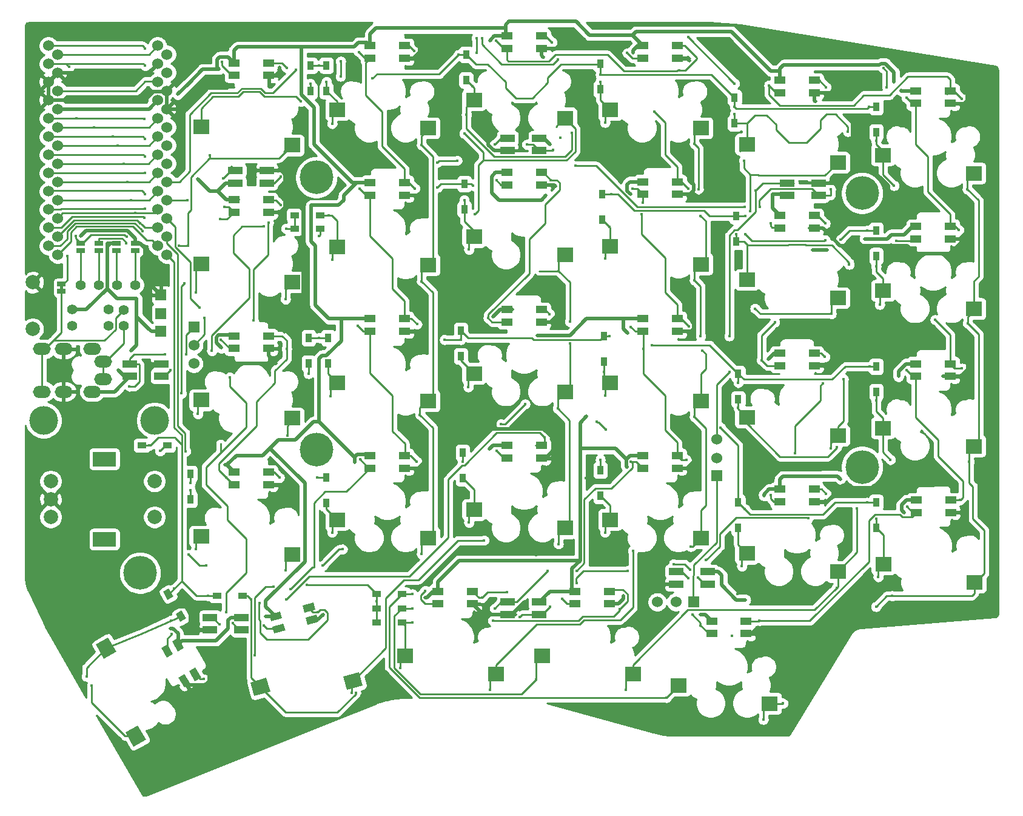
<source format=gtl>
G04 #@! TF.GenerationSoftware,KiCad,Pcbnew,(5.1.6)-1*
G04 #@! TF.CreationDate,2020-10-02T00:10:23+10:00*
G04 #@! TF.ProjectId,SofleKeyboard,536f666c-654b-4657-9962-6f6172642e6b,rev?*
G04 #@! TF.SameCoordinates,Original*
G04 #@! TF.FileFunction,Copper,L1,Top*
G04 #@! TF.FilePolarity,Positive*
%FSLAX46Y46*%
G04 Gerber Fmt 4.6, Leading zero omitted, Abs format (unit mm)*
G04 Created by KiCad (PCBNEW (5.1.6)-1) date 2020-10-02 00:10:23*
%MOMM*%
%LPD*%
G01*
G04 APERTURE LIST*
G04 #@! TA.AperFunction,EtchedComponent*
%ADD10C,0.100000*%
G04 #@! TD*
G04 #@! TA.AperFunction,SMDPad,CuDef*
%ADD11R,2.000000X1.000000*%
G04 #@! TD*
G04 #@! TA.AperFunction,SMDPad,CuDef*
%ADD12R,2.300000X2.000000*%
G04 #@! TD*
G04 #@! TA.AperFunction,SMDPad,CuDef*
%ADD13R,1.600000X1.000000*%
G04 #@! TD*
G04 #@! TA.AperFunction,SMDPad,CuDef*
%ADD14R,1.300000X0.950000*%
G04 #@! TD*
G04 #@! TA.AperFunction,SMDPad,CuDef*
%ADD15C,0.100000*%
G04 #@! TD*
G04 #@! TA.AperFunction,SMDPad,CuDef*
%ADD16R,0.950000X1.300000*%
G04 #@! TD*
G04 #@! TA.AperFunction,ComponentPad*
%ADD17C,1.524000*%
G04 #@! TD*
G04 #@! TA.AperFunction,ComponentPad*
%ADD18R,1.524000X1.524000*%
G04 #@! TD*
G04 #@! TA.AperFunction,ComponentPad*
%ADD19C,4.000000*%
G04 #@! TD*
G04 #@! TA.AperFunction,ComponentPad*
%ADD20C,1.397000*%
G04 #@! TD*
G04 #@! TA.AperFunction,SMDPad,CuDef*
%ADD21R,1.143000X0.635000*%
G04 #@! TD*
G04 #@! TA.AperFunction,ComponentPad*
%ADD22C,2.000000*%
G04 #@! TD*
G04 #@! TA.AperFunction,ComponentPad*
%ADD23C,4.700000*%
G04 #@! TD*
G04 #@! TA.AperFunction,ComponentPad*
%ADD24R,3.200000X2.000000*%
G04 #@! TD*
G04 #@! TA.AperFunction,ComponentPad*
%ADD25O,2.500000X1.700000*%
G04 #@! TD*
G04 #@! TA.AperFunction,ViaPad*
%ADD26C,0.400000*%
G04 #@! TD*
G04 #@! TA.AperFunction,Conductor*
%ADD27C,0.250000*%
G04 #@! TD*
G04 #@! TA.AperFunction,Conductor*
%ADD28C,0.500000*%
G04 #@! TD*
G04 #@! TA.AperFunction,Conductor*
%ADD29C,0.254000*%
G04 #@! TD*
G04 APERTURE END LIST*
D10*
G36*
X94150000Y-74800000D02*
G01*
X94150000Y-75200000D01*
X93850000Y-75200000D01*
X93850000Y-74800000D01*
X94150000Y-74800000D01*
G37*
X94150000Y-74800000D02*
X94150000Y-75200000D01*
X93850000Y-75200000D01*
X93850000Y-74800000D01*
X94150000Y-74800000D01*
D11*
X114750000Y-122750000D03*
X114750000Y-121000000D03*
X119150000Y-122750000D03*
X119150000Y-121000000D03*
D12*
X221400000Y-59020000D03*
X208700000Y-56480000D03*
D13*
X213300000Y-47525000D03*
X213300000Y-49275000D03*
X218100000Y-47525000D03*
X218100000Y-49275000D03*
D12*
X202400000Y-114620000D03*
X189700000Y-112080000D03*
D13*
X194300000Y-103125000D03*
X194300000Y-104875000D03*
X199100000Y-103125000D03*
X199100000Y-104875000D03*
D12*
X221400000Y-77920000D03*
X208700000Y-75380000D03*
D13*
X213300000Y-66425000D03*
X213300000Y-68175000D03*
X218100000Y-66425000D03*
X218100000Y-68175000D03*
D12*
X202400000Y-76420000D03*
X189700000Y-73880000D03*
D13*
X194300000Y-64925000D03*
X194300000Y-66675000D03*
X199100000Y-64925000D03*
X199100000Y-66675000D03*
D12*
X202400000Y-95620000D03*
X189700000Y-93080000D03*
D13*
X194300000Y-84125000D03*
X194300000Y-85875000D03*
X199100000Y-84125000D03*
X199100000Y-85875000D03*
D12*
X145200000Y-52720000D03*
X132500000Y-50180000D03*
D13*
X137100000Y-41225000D03*
X137100000Y-42975000D03*
X141900000Y-41225000D03*
X141900000Y-42975000D03*
D14*
X138000000Y-117750000D03*
X141550000Y-117750000D03*
X138000000Y-119750000D03*
X141550000Y-119750000D03*
X138000000Y-121750000D03*
X141550000Y-121750000D03*
X115725000Y-118000000D03*
X119275000Y-118000000D03*
G04 #@! TA.AperFunction,SMDPad,CuDef*
D15*
G36*
X108176138Y-117437388D02*
G01*
X108998862Y-116962388D01*
X109648862Y-118088222D01*
X108826138Y-118563222D01*
X108176138Y-117437388D01*
G37*
G04 #@! TD.AperFunction*
G04 #@! TA.AperFunction,SMDPad,CuDef*
G36*
X109951138Y-120511778D02*
G01*
X110773862Y-120036778D01*
X111423862Y-121162612D01*
X110601138Y-121637612D01*
X109951138Y-120511778D01*
G37*
G04 #@! TD.AperFunction*
D14*
X105225000Y-97000000D03*
X108775000Y-97000000D03*
D16*
X207750000Y-104975000D03*
X207750000Y-108525000D03*
X188500000Y-104975000D03*
X188500000Y-108525000D03*
X169250000Y-100475000D03*
X169250000Y-104025000D03*
X150000000Y-98000000D03*
X150000000Y-101550000D03*
X131000000Y-101500000D03*
X131000000Y-105050000D03*
X112000000Y-100975000D03*
X112000000Y-104525000D03*
X207750000Y-86000000D03*
X207750000Y-89550000D03*
X188500000Y-87000000D03*
X188500000Y-90550000D03*
X169725000Y-81750000D03*
X169725000Y-85300000D03*
X149750000Y-81000000D03*
X149750000Y-84550000D03*
X131250000Y-82000000D03*
X131250000Y-85550000D03*
X128500000Y-82000000D03*
X128500000Y-85550000D03*
X207750000Y-67000000D03*
X207750000Y-70550000D03*
X188250000Y-65000000D03*
X188250000Y-68550000D03*
X169500000Y-61975000D03*
X169500000Y-65525000D03*
X150250000Y-60500000D03*
X150250000Y-64050000D03*
D14*
X126600000Y-64900000D03*
X130150000Y-64900000D03*
X126550000Y-66750000D03*
X130100000Y-66750000D03*
D16*
X207750000Y-49750000D03*
X207750000Y-53300000D03*
X188000000Y-48475000D03*
X188000000Y-52025000D03*
X169250000Y-43750000D03*
X169250000Y-47300000D03*
X150500000Y-42475000D03*
X150500000Y-46025000D03*
X131000000Y-43975000D03*
X131000000Y-47525000D03*
X128750000Y-44000000D03*
X128750000Y-47550000D03*
D12*
X192900000Y-133020000D03*
X180200000Y-130480000D03*
D13*
X184800000Y-121525000D03*
X184800000Y-123275000D03*
X189600000Y-121525000D03*
X189600000Y-123275000D03*
D12*
X173800000Y-128870000D03*
X161100000Y-126330000D03*
D13*
X165700000Y-117375000D03*
X165700000Y-119125000D03*
X170500000Y-117375000D03*
X170500000Y-119125000D03*
D12*
X154700000Y-128870000D03*
X142000000Y-126330000D03*
D13*
X146600000Y-117375000D03*
X146600000Y-119125000D03*
X151400000Y-117375000D03*
X151400000Y-119125000D03*
G04 #@! TA.AperFunction,SMDPad,CuDef*
D15*
G36*
X133858935Y-131153840D02*
G01*
X133341297Y-129221988D01*
X135562927Y-128626704D01*
X136080565Y-130558556D01*
X133858935Y-131153840D01*
G37*
G04 #@! TD.AperFunction*
G04 #@! TA.AperFunction,SMDPad,CuDef*
G36*
X120934276Y-131987390D02*
G01*
X120416638Y-130055538D01*
X122638268Y-129460254D01*
X123155906Y-131392106D01*
X120934276Y-131987390D01*
G37*
G04 #@! TD.AperFunction*
G04 #@! TA.AperFunction,SMDPad,CuDef*
G36*
X124555138Y-120193371D02*
G01*
X124813957Y-121159297D01*
X123268476Y-121573407D01*
X123009657Y-120607481D01*
X124555138Y-120193371D01*
G37*
G04 #@! TD.AperFunction*
G04 #@! TA.AperFunction,SMDPad,CuDef*
G36*
X125008071Y-121883741D02*
G01*
X125266890Y-122849667D01*
X123721409Y-123263777D01*
X123462590Y-122297851D01*
X125008071Y-121883741D01*
G37*
G04 #@! TD.AperFunction*
G04 #@! TA.AperFunction,SMDPad,CuDef*
G36*
X129191582Y-118951039D02*
G01*
X129450401Y-119916965D01*
X127904920Y-120331075D01*
X127646101Y-119365149D01*
X129191582Y-118951039D01*
G37*
G04 #@! TD.AperFunction*
G04 #@! TA.AperFunction,SMDPad,CuDef*
G36*
X129644515Y-120641409D02*
G01*
X129903334Y-121607335D01*
X128357853Y-122021445D01*
X128099034Y-121055519D01*
X129644515Y-120641409D01*
G37*
G04 #@! TD.AperFunction*
G04 #@! TA.AperFunction,SMDPad,CuDef*
G36*
X102934925Y-137070416D02*
G01*
X104666975Y-136070416D01*
X105816975Y-138062274D01*
X104084925Y-139062274D01*
X102934925Y-137070416D01*
G37*
G04 #@! TD.AperFunction*
G04 #@! TA.AperFunction,SMDPad,CuDef*
G36*
X98784629Y-124801893D02*
G01*
X100516679Y-123801893D01*
X101666679Y-125793751D01*
X99934629Y-126793751D01*
X98784629Y-124801893D01*
G37*
G04 #@! TD.AperFunction*
G04 #@! TA.AperFunction,SMDPad,CuDef*
G36*
X111113925Y-125246859D02*
G01*
X110247899Y-125746859D01*
X109447899Y-124361219D01*
X110313925Y-123861219D01*
X111113925Y-125246859D01*
G37*
G04 #@! TD.AperFunction*
G04 #@! TA.AperFunction,SMDPad,CuDef*
G36*
X109598380Y-126121859D02*
G01*
X108732354Y-126621859D01*
X107932354Y-125236219D01*
X108798380Y-124736219D01*
X109598380Y-126121859D01*
G37*
G04 #@! TD.AperFunction*
G04 #@! TA.AperFunction,SMDPad,CuDef*
G36*
X113513925Y-129403781D02*
G01*
X112647899Y-129903781D01*
X111847899Y-128518141D01*
X112713925Y-128018141D01*
X113513925Y-129403781D01*
G37*
G04 #@! TD.AperFunction*
G04 #@! TA.AperFunction,SMDPad,CuDef*
G36*
X111998380Y-130278781D02*
G01*
X111132354Y-130778781D01*
X110332354Y-129393141D01*
X111198380Y-128893141D01*
X111998380Y-130278781D01*
G37*
G04 #@! TD.AperFunction*
D12*
X221450000Y-116120000D03*
X208750000Y-113580000D03*
D13*
X213350000Y-104625000D03*
X213350000Y-106375000D03*
X218150000Y-104625000D03*
X218150000Y-106375000D03*
D12*
X183300000Y-109920000D03*
X170600000Y-107380000D03*
D13*
X175200000Y-98425000D03*
X175200000Y-100175000D03*
X180000000Y-98425000D03*
X180000000Y-100175000D03*
D12*
X164300000Y-108520000D03*
X151600000Y-105980000D03*
D13*
X156200000Y-97025000D03*
X156200000Y-98775000D03*
X161000000Y-97025000D03*
X161000000Y-98775000D03*
D12*
X145200000Y-109920000D03*
X132500000Y-107380000D03*
D13*
X137100000Y-98425000D03*
X137100000Y-100175000D03*
X141900000Y-98425000D03*
X141900000Y-100175000D03*
D12*
X126200000Y-112220000D03*
X113500000Y-109680000D03*
D13*
X118100000Y-100725000D03*
X118100000Y-102475000D03*
X122900000Y-100725000D03*
X122900000Y-102475000D03*
D12*
X221400000Y-97120000D03*
X208700000Y-94580000D03*
D13*
X213300000Y-85625000D03*
X213300000Y-87375000D03*
X218100000Y-85625000D03*
X218100000Y-87375000D03*
D12*
X183300000Y-90820000D03*
X170600000Y-88280000D03*
D13*
X175200000Y-79325000D03*
X175200000Y-81075000D03*
X180000000Y-79325000D03*
X180000000Y-81075000D03*
D12*
X164300000Y-89520000D03*
X151600000Y-86980000D03*
D13*
X156200000Y-78025000D03*
X156200000Y-79775000D03*
X161000000Y-78025000D03*
X161000000Y-79775000D03*
D12*
X145200000Y-90820000D03*
X132500000Y-88280000D03*
D13*
X137100000Y-79325000D03*
X137100000Y-81075000D03*
X141900000Y-79325000D03*
X141900000Y-81075000D03*
D12*
X126200000Y-93220000D03*
X113500000Y-90680000D03*
D13*
X118100000Y-81725000D03*
X118100000Y-83475000D03*
X122900000Y-81725000D03*
X122900000Y-83475000D03*
D12*
X183300000Y-71720000D03*
X170600000Y-69180000D03*
D13*
X175200000Y-60225000D03*
X175200000Y-61975000D03*
X180000000Y-60225000D03*
X180000000Y-61975000D03*
D12*
X164300000Y-70420000D03*
X151600000Y-67880000D03*
D13*
X156200000Y-58925000D03*
X156200000Y-60675000D03*
X161000000Y-58925000D03*
X161000000Y-60675000D03*
D12*
X145200000Y-71820000D03*
X132500000Y-69280000D03*
D13*
X137100000Y-60325000D03*
X137100000Y-62075000D03*
X141900000Y-60325000D03*
X141900000Y-62075000D03*
D12*
X126200000Y-74220000D03*
X113500000Y-71680000D03*
D13*
X118100000Y-62725000D03*
X118100000Y-64475000D03*
X122900000Y-62725000D03*
X122900000Y-64475000D03*
D12*
X202400000Y-57520000D03*
X189700000Y-54980000D03*
D13*
X194300000Y-46025000D03*
X194300000Y-47775000D03*
X199100000Y-46025000D03*
X199100000Y-47775000D03*
D12*
X183300000Y-52720000D03*
X170600000Y-50180000D03*
D13*
X175200000Y-41225000D03*
X175200000Y-42975000D03*
X180000000Y-41225000D03*
X180000000Y-42975000D03*
D12*
X164300000Y-51330000D03*
X151600000Y-48790000D03*
D13*
X156200000Y-39835000D03*
X156200000Y-41585000D03*
X161000000Y-39835000D03*
X161000000Y-41585000D03*
D12*
X126200000Y-55120000D03*
X113500000Y-52580000D03*
D13*
X118100000Y-43625000D03*
X118100000Y-45375000D03*
X122900000Y-43625000D03*
X122900000Y-45375000D03*
D17*
X112500000Y-85600000D03*
X112500000Y-83000000D03*
D18*
X112500000Y-80500000D03*
D17*
X177200000Y-118850000D03*
X179800000Y-118850000D03*
D18*
X182300000Y-118850000D03*
D17*
X185500000Y-96150000D03*
X185500000Y-98750000D03*
D18*
X185500000Y-101250000D03*
D11*
X103550000Y-87375000D03*
X103550000Y-85625000D03*
X107950000Y-87375000D03*
X107950000Y-85625000D03*
X179800000Y-116375000D03*
X179800000Y-114625000D03*
X184200000Y-116375000D03*
X184200000Y-114625000D03*
X156300000Y-120625000D03*
X156300000Y-118875000D03*
X160700000Y-120625000D03*
X160700000Y-118875000D03*
X199700000Y-60375000D03*
X199700000Y-62125000D03*
X195300000Y-60375000D03*
X195300000Y-62125000D03*
X156300000Y-55875000D03*
X156300000Y-54125000D03*
X160700000Y-55875000D03*
X160700000Y-54125000D03*
X122700000Y-58625000D03*
X122700000Y-60375000D03*
X118300000Y-58625000D03*
X118300000Y-60375000D03*
D17*
X93478815Y-47505745D03*
X108718815Y-65285745D03*
X93478815Y-57665745D03*
X108718815Y-55125745D03*
X108718815Y-50045745D03*
X93478815Y-67825745D03*
X108718815Y-47505745D03*
X108718815Y-42425745D03*
X93478815Y-62745745D03*
X108718815Y-70365745D03*
X93478815Y-55125745D03*
X93478815Y-44965745D03*
X93478815Y-50045745D03*
X93478815Y-52585745D03*
X93478815Y-65285745D03*
X93478815Y-60205745D03*
X108718815Y-62745745D03*
X108718815Y-60205745D03*
X93478815Y-70365745D03*
X108718815Y-67825745D03*
X108718815Y-44965745D03*
X93478815Y-42425745D03*
X108718815Y-57665745D03*
X108718815Y-52585745D03*
X92180000Y-41230000D03*
X92180000Y-43770000D03*
X92180000Y-46310000D03*
X92180000Y-48850000D03*
X92180000Y-51390000D03*
X92180000Y-53930000D03*
X92180000Y-56470000D03*
X92180000Y-59010000D03*
X92180000Y-61550000D03*
X92180000Y-64090000D03*
X92180000Y-66630000D03*
X92180000Y-69170000D03*
X107420000Y-69170000D03*
X107420000Y-66630000D03*
X107420000Y-64090000D03*
X107420000Y-61550000D03*
X107420000Y-59010000D03*
X107420000Y-56470000D03*
X107420000Y-53930000D03*
X107420000Y-51390000D03*
X107420000Y-48850000D03*
X107420000Y-46310000D03*
X107420000Y-43770000D03*
X107420000Y-41230000D03*
D19*
X107000000Y-93500000D03*
X91500000Y-93500000D03*
D20*
X104320000Y-74600000D03*
X101780000Y-74600000D03*
X99240000Y-74600000D03*
X96700000Y-74600000D03*
D21*
X94000000Y-74499620D03*
X94000000Y-75500380D03*
D22*
X90000000Y-80750000D03*
X90000000Y-74250000D03*
D21*
X96700000Y-68799620D03*
X96700000Y-69800380D03*
X99200000Y-68799620D03*
X99200000Y-69800380D03*
X101700000Y-68799620D03*
X101700000Y-69800380D03*
X104300000Y-68799620D03*
X104300000Y-69800380D03*
D20*
X100579272Y-80311965D03*
X95499272Y-80311965D03*
X100579272Y-78061965D03*
X95499272Y-78061965D03*
X102700000Y-78100000D03*
X102700000Y-80300000D03*
D23*
X205800000Y-100000000D03*
X129600000Y-97600000D03*
X129600000Y-59600000D03*
D22*
X107000000Y-107000000D03*
X107000000Y-102000000D03*
D24*
X100000000Y-110100000D03*
X100000000Y-98900000D03*
D22*
X92500000Y-107000000D03*
X92500000Y-104500000D03*
X92500000Y-102000000D03*
D23*
X105000000Y-114800000D03*
X205800000Y-61800000D03*
D18*
X107900000Y-81100000D03*
X107900000Y-78600000D03*
X107900000Y-76000000D03*
D25*
X98300000Y-89500000D03*
X99800000Y-85300000D03*
X91300000Y-89500000D03*
X94300000Y-89500000D03*
X91300000Y-83550000D03*
X94300000Y-83550000D03*
X98300000Y-83550000D03*
X99800000Y-87750000D03*
D26*
X163650000Y-54050000D03*
X187650000Y-123600000D03*
X128750000Y-46500000D03*
X127450000Y-49000000D03*
X105327833Y-67072169D03*
X114500000Y-118000000D03*
X128250000Y-116500000D03*
X106250000Y-97000000D03*
X138000000Y-118750000D03*
X109763878Y-117013878D03*
X131800000Y-52100000D03*
X131000000Y-46250000D03*
X150550000Y-50850000D03*
X151362500Y-46887500D03*
X165250000Y-53400000D03*
X105700000Y-59000000D03*
X188000000Y-49750000D03*
X169250000Y-45250000D03*
X130000000Y-44000000D03*
X149475000Y-42475000D03*
X206750000Y-49750000D03*
X126750000Y-44600000D03*
X137450000Y-45800000D03*
X169900000Y-51950000D03*
X169250000Y-46250000D03*
X105700000Y-61900000D03*
X151500000Y-60750000D03*
X170775000Y-61975000D03*
X146500000Y-61000000D03*
X189500000Y-65000000D03*
X206500000Y-67000000D03*
X202800000Y-68250000D03*
X189500000Y-67550000D03*
X125350000Y-66750000D03*
X111574990Y-62800000D03*
X200650000Y-68350000D03*
X188000000Y-50750000D03*
X203800000Y-53200000D03*
X105700000Y-64000000D03*
X149750000Y-82250000D03*
X188500000Y-88250000D03*
X113250000Y-77750000D03*
X147500012Y-82250000D03*
X206825000Y-86000000D03*
X130000000Y-82000000D03*
X176450000Y-83000000D03*
X170480000Y-81750000D03*
X210250000Y-60750000D03*
X207750000Y-54500000D03*
X105600000Y-65200000D03*
X206525000Y-104975000D03*
X112000000Y-102250000D03*
X150000000Y-99250000D03*
X111350001Y-97825012D03*
X189387500Y-105862500D03*
X169250000Y-99000000D03*
X186000000Y-94500000D03*
X129750000Y-101500000D03*
X130000000Y-67750000D03*
X112750000Y-75650000D03*
X131800000Y-71100000D03*
X131350000Y-64900000D03*
X150900000Y-69650000D03*
X150250000Y-62750000D03*
X169900000Y-70950000D03*
X170487500Y-66512500D03*
X204000000Y-71750000D03*
X188250000Y-67500000D03*
X207750000Y-72000000D03*
X208250000Y-77350000D03*
X113050000Y-92600000D03*
X128500000Y-87000000D03*
X131550000Y-90100000D03*
X150800000Y-88850000D03*
X169900000Y-90050000D03*
X169750000Y-86750000D03*
X188500000Y-91750000D03*
X202250000Y-97250000D03*
X209750000Y-99000000D03*
X207750000Y-90750000D03*
X112800000Y-111450000D03*
X112000000Y-103250000D03*
X131800000Y-109150000D03*
X150900000Y-107750000D03*
X169900000Y-109150000D03*
X189000000Y-113850000D03*
X208050000Y-115350000D03*
X207750000Y-107250000D03*
X97500000Y-129250000D03*
X109294829Y-121455171D03*
X135100003Y-131500000D03*
X120483243Y-118524280D03*
X141300000Y-128100000D03*
X143000000Y-121750000D03*
X100400008Y-68800000D03*
X100400000Y-50045745D03*
X144750000Y-118250000D03*
X211625000Y-106375000D03*
X116000000Y-44500000D03*
X110250000Y-48000000D03*
X193012500Y-44737500D03*
X163125000Y-117375000D03*
X153750000Y-97500000D03*
X173000000Y-100000000D03*
X210875000Y-87375000D03*
X135325000Y-60325000D03*
X167750000Y-39750000D03*
X173475000Y-61975000D03*
X167325000Y-79325000D03*
X117250000Y-122560002D03*
X162250000Y-55000000D03*
X135500000Y-40775010D03*
X101900010Y-86500000D03*
X103750000Y-83750000D03*
X167325000Y-92925000D03*
X166424990Y-99924990D03*
X211250000Y-47500000D03*
X210250000Y-46250000D03*
X202750000Y-101700000D03*
X186200000Y-116500000D03*
X116850000Y-99700000D03*
X109200000Y-122550000D03*
X122533389Y-120883389D03*
X183250000Y-120600000D03*
X189500000Y-118550000D03*
X192100000Y-104000000D03*
X135000000Y-99400004D03*
X134375000Y-79325000D03*
X154300002Y-79000000D03*
X160475000Y-81650000D03*
X173100000Y-81350000D03*
X192700000Y-84950000D03*
X211650000Y-67600000D03*
X206175000Y-68175000D03*
X153800000Y-40500000D03*
X173806234Y-42186230D03*
X116350000Y-83400000D03*
X115800000Y-61500000D03*
X113000000Y-59800000D03*
X111725000Y-46525000D03*
X161650000Y-62100000D03*
X154099999Y-61749999D03*
X193300000Y-61950000D03*
X193300000Y-63925000D03*
X198874990Y-69700000D03*
X200950000Y-69700000D03*
X96700000Y-67800000D03*
X96900000Y-48800000D03*
X96900000Y-44965745D03*
X106700000Y-74700000D03*
X93176999Y-99176999D03*
X177500000Y-115750000D03*
X172500000Y-118000000D03*
X148500000Y-95500000D03*
X107000000Y-119500000D03*
X124500000Y-44250000D03*
X144000000Y-41000000D03*
X112500000Y-122000000D03*
X158625000Y-118875000D03*
X153625000Y-54125000D03*
X182000000Y-79750000D03*
X200750000Y-85750000D03*
X144175000Y-60325000D03*
X181975000Y-60225000D03*
X106250000Y-86500000D03*
X111750000Y-88500000D03*
X149000000Y-92250000D03*
X133900000Y-114000000D03*
X142600000Y-114000000D03*
X147150000Y-114000000D03*
X149550000Y-105650000D03*
X155750000Y-112150000D03*
X160250000Y-112350000D03*
X169200000Y-112600000D03*
X188400000Y-117750000D03*
X218950000Y-102500000D03*
X217200000Y-100800000D03*
X185400000Y-82250000D03*
X185650000Y-78100000D03*
X186500000Y-72250000D03*
X185350000Y-66050000D03*
X188300000Y-70950000D03*
X188700000Y-76550000D03*
X190500000Y-83150000D03*
X185700000Y-54850000D03*
X185450000Y-59500000D03*
X186150000Y-41000000D03*
X190400000Y-45250000D03*
X125450000Y-101500000D03*
X114250000Y-128550000D03*
X130550001Y-120610830D03*
X191299999Y-122350001D03*
X220175021Y-106374979D03*
X192374999Y-100924999D03*
X200100000Y-100400000D03*
X201500000Y-104250000D03*
X182381001Y-99168999D03*
X162700000Y-97700000D03*
X144900000Y-99100004D03*
X144950000Y-79350000D03*
X163200000Y-78450000D03*
X212500000Y-82500000D03*
X220562002Y-84712002D03*
X220200000Y-68150000D03*
X220450000Y-48200000D03*
X117150000Y-47100000D03*
X123000000Y-46950000D03*
X163850000Y-41100000D03*
X161324990Y-42859989D03*
X181700000Y-43300000D03*
X201750000Y-47800000D03*
X199300000Y-49025000D03*
X123950000Y-85550000D03*
X215800000Y-102600000D03*
X125250001Y-60399999D03*
X125150000Y-81200000D03*
X162950000Y-60800002D03*
X169050000Y-56950000D03*
X166650000Y-57150000D03*
X201056001Y-67443999D03*
X201600000Y-60450000D03*
X204500000Y-52050000D03*
X209450000Y-65750000D03*
X209350000Y-69100000D03*
X130650000Y-53800000D03*
X132250000Y-55950000D03*
X128350000Y-56050000D03*
X125800000Y-57450000D03*
X166400000Y-45950000D03*
X166900000Y-53500000D03*
X171100000Y-100950000D03*
X167250000Y-101600000D03*
X202650000Y-106800000D03*
X186924999Y-110325001D03*
X147500000Y-46150000D03*
X147850000Y-54900000D03*
X148000000Y-58800000D03*
X151450000Y-57100000D03*
X149500000Y-49350000D03*
X148500000Y-52400000D03*
X220500000Y-61250000D03*
X102675000Y-57665745D03*
X192000000Y-135250000D03*
X220750000Y-99250000D03*
X207750000Y-119500000D03*
X209250000Y-47000000D03*
X220550000Y-79974990D03*
X210000000Y-117999990D03*
X194750000Y-133000000D03*
X208750000Y-44349990D03*
X201500000Y-78650000D03*
X172800000Y-131100000D03*
X103175000Y-60205745D03*
X189275000Y-57250000D03*
X188000000Y-46500000D03*
X181500000Y-40000000D03*
X202250008Y-116850000D03*
X201453760Y-97403762D03*
X190850000Y-77900000D03*
X205100000Y-105800000D03*
X203200000Y-87750002D03*
X190150000Y-64300000D03*
X182400000Y-93050000D03*
X182400000Y-54950000D03*
X182400000Y-73950000D03*
X153800000Y-131100000D03*
X103700000Y-62745745D03*
X183500000Y-83750000D03*
X183250000Y-81750000D03*
X183250000Y-65000000D03*
X181878761Y-111128761D03*
X173779989Y-111725000D03*
X182950011Y-61231673D03*
X152700000Y-40150000D03*
X163350000Y-43150000D03*
X163300000Y-91850000D03*
X163400000Y-72650000D03*
X163400000Y-110750000D03*
X104300000Y-64575000D03*
X134500000Y-131500000D03*
X150250000Y-53475000D03*
X165000000Y-79750000D03*
X152000000Y-42250000D03*
X151750000Y-64750000D03*
X153000000Y-110250000D03*
X151950000Y-40150000D03*
X165000000Y-82750021D03*
X144300000Y-55100000D03*
X144300000Y-74100000D03*
X144300000Y-112150000D03*
X105000000Y-66000000D03*
X130500000Y-113750000D03*
X133250000Y-111500000D03*
X144050000Y-92724990D03*
X98250000Y-130500000D03*
X133000000Y-43399998D03*
X132975354Y-45504243D03*
X105600000Y-51400000D03*
X96100000Y-51390000D03*
X96050000Y-67805847D03*
X103100000Y-67900000D03*
X105700006Y-41600000D03*
X114000000Y-79250000D03*
X103000000Y-68800000D03*
X101200000Y-53900000D03*
X105700018Y-54200000D03*
X143000000Y-119750000D03*
X160250000Y-129650000D03*
X105699992Y-56700000D03*
X94800000Y-70600000D03*
X95100000Y-44200000D03*
X105700000Y-44000000D03*
X143000000Y-117750000D03*
X178479991Y-132200003D03*
X107775000Y-97775000D03*
X125550000Y-95600000D03*
X125300000Y-76600000D03*
X125300000Y-114450000D03*
X114750000Y-56500000D03*
X110775010Y-89750000D03*
X111750000Y-112250000D03*
X114250000Y-113750000D03*
X111649995Y-69150005D03*
X110445094Y-69104375D03*
X111200000Y-74350000D03*
X101874255Y-55125745D03*
X98514255Y-52585745D03*
X117900000Y-121837695D03*
X117500000Y-87500000D03*
X117000000Y-120291068D03*
X114999994Y-83800000D03*
X124600000Y-59500000D03*
X122250000Y-66450000D03*
X154500000Y-55000000D03*
X149250000Y-57250000D03*
X146500000Y-57500000D03*
X116600000Y-59700000D03*
X159000000Y-55000000D03*
X165750003Y-57999997D03*
X162650000Y-55800000D03*
X201400000Y-61250000D03*
X191475000Y-63700000D03*
X189436812Y-63750000D03*
X187250000Y-81750000D03*
X187250000Y-86750000D03*
X190950000Y-61400000D03*
X116100000Y-122000000D03*
X162250000Y-119500000D03*
X158000000Y-120974990D03*
X154500000Y-119750000D03*
X179500000Y-113546232D03*
X181774990Y-114324999D03*
X182900002Y-115450000D03*
X161925031Y-114499979D03*
X181500000Y-115500000D03*
X103500000Y-88750000D03*
X111403027Y-84250000D03*
X108500000Y-84250000D03*
X170000000Y-94775000D03*
X168750000Y-93725000D03*
X109225000Y-86500000D03*
X183250000Y-122150000D03*
X182100000Y-120650000D03*
X143240373Y-41990373D03*
X116400000Y-43450000D03*
X116750000Y-63750000D03*
X125450000Y-44300002D03*
X116200000Y-65450000D03*
X135550000Y-42100000D03*
X143350000Y-61149994D03*
X154719240Y-40500000D03*
X180250000Y-44699999D03*
X154750000Y-60000000D03*
X162500016Y-40750000D03*
X173000000Y-42250000D03*
X176800500Y-50449500D03*
X181549998Y-61200000D03*
X219750000Y-48650010D03*
X192800000Y-46750000D03*
X200750000Y-47000000D03*
X193000000Y-66000000D03*
X212000000Y-48499996D03*
X219299152Y-66951212D03*
X116275021Y-82255755D03*
X120800002Y-79525000D03*
X124600000Y-63450000D03*
X122923621Y-65881628D03*
X143650000Y-80100000D03*
X135650000Y-61150000D03*
X153600000Y-79250000D03*
X162300000Y-59950000D03*
X175000000Y-64750000D03*
X181600000Y-80400000D03*
X173700000Y-61200000D03*
X175150000Y-63150000D03*
X193600000Y-79800000D03*
X191750000Y-85100000D03*
X200650004Y-66024990D03*
X219750000Y-86250000D03*
X216000000Y-79474990D03*
X210550000Y-68450000D03*
X116975317Y-101458646D03*
X125450000Y-83500000D03*
X143600000Y-99250000D03*
X135350000Y-80300000D03*
X154750000Y-97750000D03*
X158750000Y-91250000D03*
X155400000Y-94024979D03*
X162169493Y-78678245D03*
X181250000Y-99000000D03*
X175250000Y-83525000D03*
X173500000Y-80449998D03*
X193034627Y-103965373D03*
X200600000Y-84650000D03*
X196400000Y-98049998D03*
X200300000Y-88325010D03*
X212000000Y-86500000D03*
X219425000Y-104625000D03*
X124450000Y-101500000D03*
X121025000Y-126250000D03*
X113902290Y-129622521D03*
X125975000Y-117025000D03*
X123578086Y-116752660D03*
X135700010Y-98957169D03*
X122300000Y-122149999D03*
X125400002Y-118474990D03*
X161450000Y-95900000D03*
X152750000Y-118250000D03*
X173500000Y-99250000D03*
X156250000Y-117500000D03*
X165949996Y-114500000D03*
X200750000Y-103750000D03*
X184021232Y-113021232D03*
X173050000Y-114500000D03*
X163900000Y-118400000D03*
X165949994Y-116250000D03*
X198249998Y-107175010D03*
X191400000Y-121500000D03*
X212050000Y-105550000D03*
X109415377Y-123345540D03*
X121627195Y-118993277D03*
X129805405Y-120248755D03*
X154250000Y-121475000D03*
X144800000Y-117300000D03*
X172000000Y-119850000D03*
D27*
X112550000Y-53280000D02*
X113250000Y-52580000D01*
X128750000Y-46500000D02*
X128750000Y-47775000D01*
X118684987Y-48300011D02*
X119359999Y-47624999D01*
X119359999Y-47624999D02*
X121640001Y-47624999D01*
X122315013Y-48300011D02*
X126750011Y-48300011D01*
X121640001Y-47624999D02*
X122315013Y-48300011D01*
X126750011Y-48300011D02*
X127450000Y-49000000D01*
X115167147Y-48300011D02*
X118684987Y-48300011D01*
X113500000Y-49967158D02*
X115167147Y-48300011D01*
X113500000Y-52580000D02*
X113500000Y-49967158D01*
X105300001Y-67100001D02*
X105300001Y-67100001D01*
X104255686Y-66000022D02*
X105127834Y-66872170D01*
X94800000Y-67140970D02*
X95940948Y-66000022D01*
X105127834Y-66872170D02*
X105327833Y-67072169D01*
X93830000Y-69170000D02*
X94800000Y-68200000D01*
X94800000Y-68200000D02*
X94800000Y-67140970D01*
X92180000Y-69170000D02*
X93830000Y-69170000D01*
X95940948Y-66000022D02*
X104255686Y-66000022D01*
X109924999Y-96000000D02*
X110825001Y-96900002D01*
X106450000Y-97000000D02*
X107525001Y-95924999D01*
X107525001Y-95924999D02*
X109924999Y-95924999D01*
X138000000Y-121750000D02*
X138000000Y-117750000D01*
X138000000Y-117750000D02*
X136750000Y-116500000D01*
X112872245Y-118000000D02*
X110825001Y-115952756D01*
X115725000Y-118000000D02*
X114500000Y-118000000D01*
X114500000Y-118000000D02*
X112872245Y-118000000D01*
X136750000Y-116500000D02*
X128250000Y-116500000D01*
X109750000Y-71396930D02*
X108718815Y-70365745D01*
X110825001Y-115952756D02*
X110825001Y-95575001D01*
X109750000Y-94500000D02*
X109750000Y-71396930D01*
X110825001Y-95575001D02*
X109750000Y-94500000D01*
X105300000Y-97000000D02*
X106250000Y-97000000D01*
X106250000Y-97000000D02*
X106450000Y-97000000D01*
X108950000Y-117827757D02*
X109763878Y-117013878D01*
X109763878Y-117013878D02*
X110825001Y-115952756D01*
X131800000Y-52100000D02*
X131800000Y-51030000D01*
X131800000Y-51030000D02*
X132500000Y-50330000D01*
X132500000Y-49025000D02*
X131000000Y-47525000D01*
X132500000Y-50180000D02*
X132500000Y-49025000D01*
X131000000Y-47525000D02*
X131000000Y-46250000D01*
X150550000Y-50850000D02*
X150550000Y-49780000D01*
X150550000Y-49780000D02*
X151250000Y-49080000D01*
X151600000Y-48790000D02*
X151600000Y-47125000D01*
X150500000Y-46025000D02*
X151362500Y-46887500D01*
X151600000Y-47125000D02*
X151362500Y-46887500D01*
X165250000Y-55750000D02*
X165250000Y-53400000D01*
X164300000Y-56700000D02*
X165250000Y-55750000D01*
X154424812Y-56700000D02*
X164300000Y-56700000D01*
X150550000Y-50850000D02*
X150550000Y-52825188D01*
X150550000Y-52825188D02*
X154424812Y-56700000D01*
X92180000Y-59010000D02*
X105690000Y-59010000D01*
X105690000Y-59010000D02*
X105700000Y-59000000D01*
X188000000Y-48475000D02*
X188000000Y-49750000D01*
X169250000Y-45250000D02*
X169250000Y-43975000D01*
X184749999Y-45224999D02*
X188000000Y-48475000D01*
X169275001Y-45224999D02*
X184749999Y-45224999D01*
X169250000Y-45250000D02*
X169275001Y-45224999D01*
X130750000Y-44225000D02*
X131000000Y-43975000D01*
X149475000Y-42475000D02*
X150500000Y-42475000D01*
X150500000Y-42475000D02*
X151859999Y-43834999D01*
X169109999Y-43834999D02*
X169250000Y-43975000D01*
X130975000Y-44000000D02*
X131000000Y-43975000D01*
X130000000Y-44000000D02*
X130975000Y-44000000D01*
X128975000Y-44000000D02*
X128750000Y-44225000D01*
X130000000Y-44000000D02*
X128975000Y-44000000D01*
X207750000Y-49750000D02*
X206750000Y-49750000D01*
X138049992Y-45200008D02*
X137450000Y-45800000D01*
X146749992Y-45200008D02*
X138049992Y-45200008D01*
X149475000Y-42475000D02*
X146749992Y-45200008D01*
X188250000Y-50000000D02*
X206500000Y-50000000D01*
X206500000Y-50000000D02*
X206750000Y-49750000D01*
X188000000Y-49750000D02*
X188250000Y-50000000D01*
X123550000Y-47800000D02*
X126750000Y-44600000D01*
X119173599Y-47174988D02*
X121826401Y-47174988D01*
X118548588Y-47800000D02*
X119173599Y-47174988D01*
X110457443Y-60205745D02*
X111900000Y-58763188D01*
X121826401Y-47174988D02*
X122451412Y-47800000D01*
X114922998Y-47800000D02*
X118548588Y-47800000D01*
X108718815Y-60205745D02*
X110457443Y-60205745D01*
X111900000Y-58763188D02*
X111900000Y-50822998D01*
X122451412Y-47800000D02*
X123550000Y-47800000D01*
X111900000Y-50822998D02*
X114922998Y-47800000D01*
X151859999Y-43834999D02*
X153534999Y-43834999D01*
X161924999Y-45645999D02*
X163720998Y-43850000D01*
X156000000Y-46300000D02*
X156000000Y-47125002D01*
X153534999Y-43834999D02*
X156000000Y-46300000D01*
X156000000Y-47125002D02*
X157459999Y-48585001D01*
X161924999Y-46400003D02*
X161924999Y-45645999D01*
X159740001Y-48585001D02*
X161924999Y-46400003D01*
X157459999Y-48585001D02*
X159740001Y-48585001D01*
X169150000Y-43850000D02*
X169250000Y-43750000D01*
X163720998Y-43850000D02*
X169150000Y-43850000D01*
X169900000Y-51950000D02*
X169900000Y-50880000D01*
X169900000Y-50880000D02*
X170600000Y-50180000D01*
X169250000Y-48830000D02*
X170600000Y-50180000D01*
X169250000Y-47525000D02*
X169250000Y-48830000D01*
X169250000Y-47525000D02*
X169250000Y-46250000D01*
X92230000Y-61450000D02*
X105250000Y-61450000D01*
X105250000Y-61450000D02*
X105500001Y-61700001D01*
X105500001Y-61700001D02*
X105700000Y-61900000D01*
X151250000Y-60500000D02*
X151500000Y-60750000D01*
X150250000Y-60500000D02*
X151250000Y-60500000D01*
X183724999Y-64224999D02*
X184500000Y-65000000D01*
X184500000Y-65000000D02*
X188250000Y-65000000D01*
X173974999Y-64224999D02*
X183724999Y-64224999D01*
X171725000Y-61975000D02*
X173974999Y-64224999D01*
X169500000Y-61975000D02*
X170775000Y-61975000D01*
X170775000Y-61975000D02*
X171725000Y-61975000D01*
X150250000Y-60500000D02*
X147000000Y-60500000D01*
X147000000Y-60500000D02*
X146500000Y-61000000D01*
X188250000Y-65000000D02*
X189500000Y-65000000D01*
X207750000Y-67000000D02*
X206500000Y-67000000D01*
X206500000Y-67000000D02*
X204050000Y-67000000D01*
X204050000Y-67000000D02*
X202800000Y-68250000D01*
X126600000Y-66700000D02*
X126550000Y-66750000D01*
X126600000Y-64900000D02*
X126600000Y-66700000D01*
X126550000Y-66750000D02*
X125350000Y-66750000D01*
X108718815Y-62745745D02*
X111520735Y-62745745D01*
X111520735Y-62745745D02*
X111574990Y-62800000D01*
X198051413Y-68500000D02*
X200500000Y-68500000D01*
X198026401Y-68474988D02*
X198051413Y-68500000D01*
X195373599Y-68474988D02*
X198026401Y-68474988D01*
X200500000Y-68500000D02*
X200650000Y-68350000D01*
X189500000Y-67550000D02*
X190450000Y-68500000D01*
X190450000Y-68500000D02*
X195348587Y-68500000D01*
X195348587Y-68500000D02*
X195373599Y-68474988D01*
X188800000Y-55780000D02*
X189500000Y-55080000D01*
X188000000Y-52025000D02*
X188000000Y-50750000D01*
X188750000Y-55930000D02*
X189700000Y-54980000D01*
X189700000Y-54980000D02*
X189700000Y-52000000D01*
X188025000Y-52000000D02*
X188000000Y-52025000D01*
X189700000Y-52000000D02*
X188025000Y-52000000D01*
X203800000Y-52532998D02*
X203800000Y-53200000D01*
X200858501Y-50791499D02*
X202058501Y-50791499D01*
X202058501Y-50791499D02*
X203800000Y-52532998D01*
X192449978Y-50900000D02*
X193766001Y-52216023D01*
X193766001Y-52216023D02*
X193766001Y-52981003D01*
X189700000Y-52000000D02*
X190800000Y-50900000D01*
X190800000Y-50900000D02*
X192449978Y-50900000D01*
X193766001Y-52981003D02*
X195559999Y-54775001D01*
X198074999Y-54775001D02*
X200024999Y-52825001D01*
X195559999Y-54775001D02*
X198074999Y-54775001D01*
X200024999Y-51625001D02*
X200858501Y-50791499D01*
X200024999Y-52825001D02*
X200024999Y-51625001D01*
X93905755Y-64090000D02*
X93995755Y-64000000D01*
X92180000Y-64090000D02*
X93905755Y-64090000D01*
X93995755Y-64000000D02*
X105417158Y-64000000D01*
X105417158Y-64000000D02*
X105700000Y-64000000D01*
X128750000Y-82000000D02*
X128500000Y-82250000D01*
X131250000Y-82000000D02*
X128750000Y-82000000D01*
X149750000Y-82250000D02*
X149750000Y-81000000D01*
X188500000Y-87000000D02*
X188500000Y-88250000D01*
X149750000Y-82250000D02*
X147500012Y-82250000D01*
X109908328Y-66475258D02*
X109908328Y-69310086D01*
X108718815Y-65285745D02*
X109908328Y-66475258D01*
X109908328Y-69310086D02*
X112000022Y-71401780D01*
X112000022Y-71401780D02*
X112000022Y-76500022D01*
X112000022Y-76500022D02*
X113050001Y-77550001D01*
X113050001Y-77550001D02*
X113250000Y-77750000D01*
X169249989Y-82225011D02*
X169725000Y-81750000D01*
X159946825Y-82225011D02*
X169249989Y-82225011D01*
X159721814Y-82000000D02*
X159946825Y-82225011D01*
X149750000Y-81000000D02*
X150750000Y-82000000D01*
X150750000Y-82000000D02*
X159721814Y-82000000D01*
X184500000Y-83000000D02*
X188500000Y-87000000D01*
X176650000Y-83000000D02*
X184500000Y-83000000D01*
X176650000Y-83000000D02*
X176450000Y-83000000D01*
X203422996Y-86000000D02*
X207750000Y-86000000D01*
X201622996Y-87800000D02*
X203422996Y-86000000D01*
X188500000Y-87000000D02*
X189300000Y-87800000D01*
X189300000Y-87800000D02*
X201622996Y-87800000D01*
X170480000Y-81750000D02*
X169725000Y-81750000D01*
X208000000Y-57180000D02*
X208700000Y-56480000D01*
X209000000Y-56180000D02*
X208700000Y-56480000D01*
X208700000Y-59200000D02*
X208700000Y-56480000D01*
X210250000Y-60750000D02*
X208700000Y-59200000D01*
X208700000Y-56480000D02*
X208700000Y-55950000D01*
X208700000Y-55950000D02*
X207750000Y-55000000D01*
X207750000Y-55000000D02*
X207750000Y-54500000D01*
X207750000Y-54500000D02*
X207750000Y-53300000D01*
X105500000Y-65100000D02*
X105600000Y-65200000D01*
X95500000Y-65100000D02*
X105500000Y-65100000D01*
X93970000Y-66630000D02*
X95500000Y-65100000D01*
X92180000Y-66630000D02*
X93970000Y-66630000D01*
X207750000Y-104975000D02*
X206525000Y-104975000D01*
X112000000Y-100975000D02*
X112000000Y-102250000D01*
X150000000Y-98000000D02*
X150000000Y-99250000D01*
X189387500Y-105862500D02*
X188500000Y-104975000D01*
X169250000Y-100475000D02*
X169250000Y-99000000D01*
X188500000Y-97000000D02*
X188500000Y-104975000D01*
X186000000Y-94500000D02*
X188500000Y-97000000D01*
X131000000Y-101500000D02*
X129750000Y-101500000D01*
X111275012Y-95275012D02*
X111275012Y-97825012D01*
X108718815Y-68815588D02*
X110250000Y-70346773D01*
X110250000Y-94250000D02*
X111275012Y-95275012D01*
X110250000Y-70346773D02*
X110250000Y-94250000D01*
X108718815Y-67825745D02*
X108718815Y-68815588D01*
X190175000Y-106650000D02*
X189387500Y-105862500D01*
X202025000Y-104975000D02*
X200350000Y-106650000D01*
X206525000Y-104975000D02*
X202025000Y-104975000D01*
X200350000Y-106650000D02*
X190175000Y-106650000D01*
X130100000Y-67650000D02*
X130000000Y-67750000D01*
X130100000Y-66750000D02*
X130100000Y-67650000D01*
X112750000Y-72580000D02*
X112750000Y-75650000D01*
X113500000Y-71830000D02*
X112750000Y-72580000D01*
X131800000Y-71100000D02*
X131800000Y-70030000D01*
X131800000Y-70030000D02*
X132500000Y-69330000D01*
X130150000Y-64900000D02*
X131350000Y-64900000D01*
X131700000Y-64900000D02*
X131350000Y-64900000D01*
X132500000Y-69280000D02*
X132500000Y-65700000D01*
X132500000Y-65700000D02*
X131700000Y-64900000D01*
X150900000Y-69650000D02*
X150900000Y-68580000D01*
X150900000Y-68580000D02*
X151600000Y-67880000D01*
X151600000Y-67880000D02*
X151600000Y-67100000D01*
X150250000Y-65750000D02*
X150250000Y-64050000D01*
X151600000Y-67100000D02*
X150250000Y-65750000D01*
X150250000Y-64050000D02*
X150250000Y-62750000D01*
X169900000Y-70950000D02*
X169900000Y-69880000D01*
X169900000Y-69880000D02*
X170600000Y-69180000D01*
X170600000Y-69180000D02*
X170600000Y-66625000D01*
X170600000Y-66625000D02*
X170487500Y-66512500D01*
X170487500Y-66512500D02*
X169500000Y-65525000D01*
X189000000Y-74580000D02*
X189700000Y-73880000D01*
X189700000Y-73880000D02*
X189700000Y-69800000D01*
X188250000Y-68550000D02*
X188250000Y-67500000D01*
X189700000Y-69800000D02*
X189700000Y-68924999D01*
X189325001Y-68550000D02*
X189700000Y-68924999D01*
X188250000Y-68550000D02*
X189325001Y-68550000D01*
X195559999Y-68924999D02*
X197840001Y-68924999D01*
X204000000Y-71467158D02*
X204000000Y-71750000D01*
X189700000Y-68924999D02*
X189825012Y-69050011D01*
X197840001Y-68924999D02*
X197965013Y-69050011D01*
X197965013Y-69050011D02*
X201582853Y-69050011D01*
X201582853Y-69050011D02*
X204000000Y-71467158D01*
X195434987Y-69050011D02*
X195559999Y-68924999D01*
X189825012Y-69050011D02*
X195434987Y-69050011D01*
X208700000Y-75380000D02*
X208700000Y-73700000D01*
X208700000Y-73700000D02*
X207750000Y-72750000D01*
X207750000Y-72750000D02*
X207750000Y-72000000D01*
X207750000Y-72000000D02*
X207750000Y-70550000D01*
X208750000Y-75580000D02*
X208250000Y-76080000D01*
X208250000Y-76080000D02*
X208250000Y-77350000D01*
X113050000Y-92600000D02*
X113050000Y-91530000D01*
X113050000Y-91530000D02*
X113750000Y-90830000D01*
X128500000Y-85800000D02*
X128500000Y-87000000D01*
X131550000Y-90100000D02*
X131550000Y-89030000D01*
X131550000Y-89030000D02*
X132250000Y-88330000D01*
X131250000Y-87030000D02*
X132500000Y-88280000D01*
X131250000Y-85550000D02*
X131250000Y-87030000D01*
X150800000Y-88850000D02*
X150800000Y-87780000D01*
X150800000Y-87780000D02*
X151500000Y-87080000D01*
X149750000Y-85130000D02*
X151600000Y-86980000D01*
X149750000Y-84550000D02*
X149750000Y-85130000D01*
X169900000Y-90050000D02*
X169900000Y-88980000D01*
X169900000Y-88980000D02*
X170600000Y-88280000D01*
X169725000Y-87405000D02*
X170600000Y-88280000D01*
X169725000Y-85300000D02*
X169725000Y-87405000D01*
X188500000Y-91880000D02*
X189700000Y-93080000D01*
X188500000Y-90550000D02*
X188500000Y-91750000D01*
X188500000Y-91750000D02*
X188500000Y-91880000D01*
X202250000Y-97350000D02*
X202250000Y-97250000D01*
X189700000Y-93130000D02*
X189700000Y-93950000D01*
X189750000Y-93080000D02*
X189700000Y-93130000D01*
X189700000Y-93950000D02*
X194350000Y-98600000D01*
X194350000Y-98600000D02*
X201000000Y-98600000D01*
X201000000Y-98600000D02*
X202250000Y-97350000D01*
X208700000Y-97950000D02*
X208700000Y-94580000D01*
X209750000Y-99000000D02*
X208700000Y-97950000D01*
X208700000Y-94580000D02*
X208700000Y-93200000D01*
X208700000Y-93200000D02*
X207750000Y-92250000D01*
X207750000Y-92250000D02*
X207750000Y-90750000D01*
X207750000Y-90750000D02*
X207750000Y-89550000D01*
X112800000Y-111450000D02*
X112800000Y-110380000D01*
X112800000Y-110380000D02*
X113500000Y-109680000D01*
X112000000Y-103250000D02*
X112000000Y-104525000D01*
X131800000Y-109150000D02*
X131800000Y-108080000D01*
X131800000Y-108080000D02*
X132500000Y-107380000D01*
X131000000Y-105880000D02*
X132500000Y-107380000D01*
X131000000Y-105050000D02*
X131000000Y-105880000D01*
X150900000Y-107750000D02*
X150900000Y-106680000D01*
X150900000Y-106680000D02*
X151600000Y-105980000D01*
X151600000Y-103150000D02*
X150000000Y-101550000D01*
X151600000Y-105980000D02*
X151600000Y-103150000D01*
X169900000Y-109150000D02*
X169900000Y-108080000D01*
X169900000Y-108080000D02*
X170600000Y-107380000D01*
X170600000Y-105375000D02*
X169250000Y-104025000D01*
X170600000Y-107380000D02*
X170600000Y-105375000D01*
X189000000Y-113850000D02*
X189000000Y-112780000D01*
X189000000Y-112780000D02*
X189700000Y-112080000D01*
X188500000Y-110880000D02*
X189700000Y-112080000D01*
X188500000Y-108525000D02*
X188500000Y-110880000D01*
X208050000Y-115350000D02*
X208050000Y-114280000D01*
X208050000Y-114280000D02*
X208750000Y-113580000D01*
X208750000Y-109525000D02*
X207750000Y-108525000D01*
X208750000Y-113580000D02*
X208750000Y-109525000D01*
X207750000Y-107250000D02*
X207750000Y-108525000D01*
X97500000Y-128023476D02*
X100225654Y-125297822D01*
X97500000Y-129250000D02*
X97500000Y-128023476D01*
X100225654Y-125297822D02*
X105250000Y-123250000D01*
X105250000Y-123250000D02*
X109294829Y-121455171D01*
X109294829Y-121455171D02*
X110687500Y-120837195D01*
X121786272Y-130723822D02*
X125312450Y-134250000D01*
X125312450Y-134250000D02*
X132250000Y-134250000D01*
X132250000Y-134250000D02*
X132527002Y-134250000D01*
X135100003Y-131676999D02*
X135100003Y-131500000D01*
X132527002Y-134250000D02*
X135100003Y-131676999D01*
X120483243Y-129420793D02*
X120483243Y-118524280D01*
X119958963Y-118000000D02*
X120483243Y-118524280D01*
X119275000Y-118000000D02*
X119958963Y-118000000D01*
X121786272Y-130723822D02*
X120483243Y-129420793D01*
X141300000Y-128100000D02*
X141300000Y-127030000D01*
X141300000Y-127030000D02*
X142000000Y-126330000D01*
X142000000Y-122200000D02*
X141550000Y-121750000D01*
X142000000Y-126330000D02*
X142000000Y-122200000D01*
X141550000Y-121750000D02*
X143000000Y-121750000D01*
D28*
X107420000Y-48850000D02*
X106224255Y-50045745D01*
X93424560Y-50100000D02*
X93478815Y-50045745D01*
X100400388Y-68799620D02*
X100400008Y-68800000D01*
X101700000Y-68799620D02*
X100400388Y-68799620D01*
X100400000Y-50045745D02*
X93478815Y-50045745D01*
X106224255Y-50045745D02*
X100400000Y-50045745D01*
X98099990Y-89299990D02*
X98300000Y-89500000D01*
X100400008Y-68800000D02*
X100631499Y-69031491D01*
X100400008Y-68800000D02*
X100500000Y-68899992D01*
X97477817Y-78061965D02*
X96487100Y-78061965D01*
X96487100Y-78061965D02*
X95499272Y-78061965D01*
X100400008Y-75139774D02*
X97477817Y-78061965D01*
X100400008Y-68800000D02*
X100400008Y-75139774D01*
X156000000Y-38750000D02*
X156000000Y-39635000D01*
X156000000Y-39635000D02*
X156200000Y-39835000D01*
X117650000Y-121000000D02*
X119150000Y-121000000D01*
X117250000Y-121400000D02*
X117650000Y-121000000D01*
X117250000Y-122560002D02*
X117250000Y-121400000D01*
X113750000Y-44500000D02*
X116000000Y-44500000D01*
X156200000Y-39835000D02*
X155665000Y-39835000D01*
X160700000Y-118875000D02*
X162200000Y-117375000D01*
X163125000Y-117375000D02*
X165700000Y-117375000D01*
X162200000Y-117375000D02*
X163125000Y-117375000D01*
X154225000Y-97025000D02*
X156200000Y-97025000D01*
X153750000Y-97500000D02*
X154225000Y-97025000D01*
X172849999Y-99849999D02*
X173000000Y-100000000D01*
X172849999Y-98937999D02*
X172849999Y-99849999D01*
X175200000Y-98425000D02*
X173362998Y-98425000D01*
X173362998Y-98425000D02*
X172849999Y-98937999D01*
X213300000Y-85625000D02*
X211912998Y-85625000D01*
X211912998Y-85625000D02*
X210875000Y-86662998D01*
X210875000Y-86662998D02*
X210875000Y-87375000D01*
X137100000Y-60325000D02*
X135325000Y-60325000D01*
X130414999Y-84449999D02*
X130000000Y-84864998D01*
X133075000Y-79325000D02*
X133075000Y-82387002D01*
X133075000Y-82387002D02*
X131012003Y-84449999D01*
X131012003Y-84449999D02*
X130414999Y-84449999D01*
X130000000Y-84864998D02*
X130000000Y-93707998D01*
X156200000Y-78025000D02*
X156975000Y-78025000D01*
X175200000Y-79325000D02*
X173675000Y-79325000D01*
X118100000Y-62725000D02*
X118725000Y-62725000D01*
X160700000Y-54125000D02*
X161375000Y-54125000D01*
X161375000Y-54125000D02*
X162250000Y-55000000D01*
X156200000Y-58925000D02*
X156425000Y-58925000D01*
X137100000Y-41225000D02*
X136650010Y-40775010D01*
X136650010Y-40775010D02*
X135500000Y-40775010D01*
X101425000Y-89500000D02*
X103550000Y-87375000D01*
X98300000Y-89500000D02*
X101425000Y-89500000D01*
X103550000Y-87375000D02*
X102775010Y-87375000D01*
X102775010Y-87375000D02*
X101900010Y-86500000D01*
X104500000Y-79000000D02*
X106200000Y-80700000D01*
X104500000Y-76500000D02*
X104500000Y-79000000D01*
X100400008Y-75139774D02*
X101760234Y-76500000D01*
X101760234Y-76500000D02*
X104500000Y-76500000D01*
X104500000Y-79000000D02*
X104500000Y-83000000D01*
X104500000Y-83000000D02*
X103750000Y-83750000D01*
X106600000Y-81100000D02*
X106200000Y-80700000D01*
X107900000Y-81100000D02*
X106600000Y-81100000D01*
X129200000Y-93707998D02*
X130000000Y-93707998D01*
X124249999Y-96250001D02*
X126657997Y-96250001D01*
X126657997Y-96250001D02*
X129200000Y-93707998D01*
X123125000Y-97375000D02*
X124249999Y-96250001D01*
X167325000Y-92925000D02*
X166424990Y-93825010D01*
X166424990Y-97424990D02*
X171336990Y-97424990D01*
X171336990Y-97424990D02*
X172849999Y-98937999D01*
X166424990Y-93825010D02*
X166424990Y-97424990D01*
X166424990Y-97424990D02*
X166424990Y-99924990D01*
X166424990Y-99924990D02*
X166424990Y-113075010D01*
X213300000Y-47525000D02*
X211275000Y-47525000D01*
X211275000Y-47525000D02*
X211250000Y-47500000D01*
X213300000Y-66425000D02*
X212824996Y-66425000D01*
X194300000Y-64925000D02*
X194600000Y-64925000D01*
X194237500Y-44737500D02*
X194300000Y-44800000D01*
X193012500Y-44737500D02*
X194237500Y-44737500D01*
X194300000Y-44800000D02*
X194300000Y-46025000D01*
X135225000Y-60325000D02*
X135325000Y-60325000D01*
X133425000Y-62125000D02*
X135225000Y-60325000D01*
X128900000Y-63500000D02*
X132700000Y-63500000D01*
X131325000Y-79325000D02*
X129450000Y-77450000D01*
X133075000Y-79325000D02*
X131325000Y-79325000D01*
X132700000Y-63500000D02*
X133425000Y-62775000D01*
X129450000Y-77450000D02*
X129450000Y-69162002D01*
X128849999Y-63550001D02*
X128900000Y-63500000D01*
X129450000Y-69162002D02*
X128849999Y-68562001D01*
X133425000Y-62775000D02*
X133425000Y-62125000D01*
X128849999Y-68562001D02*
X128849999Y-63550001D01*
X185700000Y-114625000D02*
X186199999Y-115124999D01*
X184200000Y-114625000D02*
X185700000Y-114625000D01*
X186200000Y-115407842D02*
X186200000Y-116500000D01*
X186199999Y-115124999D02*
X186200000Y-115407842D01*
X117075000Y-99700000D02*
X116850000Y-99700000D01*
X118100000Y-100725000D02*
X117075000Y-99700000D01*
X109581839Y-122550000D02*
X110280912Y-123249073D01*
X110280912Y-123249073D02*
X110280912Y-124804039D01*
X109200000Y-122550000D02*
X109581839Y-122550000D01*
X145907842Y-117375000D02*
X146600000Y-117375000D01*
X145032842Y-118250000D02*
X145907842Y-117375000D01*
X144750000Y-118250000D02*
X145032842Y-118250000D01*
X146600000Y-116000000D02*
X146600000Y-117375000D01*
X166424990Y-113075010D02*
X149524990Y-113075010D01*
X149524990Y-113075010D02*
X146600000Y-116000000D01*
X122549999Y-119521581D02*
X123911807Y-120883389D01*
X128000000Y-113250000D02*
X122549999Y-118700001D01*
X122549999Y-118700001D02*
X122549999Y-119521581D01*
X128000000Y-102250000D02*
X128000000Y-113250000D01*
X123125000Y-97375000D02*
X128000000Y-102250000D01*
X117250000Y-122560002D02*
X115560002Y-124250000D01*
X110834951Y-124250000D02*
X110280912Y-124804039D01*
X115560002Y-124250000D02*
X110834951Y-124250000D01*
X123911807Y-120883389D02*
X122533389Y-120883389D01*
X165299994Y-116974994D02*
X165299994Y-114200006D01*
X165700000Y-117375000D02*
X165299994Y-116974994D01*
X165299994Y-114200006D02*
X166424990Y-113075010D01*
X183875000Y-120600000D02*
X184800000Y-121525000D01*
X183250000Y-120600000D02*
X183875000Y-120600000D01*
X188250000Y-118550000D02*
X186200000Y-116500000D01*
X189500000Y-118550000D02*
X188250000Y-118550000D01*
X211300000Y-106050000D02*
X211625000Y-106375000D01*
X213350000Y-104625000D02*
X211975000Y-104625000D01*
X211300000Y-105300000D02*
X211300000Y-106050000D01*
X211975000Y-104625000D02*
X211300000Y-105300000D01*
X202350000Y-101300000D02*
X202750000Y-101700000D01*
X194750000Y-101300000D02*
X202350000Y-101300000D01*
X194300000Y-103125000D02*
X194300000Y-101750000D01*
X194300000Y-101750000D02*
X194750000Y-101300000D01*
X194300000Y-103125000D02*
X192825000Y-103125000D01*
X192100000Y-103850000D02*
X192100000Y-104000000D01*
X192825000Y-103125000D02*
X192100000Y-103850000D01*
X135317159Y-98299999D02*
X135000000Y-98617158D01*
X135000000Y-98707998D02*
X135000000Y-99400004D01*
X135000000Y-98617158D02*
X135000000Y-99400004D01*
X137100000Y-98425000D02*
X136974999Y-98299999D01*
X130000000Y-93707998D02*
X135000000Y-98707998D01*
X136974999Y-98299999D02*
X135317159Y-98299999D01*
X117132842Y-99700000D02*
X116850000Y-99700000D01*
X118432842Y-98400000D02*
X117132842Y-99700000D01*
X123125000Y-97375000D02*
X122100000Y-98400000D01*
X122100000Y-98400000D02*
X118432842Y-98400000D01*
X137100000Y-79325000D02*
X134375000Y-79325000D01*
X133075000Y-79325000D02*
X134375000Y-79325000D01*
X156200000Y-78025000D02*
X155275002Y-78025000D01*
X155275002Y-78025000D02*
X154300002Y-79000000D01*
X154500001Y-78800001D02*
X154300002Y-79000000D01*
X167325000Y-79325000D02*
X165000000Y-81650000D01*
X165000000Y-81650000D02*
X160475000Y-81650000D01*
X172475000Y-80725000D02*
X173100000Y-81350000D01*
X172475000Y-79325000D02*
X172475000Y-80725000D01*
X172475000Y-79325000D02*
X167325000Y-79325000D01*
X173675000Y-79325000D02*
X172475000Y-79325000D01*
X194300000Y-84125000D02*
X193525000Y-84125000D01*
X193525000Y-84125000D02*
X192700000Y-84950000D01*
X212825000Y-66425000D02*
X213300000Y-66425000D01*
X211650000Y-67600000D02*
X212825000Y-66425000D01*
X210250000Y-44887988D02*
X209062001Y-43699989D01*
X208437999Y-43699989D02*
X208237988Y-43900000D01*
X210250000Y-46250000D02*
X210250000Y-44887988D01*
X208237988Y-43900000D02*
X194850000Y-43900000D01*
X194300000Y-44450000D02*
X194300000Y-44800000D01*
X194850000Y-43900000D02*
X194300000Y-44450000D01*
X209062001Y-43699989D02*
X208437999Y-43699989D01*
X116087999Y-42799999D02*
X115749999Y-43137999D01*
X117274999Y-42799999D02*
X116087999Y-42799999D01*
X118100000Y-43625000D02*
X117274999Y-42799999D01*
X115749999Y-44249999D02*
X116000000Y-44500000D01*
X115749999Y-43137999D02*
X115749999Y-44249999D01*
X134875010Y-41400000D02*
X135500000Y-40775010D01*
X118100000Y-43625000D02*
X118100000Y-41900000D01*
X118600000Y-41400000D02*
X134875010Y-41400000D01*
X118100000Y-41900000D02*
X118600000Y-41400000D01*
X137950000Y-38750000D02*
X156000000Y-38750000D01*
X137100000Y-41225000D02*
X137100000Y-39600000D01*
X137100000Y-39600000D02*
X137950000Y-38750000D01*
X156200000Y-39835000D02*
X154465000Y-39835000D01*
X154465000Y-39835000D02*
X153800000Y-40500000D01*
X173725000Y-39750000D02*
X167750000Y-39750000D01*
X174225000Y-39250000D02*
X173725000Y-39750000D01*
X193012500Y-44737500D02*
X187525000Y-39250000D01*
X187525000Y-39250000D02*
X174225000Y-39250000D01*
X175200000Y-41225000D02*
X173725000Y-39750000D01*
X173785002Y-42164998D02*
X173806234Y-42186230D01*
X173785002Y-41914998D02*
X173785002Y-42164998D01*
X175200000Y-41225000D02*
X174475000Y-41225000D01*
X174475000Y-41225000D02*
X173785002Y-41914998D01*
X115625011Y-82675011D02*
X116350000Y-83400000D01*
X115625011Y-81893733D02*
X115625011Y-82675011D01*
X118100000Y-81725000D02*
X117980745Y-81605745D01*
X117980745Y-81605745D02*
X115912999Y-81605745D01*
X115912999Y-81605745D02*
X115625011Y-81893733D01*
X173000000Y-61500000D02*
X173475000Y-61975000D01*
X173000000Y-60600000D02*
X173000000Y-61500000D01*
X175200000Y-60225000D02*
X173375000Y-60225000D01*
X173375000Y-60225000D02*
X173000000Y-60600000D01*
X118300000Y-60375000D02*
X116925000Y-60375000D01*
X116925000Y-60375000D02*
X115800000Y-61500000D01*
X117025000Y-62725000D02*
X115800000Y-61500000D01*
X118100000Y-62725000D02*
X117025000Y-62725000D01*
X115800000Y-61500000D02*
X114700000Y-61500000D01*
X114700000Y-61500000D02*
X113000000Y-59800000D01*
X110250000Y-48000000D02*
X111725000Y-46525000D01*
X111725000Y-46525000D02*
X113750000Y-44500000D01*
X129250000Y-54800000D02*
X129300000Y-54850000D01*
X129250000Y-49837998D02*
X129250000Y-54800000D01*
X127500000Y-48087998D02*
X129250000Y-49837998D01*
X127600000Y-41400000D02*
X127500000Y-41500000D01*
X127500000Y-41500000D02*
X127500000Y-48087998D01*
X129250000Y-54957998D02*
X129250000Y-54800000D01*
X135325000Y-60325000D02*
X134617002Y-60325000D01*
X134617002Y-60325000D02*
X129250000Y-54957998D01*
X156200000Y-58925000D02*
X154625000Y-58925000D01*
X154099999Y-59450001D02*
X154099999Y-61749999D01*
X154625000Y-58925000D02*
X154099999Y-59450001D01*
X154099999Y-61749999D02*
X155100000Y-62750000D01*
X155100000Y-62750000D02*
X161000000Y-62750000D01*
X161000000Y-62750000D02*
X161650000Y-62100000D01*
X165825479Y-37825479D02*
X167750000Y-39750000D01*
X156474521Y-37825479D02*
X165825479Y-37825479D01*
X156000000Y-38750000D02*
X156000000Y-38300000D01*
X156000000Y-38300000D02*
X156474521Y-37825479D01*
X195175000Y-62250000D02*
X195300000Y-62125000D01*
X195300000Y-62125000D02*
X194475002Y-62125000D01*
X195125000Y-61950000D02*
X195300000Y-62125000D01*
X193300000Y-61950000D02*
X195125000Y-61950000D01*
X193300000Y-63925000D02*
X194300000Y-64925000D01*
X193300000Y-61950000D02*
X193300000Y-63925000D01*
X211650000Y-67600000D02*
X209850000Y-67600000D01*
X209275000Y-68175000D02*
X206175000Y-68175000D01*
X209850000Y-67600000D02*
X209275000Y-68175000D01*
X198874990Y-69700000D02*
X200950000Y-69700000D01*
X92180000Y-46264560D02*
X93478815Y-44965745D01*
X92180000Y-46310000D02*
X92180000Y-46264560D01*
X91670000Y-45800000D02*
X92180000Y-46310000D01*
X106224255Y-44965745D02*
X107420000Y-43770000D01*
X106876238Y-47600000D02*
X108700000Y-47600000D01*
X105676238Y-48800000D02*
X106876238Y-47600000D01*
X92180000Y-48850000D02*
X92230000Y-48800000D01*
X97474956Y-67025044D02*
X103225042Y-67025044D01*
X104300000Y-68100002D02*
X104300000Y-68799620D01*
X96700000Y-67800000D02*
X97474956Y-67025044D01*
X103225042Y-67025044D02*
X104300000Y-68100002D01*
X92230000Y-48800000D02*
X96900000Y-48800000D01*
X93478815Y-44965745D02*
X96900000Y-44965745D01*
X96900000Y-44965745D02*
X106224255Y-44965745D01*
X105676238Y-48800000D02*
X96900000Y-48800000D01*
X104300000Y-68799620D02*
X104998242Y-68799620D01*
X92180000Y-48850000D02*
X92180000Y-46310000D01*
X108718815Y-47505745D02*
X108718815Y-50045745D01*
X106700000Y-70501378D02*
X106700000Y-74700000D01*
X104998242Y-68799620D02*
X106700000Y-70501378D01*
X106700000Y-74800000D02*
X107900000Y-76000000D01*
X106700000Y-74700000D02*
X106700000Y-74800000D01*
X171800000Y-119125000D02*
X172500000Y-118425000D01*
X170500000Y-119125000D02*
X171800000Y-119125000D01*
X172500000Y-118425000D02*
X172500000Y-118000000D01*
X152900000Y-120625000D02*
X156300000Y-120625000D01*
X151400000Y-119125000D02*
X152900000Y-120625000D01*
X156300000Y-120625000D02*
X157375000Y-120625000D01*
X107000000Y-119500000D02*
X112000000Y-119500000D01*
X113250000Y-122750000D02*
X114750000Y-122750000D01*
X112000000Y-119500000D02*
X112000000Y-121500000D01*
X148500000Y-95500000D02*
X149000000Y-95500000D01*
X218100000Y-87375000D02*
X217125000Y-87375000D01*
X218100000Y-49275000D02*
X218475000Y-49275000D01*
X112000000Y-121500000D02*
X112500000Y-122000000D01*
X112500000Y-122000000D02*
X113250000Y-122750000D01*
X156300000Y-120625000D02*
X156875000Y-120625000D01*
X156875000Y-120625000D02*
X158625000Y-118875000D01*
X156300000Y-55875000D02*
X154412998Y-55875000D01*
X154412998Y-55875000D02*
X153625000Y-55087002D01*
X153625000Y-55087002D02*
X153625000Y-54125000D01*
X199225000Y-85750000D02*
X199100000Y-85875000D01*
X200750000Y-85750000D02*
X199225000Y-85750000D01*
X161000000Y-60675000D02*
X160700000Y-60675000D01*
X107125000Y-85625000D02*
X107950000Y-85625000D01*
X106250000Y-86500000D02*
X107125000Y-85625000D01*
X199100000Y-66675000D02*
X198424992Y-66675000D01*
X149000000Y-95500000D02*
X149000000Y-92250000D01*
X144000000Y-42150000D02*
X144000000Y-41000000D01*
X141900000Y-42975000D02*
X143175000Y-42975000D01*
X143175000Y-42975000D02*
X144000000Y-42150000D01*
X122425000Y-64475000D02*
X122900000Y-64475000D01*
X178125000Y-116375000D02*
X179800000Y-116375000D01*
X177500000Y-115750000D02*
X178125000Y-116375000D01*
X124762001Y-102550001D02*
X125450000Y-101862002D01*
X125450000Y-101862002D02*
X125450000Y-101500000D01*
X122900000Y-102475000D02*
X122975001Y-102550001D01*
X122975001Y-102550001D02*
X124762001Y-102550001D01*
X114065214Y-130421601D02*
X114599999Y-129886816D01*
X111165367Y-129835961D02*
X111751007Y-130421601D01*
X114599999Y-128899999D02*
X114250000Y-128550000D01*
X114599999Y-129886816D02*
X114599999Y-128899999D01*
X111751007Y-130421601D02*
X114065214Y-130421601D01*
X129829404Y-121331427D02*
X130550001Y-120610830D01*
X129001184Y-121331427D02*
X129829404Y-121331427D01*
X189600000Y-123275000D02*
X190375000Y-123275000D01*
X190375000Y-123275000D02*
X191299999Y-122350001D01*
X220175000Y-106375000D02*
X220175021Y-106374979D01*
X218150000Y-106375000D02*
X220175000Y-106375000D01*
X192374999Y-100924999D02*
X192899998Y-100400000D01*
X192899998Y-100400000D02*
X200100000Y-100400000D01*
X200875000Y-104875000D02*
X199100000Y-104875000D01*
X201500000Y-104250000D02*
X200875000Y-104875000D01*
X181375000Y-100175000D02*
X182381001Y-99168999D01*
X180000000Y-100175000D02*
X181375000Y-100175000D01*
X149825010Y-94674990D02*
X161324990Y-94674990D01*
X149000000Y-95500000D02*
X149825010Y-94674990D01*
X161324990Y-94674990D02*
X162700000Y-96050000D01*
X161625000Y-98775000D02*
X162700000Y-97700000D01*
X161000000Y-98775000D02*
X161625000Y-98775000D01*
X162700000Y-96050000D02*
X162700000Y-97700000D01*
X143825004Y-100175000D02*
X144900000Y-99100004D01*
X141900000Y-100175000D02*
X143825004Y-100175000D01*
X141900000Y-81075000D02*
X144425000Y-81075000D01*
X144950000Y-80550000D02*
X144950000Y-79350000D01*
X144425000Y-81075000D02*
X144950000Y-80550000D01*
X163200000Y-78875000D02*
X163200000Y-78450000D01*
X162300000Y-79775000D02*
X163200000Y-78875000D01*
X161000000Y-79775000D02*
X162300000Y-79775000D01*
X182300001Y-80712001D02*
X182300001Y-80050001D01*
X181937002Y-81075000D02*
X182300001Y-80712001D01*
X182300001Y-80050001D02*
X182000000Y-79750000D01*
X180000000Y-81075000D02*
X181937002Y-81075000D01*
X204412004Y-82500000D02*
X201162004Y-85750000D01*
X212500000Y-82500000D02*
X204412004Y-82500000D01*
X201162004Y-85750000D02*
X200750000Y-85750000D01*
X219587002Y-87375000D02*
X220562002Y-86400000D01*
X218100000Y-87375000D02*
X219587002Y-87375000D01*
X220562002Y-86400000D02*
X220562002Y-84712002D01*
X220175000Y-68175000D02*
X220200000Y-68150000D01*
X218100000Y-68175000D02*
X220175000Y-68175000D01*
X218125012Y-49300012D02*
X220062002Y-49300012D01*
X220062002Y-49300012D02*
X220450000Y-48912014D01*
X218100000Y-49275000D02*
X218125012Y-49300012D01*
X220450000Y-48912014D02*
X220450000Y-48200000D01*
X124500000Y-44250000D02*
X124500000Y-44800000D01*
X123925000Y-45375000D02*
X122900000Y-45375000D01*
X124500000Y-44800000D02*
X123925000Y-45375000D01*
X123000000Y-45475000D02*
X122900000Y-45375000D01*
X123000000Y-46950000D02*
X123000000Y-45475000D01*
X163365000Y-41585000D02*
X161000000Y-41585000D01*
X163850000Y-41100000D02*
X163365000Y-41585000D01*
X161224979Y-42809979D02*
X161324990Y-42809979D01*
X161000000Y-41585000D02*
X161000000Y-42585000D01*
X161000000Y-42585000D02*
X161224979Y-42809979D01*
X181375000Y-42975000D02*
X181700000Y-43300000D01*
X180000000Y-42975000D02*
X181375000Y-42975000D01*
X199125000Y-47800000D02*
X199100000Y-47775000D01*
X201750000Y-47800000D02*
X199125000Y-47800000D01*
X199100000Y-47775000D02*
X199100000Y-48825000D01*
X199249990Y-48974990D02*
X199300000Y-48974990D01*
X199100000Y-48825000D02*
X199249990Y-48974990D01*
X111750000Y-88500000D02*
X114700000Y-85550000D01*
X122900000Y-83475000D02*
X122900000Y-84500000D01*
X122900000Y-84500000D02*
X123950000Y-85550000D01*
X114700000Y-85550000D02*
X123950000Y-85550000D01*
X207492002Y-102600000D02*
X215800000Y-102600000D01*
X203150000Y-102600000D02*
X204107998Y-102600000D01*
X207192001Y-102900001D02*
X207492002Y-102600000D01*
X204107998Y-102600000D02*
X204407999Y-102900001D01*
X201500000Y-104250000D02*
X203150000Y-102600000D01*
X204407999Y-102900001D02*
X207192001Y-102900001D01*
X144374999Y-61537005D02*
X144374999Y-60524999D01*
X143837004Y-62075000D02*
X144374999Y-61537005D01*
X141900000Y-62075000D02*
X143837004Y-62075000D01*
X144374999Y-60524999D02*
X144175000Y-60325000D01*
X180000000Y-61975000D02*
X181787004Y-61975000D01*
X182300001Y-61462003D02*
X182300001Y-60550001D01*
X182300001Y-60550001D02*
X181975000Y-60225000D01*
X181787004Y-61975000D02*
X182300001Y-61462003D01*
X124537002Y-64475000D02*
X122900000Y-64475000D01*
X125250001Y-63762001D02*
X124537002Y-64475000D01*
X124687002Y-58625000D02*
X125250001Y-59187999D01*
X122700000Y-58625000D02*
X124687002Y-58625000D01*
X125250001Y-59187999D02*
X125250001Y-60399999D01*
X117149650Y-47099650D02*
X117150000Y-47100000D01*
X114349650Y-47099650D02*
X117149650Y-47099650D01*
X108718815Y-50045745D02*
X111403555Y-50045745D01*
X111403555Y-50045745D02*
X114349650Y-47099650D01*
X125150000Y-81200000D02*
X126500000Y-79850000D01*
X126500000Y-79850000D02*
X126500000Y-78650000D01*
X126935003Y-63300001D02*
X125250001Y-63300001D01*
X127800001Y-64164999D02*
X126935003Y-63300001D01*
X126500000Y-78650000D02*
X127800001Y-77349999D01*
X127800001Y-77349999D02*
X127800001Y-64164999D01*
X125250001Y-63300001D02*
X125250001Y-63762001D01*
X125250001Y-60399999D02*
X125250001Y-63300001D01*
X161000000Y-60675000D02*
X162824998Y-60675000D01*
X162824998Y-60675000D02*
X162950000Y-60800002D01*
X169050000Y-56950000D02*
X168850000Y-57150000D01*
X168850000Y-57150000D02*
X166650000Y-57150000D01*
X199100000Y-66675000D02*
X200287002Y-66675000D01*
X200287002Y-66675000D02*
X201056001Y-67443999D01*
X199700000Y-60375000D02*
X201525000Y-60375000D01*
X201525000Y-60375000D02*
X201600000Y-60450000D01*
X201056001Y-67443999D02*
X202712002Y-69100000D01*
X209450000Y-60763186D02*
X209450000Y-65750000D01*
X204500000Y-52050000D02*
X204500000Y-55813186D01*
X204500000Y-55813186D02*
X209450000Y-60763186D01*
X202712002Y-69100000D02*
X209350000Y-69100000D01*
X220000001Y-68349999D02*
X220200000Y-68150000D01*
X218100000Y-70250000D02*
X220000001Y-68349999D01*
X213264998Y-70250000D02*
X218100000Y-70250000D01*
X209350000Y-69100000D02*
X212114998Y-69100000D01*
X212114998Y-69100000D02*
X213264998Y-70250000D01*
D27*
X220500000Y-61250000D02*
X220500000Y-59920000D01*
X220500000Y-59920000D02*
X221400000Y-59020000D01*
X106170000Y-57670000D02*
X107470000Y-56370000D01*
X106165745Y-57665745D02*
X106170000Y-57670000D01*
X102675000Y-57665745D02*
X93478815Y-57665745D01*
X106165745Y-57665745D02*
X102675000Y-57665745D01*
X192000000Y-133920000D02*
X192900000Y-133020000D01*
X192000000Y-135250000D02*
X192000000Y-133920000D01*
X220750000Y-99250000D02*
X220750000Y-97770000D01*
X222055001Y-62805001D02*
X220500000Y-61250000D01*
X221400000Y-74067002D02*
X222055001Y-73412001D01*
X222055001Y-73412001D02*
X222055001Y-62805001D01*
X221400000Y-77920000D02*
X221400000Y-74067002D01*
X222055001Y-82805001D02*
X222055001Y-82555001D01*
X222055001Y-81479991D02*
X220550000Y-79974990D01*
X220550000Y-79020000D02*
X220550000Y-79974990D01*
X221450000Y-78120000D02*
X220550000Y-79020000D01*
X222055001Y-82555001D02*
X222055001Y-81479991D01*
X222055001Y-89305001D02*
X222055001Y-82555001D01*
X221400000Y-97120000D02*
X222055001Y-96464999D01*
X222055001Y-96464999D02*
X222055001Y-89305001D01*
X220750000Y-97770000D02*
X221400000Y-97120000D01*
X221450000Y-116120000D02*
X220750000Y-115420000D01*
X209250010Y-117999990D02*
X210000000Y-117999990D01*
X207750000Y-119500000D02*
X209250010Y-117999990D01*
X210025000Y-117974990D02*
X210000000Y-117999990D01*
X221450000Y-116120000D02*
X221450000Y-117632842D01*
X221107852Y-117974990D02*
X210025000Y-117974990D01*
X221450000Y-117632842D02*
X221107852Y-117974990D01*
X194730000Y-133020000D02*
X194750000Y-133000000D01*
X192900000Y-133020000D02*
X194730000Y-133020000D01*
X221250000Y-102713590D02*
X220750000Y-102213590D01*
X221275009Y-104225009D02*
X221250000Y-104200000D01*
X221275009Y-107275009D02*
X221275009Y-104225009D01*
X220750000Y-102213590D02*
X220750000Y-97770000D01*
X221450000Y-116120000D02*
X221600000Y-116120000D01*
X222850000Y-114870000D02*
X222850000Y-108850000D01*
X221250000Y-104200000D02*
X221250000Y-102713590D01*
X221600000Y-116120000D02*
X222850000Y-114870000D01*
X222850000Y-108850000D02*
X221275009Y-107275009D01*
X209250000Y-47000000D02*
X209250000Y-44849990D01*
X209250000Y-44849990D02*
X208750000Y-44349990D01*
X201300000Y-58520000D02*
X202200000Y-57620000D01*
X201500000Y-78650000D02*
X201500000Y-77320000D01*
X201500000Y-77320000D02*
X202400000Y-76420000D01*
X172800000Y-131100000D02*
X172800000Y-129770000D01*
X172800000Y-129770000D02*
X173700000Y-128870000D01*
X106224255Y-60205745D02*
X107420000Y-59010000D01*
X103175000Y-60205745D02*
X106224255Y-60205745D01*
X93478815Y-60205745D02*
X103175000Y-60205745D01*
X202400000Y-57520000D02*
X200614999Y-59305001D01*
X200614999Y-59305001D02*
X191330001Y-59305001D01*
X191330001Y-59305001D02*
X191262500Y-59237500D01*
X188000000Y-46500000D02*
X181500000Y-40000000D01*
X202400000Y-116700008D02*
X202250008Y-116850000D01*
X202400000Y-114620000D02*
X202400000Y-116700008D01*
X202450000Y-95620000D02*
X201453760Y-96616240D01*
X201453760Y-96616240D02*
X201453760Y-97403762D01*
X201500000Y-78650000D02*
X191600000Y-78650000D01*
X191600000Y-78650000D02*
X190850000Y-77900000D01*
X191262500Y-59237500D02*
X190199998Y-59237500D01*
X189275000Y-58312502D02*
X189275000Y-57250000D01*
X190199998Y-59237500D02*
X189275000Y-58312502D01*
X173800000Y-127620000D02*
X181470000Y-119950000D01*
X181470000Y-119950000D02*
X199150008Y-119950000D01*
X199150008Y-119950000D02*
X202250008Y-116850000D01*
X173800000Y-128870000D02*
X173800000Y-127620000D01*
X205100000Y-111920000D02*
X205100000Y-105800000D01*
X202400000Y-114620000D02*
X205100000Y-111920000D01*
X202400000Y-94370000D02*
X203200000Y-93570000D01*
X203200000Y-93570000D02*
X203200000Y-87750002D01*
X202400000Y-95620000D02*
X202400000Y-94370000D01*
X190199998Y-64250002D02*
X190150000Y-64300000D01*
X190199998Y-59237500D02*
X190199998Y-64250002D01*
X182400000Y-93050000D02*
X182400000Y-91720000D01*
X182400000Y-91720000D02*
X183300000Y-90820000D01*
X182400000Y-54950000D02*
X182400000Y-53620000D01*
X182400000Y-53620000D02*
X183300000Y-52720000D01*
X182400000Y-73950000D02*
X182400000Y-72620000D01*
X182400000Y-72620000D02*
X183300000Y-71720000D01*
X153800000Y-131100000D02*
X153800000Y-129770000D01*
X153800000Y-129770000D02*
X154700000Y-128870000D01*
X107420000Y-61550000D02*
X106224255Y-62745745D01*
X103700000Y-62745745D02*
X93478815Y-62745745D01*
X106224255Y-62745745D02*
X103700000Y-62745745D01*
X183955001Y-86312001D02*
X183955001Y-84205001D01*
X183300000Y-90820000D02*
X183300000Y-86967002D01*
X183300000Y-86967002D02*
X183955001Y-86312001D01*
X183955001Y-84205001D02*
X183500000Y-83750000D01*
X183250000Y-74800000D02*
X182400000Y-73950000D01*
X183250000Y-81750000D02*
X183250000Y-74800000D01*
X183955001Y-65705001D02*
X183250000Y-65000000D01*
X183300000Y-71720000D02*
X183955001Y-71064999D01*
X183955001Y-71064999D02*
X183955001Y-65705001D01*
X183955001Y-105412001D02*
X183955001Y-94605001D01*
X183300000Y-106067002D02*
X183955001Y-105412001D01*
X183955001Y-94605001D02*
X182400000Y-93050000D01*
X183300000Y-109920000D02*
X183300000Y-106067002D01*
X182091239Y-111128761D02*
X181878761Y-111128761D01*
X183300000Y-109920000D02*
X182091239Y-111128761D01*
X154700000Y-127620000D02*
X160320000Y-122000000D01*
X172025001Y-121374999D02*
X173779989Y-119620011D01*
X154700000Y-128870000D02*
X154700000Y-127620000D01*
X160320000Y-122000000D02*
X166334998Y-122000000D01*
X173779989Y-119620011D02*
X173779989Y-111725000D01*
X166334998Y-122000000D02*
X166959999Y-121374999D01*
X166959999Y-121374999D02*
X172025001Y-121374999D01*
X182400000Y-54950000D02*
X182950011Y-55500011D01*
X182950011Y-55500011D02*
X182950011Y-61231673D01*
X152700000Y-40150000D02*
X152700000Y-41050000D01*
X155484999Y-43834999D02*
X162665001Y-43834999D01*
X152700000Y-41050000D02*
X155484999Y-43834999D01*
X162665001Y-43834999D02*
X163350000Y-43150000D01*
X163050000Y-52520000D02*
X163950000Y-51620000D01*
X163300000Y-91850000D02*
X163300000Y-90520000D01*
X163300000Y-90520000D02*
X164200000Y-89620000D01*
X163400000Y-72650000D02*
X163400000Y-71320000D01*
X163400000Y-71320000D02*
X164300000Y-70420000D01*
X163400000Y-110750000D02*
X163400000Y-109420000D01*
X163400000Y-109420000D02*
X164300000Y-108520000D01*
X106935000Y-64575000D02*
X107420000Y-64090000D01*
X104300000Y-64575000D02*
X106935000Y-64575000D01*
X94189560Y-64575000D02*
X93478815Y-65285745D01*
X104300000Y-64575000D02*
X94189560Y-64575000D01*
X134500000Y-130101203D02*
X134710931Y-129890272D01*
X134500000Y-131500000D02*
X134500000Y-130101203D01*
X160708998Y-72650000D02*
X163400000Y-72650000D01*
X164955001Y-107864999D02*
X164300000Y-108520000D01*
X164955001Y-93505001D02*
X164955001Y-107864999D01*
X163300000Y-91850000D02*
X164955001Y-93505001D01*
X165000000Y-74250000D02*
X163400000Y-72650000D01*
X165000000Y-79750000D02*
X165000000Y-74250000D01*
X152000000Y-40200000D02*
X151950000Y-40150000D01*
X152000000Y-42250000D02*
X152000000Y-40200000D01*
X139299990Y-118290008D02*
X141839998Y-115750000D01*
X149388402Y-110250000D02*
X153000000Y-110250000D01*
X141839998Y-115750000D02*
X143888402Y-115750000D01*
X143888402Y-115750000D02*
X149388402Y-110250000D01*
X134710931Y-129890272D02*
X139299990Y-125301213D01*
X139299990Y-125301213D02*
X139299990Y-118290008D01*
X165000000Y-88820000D02*
X165000000Y-82750021D01*
X164300000Y-89520000D02*
X165000000Y-88820000D01*
X152250000Y-64250000D02*
X151750000Y-64750000D01*
X152250000Y-57850000D02*
X152250000Y-64250000D01*
X152649990Y-57450010D02*
X152250000Y-57850000D01*
X152900000Y-57200000D02*
X152649990Y-57450010D01*
X164550000Y-57200000D02*
X152900000Y-57200000D01*
X165775001Y-55974999D02*
X164550000Y-57200000D01*
X164300000Y-51330000D02*
X165775001Y-52805001D01*
X165775001Y-52805001D02*
X165775001Y-55974999D01*
X152900000Y-56125000D02*
X150250000Y-53475000D01*
X152900000Y-57200000D02*
X152900000Y-56125000D01*
X144300000Y-55100000D02*
X144300000Y-53770000D01*
X144300000Y-53770000D02*
X145200000Y-52870000D01*
X144300000Y-74100000D02*
X144300000Y-72770000D01*
X144300000Y-72770000D02*
X145200000Y-71870000D01*
X144300000Y-112150000D02*
X144300000Y-110820000D01*
X144300000Y-110820000D02*
X145200000Y-109920000D01*
X105199999Y-66199999D02*
X105000000Y-66000000D01*
X107420000Y-66630000D02*
X105630000Y-66630000D01*
X105630000Y-66630000D02*
X105199999Y-66199999D01*
X95754549Y-65550011D02*
X104550011Y-65550011D01*
X93478815Y-67825745D02*
X95754549Y-65550011D01*
X104800001Y-65800001D02*
X105000000Y-66000000D01*
X104550011Y-65550011D02*
X104800001Y-65800001D01*
X132750000Y-111500000D02*
X133250000Y-111500000D01*
X130500000Y-113750000D02*
X132750000Y-111500000D01*
X145855001Y-90164999D02*
X145200000Y-90820000D01*
X145855001Y-75655001D02*
X145855001Y-90164999D01*
X144300000Y-74100000D02*
X145855001Y-75655001D01*
X145855001Y-71164999D02*
X145200000Y-71820000D01*
X145855001Y-56655001D02*
X145855001Y-71164999D01*
X144300000Y-55100000D02*
X145855001Y-56655001D01*
X144950000Y-90870000D02*
X144050000Y-91770000D01*
X145855001Y-109264999D02*
X145855001Y-94529991D01*
X144050000Y-91770000D02*
X144050000Y-92724990D01*
X145200000Y-109920000D02*
X145855001Y-109264999D01*
X145855001Y-94529991D02*
X144050000Y-92724990D01*
X98250000Y-132930116D02*
X98250000Y-130500000D01*
X104375950Y-137566345D02*
X102886229Y-137566345D01*
X102886229Y-137566345D02*
X98250000Y-132930116D01*
X133000000Y-43399998D02*
X133000000Y-45479597D01*
X133000000Y-45479597D02*
X132975354Y-45504243D01*
X91877307Y-51390000D02*
X92180000Y-51390000D01*
X98153565Y-67600055D02*
X102800055Y-67600055D01*
X96700000Y-68799620D02*
X96954000Y-68799620D01*
X96954000Y-68799620D02*
X98153565Y-67600055D01*
X102800055Y-67600055D02*
X102900001Y-67700001D01*
X92180000Y-51390000D02*
X96100000Y-51390000D01*
X105590000Y-51390000D02*
X105600000Y-51400000D01*
X96100000Y-51390000D02*
X105590000Y-51390000D01*
X96700000Y-68799620D02*
X96050000Y-68149620D01*
X96050000Y-68149620D02*
X96050000Y-67805847D01*
X102900001Y-67700001D02*
X103100000Y-67900000D01*
X92180000Y-41230000D02*
X105330006Y-41230000D01*
X105330006Y-41230000D02*
X105500007Y-41400001D01*
X105500007Y-41400001D02*
X105700006Y-41600000D01*
X112500000Y-83000000D02*
X114000000Y-81500000D01*
X114000000Y-81500000D02*
X114000000Y-79250000D01*
X91587307Y-53930000D02*
X92180000Y-53930000D01*
X103000000Y-68625618D02*
X103000000Y-68800000D01*
X102474382Y-68100000D02*
X103000000Y-68625618D01*
X99200000Y-68100000D02*
X102474382Y-68100000D01*
X99200000Y-68799620D02*
X99200000Y-68100000D01*
X92180000Y-53930000D02*
X101700000Y-53930000D01*
X105430018Y-53930000D02*
X101700000Y-53930000D01*
X105700018Y-54200000D02*
X105430018Y-53930000D01*
X107460000Y-46200000D02*
X107470000Y-46210000D01*
X105700000Y-46200000D02*
X107460000Y-46200000D01*
X104394255Y-47505745D02*
X105700000Y-46200000D01*
X93478815Y-47505745D02*
X104394255Y-47505745D01*
X160300000Y-127030000D02*
X161000000Y-126330000D01*
X143000000Y-119750000D02*
X141550000Y-119750000D01*
X144107998Y-131685000D02*
X158215000Y-131685000D01*
X140500000Y-128077002D02*
X144107998Y-131685000D01*
X158215000Y-131685000D02*
X160250000Y-129650000D01*
X141550000Y-119750000D02*
X140500000Y-120800000D01*
X140500000Y-120800000D02*
X140500000Y-128077002D01*
X160250000Y-127180000D02*
X160250000Y-129650000D01*
X161100000Y-126330000D02*
X160250000Y-127180000D01*
X106224255Y-42425745D02*
X107420000Y-41230000D01*
X93478815Y-42425745D02*
X106224255Y-42425745D01*
X92180000Y-56470000D02*
X105469992Y-56470000D01*
X105469992Y-56470000D02*
X105499993Y-56500001D01*
X105499993Y-56500001D02*
X105699992Y-56700000D01*
X92180000Y-43770000D02*
X94700000Y-43770000D01*
X94700000Y-43770000D02*
X94970000Y-43770000D01*
X94700000Y-43770000D02*
X105470000Y-43770000D01*
X105470000Y-43770000D02*
X105500001Y-43800001D01*
X94700000Y-43770000D02*
X94700000Y-43800000D01*
X94700000Y-43800000D02*
X95100000Y-44200000D01*
X105500001Y-43800001D02*
X105700000Y-44000000D01*
X94254000Y-74499620D02*
X94000000Y-74499620D01*
X94821500Y-73932120D02*
X94254000Y-74499620D01*
X94821500Y-73721120D02*
X94821500Y-73932120D01*
X94800000Y-73699620D02*
X94821500Y-73721120D01*
X94800000Y-70600000D02*
X94800000Y-73699620D01*
X96700000Y-69800380D02*
X96700000Y-74600000D01*
X99200000Y-74560000D02*
X99240000Y-74600000D01*
X99200000Y-69800380D02*
X99200000Y-74560000D01*
X101700000Y-74520000D02*
X101780000Y-74600000D01*
X101700000Y-69800380D02*
X101700000Y-74520000D01*
X104300000Y-74580000D02*
X104320000Y-74600000D01*
X104300000Y-69800380D02*
X104300000Y-74580000D01*
X143986597Y-132200009D02*
X139750000Y-127963412D01*
X178479991Y-132200009D02*
X143986597Y-132200009D01*
X139750000Y-119550000D02*
X141550000Y-117750000D01*
X139750000Y-127963412D02*
X139750000Y-119550000D01*
X141550000Y-117750000D02*
X143000000Y-117750000D01*
X180200000Y-130480000D02*
X178479991Y-132200009D01*
X178479991Y-132200009D02*
X178479991Y-132200003D01*
X108550000Y-97000000D02*
X107775000Y-97775000D01*
X108775000Y-97000000D02*
X108550000Y-97000000D01*
X125050000Y-56020000D02*
X125950000Y-55120000D01*
X125550000Y-95600000D02*
X125550000Y-94270000D01*
X125550000Y-94270000D02*
X126450000Y-93370000D01*
X125300000Y-76600000D02*
X125300000Y-75270000D01*
X125300000Y-75270000D02*
X126200000Y-74370000D01*
X125300000Y-114450000D02*
X125300000Y-113120000D01*
X125300000Y-113120000D02*
X126200000Y-112220000D01*
X95300000Y-67280659D02*
X96130626Y-66450033D01*
X106658001Y-68408001D02*
X107420000Y-69170000D01*
X93478815Y-70365745D02*
X95300000Y-68544560D01*
X95300000Y-68544560D02*
X95300000Y-67280659D01*
X96130626Y-66450033D02*
X103963219Y-66450033D01*
X103963219Y-66450033D02*
X105921187Y-68408001D01*
X105921187Y-68408001D02*
X106658001Y-68408001D01*
X111750000Y-112250000D02*
X113250000Y-113750000D01*
X113250000Y-113750000D02*
X114250000Y-113750000D01*
X110490724Y-69150005D02*
X110445094Y-69104375D01*
X111649995Y-69150005D02*
X110490724Y-69150005D01*
X110775010Y-74774990D02*
X111200000Y-74350000D01*
X110775010Y-89750000D02*
X110775010Y-74774990D01*
X114750000Y-56905001D02*
X114750000Y-56500000D01*
X126200000Y-55120000D02*
X124414999Y-56905001D01*
X124414999Y-56905001D02*
X114750000Y-56905001D01*
X114750000Y-56900000D02*
X114750000Y-56500000D01*
X112100000Y-59550000D02*
X114750000Y-56900000D01*
X111649995Y-69150005D02*
X111649995Y-64550005D01*
X111649995Y-64550005D02*
X112100000Y-64100000D01*
X112100000Y-64100000D02*
X112100000Y-59550000D01*
X106224255Y-55125745D02*
X107420000Y-53930000D01*
X93478815Y-55125745D02*
X98374255Y-55125745D01*
X98874255Y-55125745D02*
X101874255Y-55125745D01*
X101874255Y-55125745D02*
X106224255Y-55125745D01*
X98374255Y-55125745D02*
X98874255Y-55125745D01*
X106224255Y-52585745D02*
X107420000Y-51390000D01*
X93478815Y-52585745D02*
X98514255Y-52585745D01*
X98514255Y-52585745D02*
X106224255Y-52585745D01*
X102300000Y-80700000D02*
X102700000Y-80300000D01*
X100200000Y-85300000D02*
X99800000Y-85300000D01*
X102700000Y-82800000D02*
X100200000Y-85300000D01*
X102700000Y-80300000D02*
X102700000Y-82800000D01*
X99800000Y-85300000D02*
X99800000Y-87750000D01*
X94000000Y-81250000D02*
X91700000Y-83550000D01*
X94000000Y-75500380D02*
X94000000Y-81250000D01*
X91300000Y-83550000D02*
X91300000Y-89500000D01*
X91700000Y-83550000D02*
X91300000Y-83550000D01*
X92875010Y-82374990D02*
X91700000Y-83550000D01*
X100031029Y-82374990D02*
X92875010Y-82374990D01*
X101602773Y-80803246D02*
X100031029Y-82374990D01*
X101602773Y-79197227D02*
X101602773Y-80803246D01*
X102700000Y-78100000D02*
X101602773Y-79197227D01*
X119150000Y-122750000D02*
X118825010Y-122750000D01*
X118825010Y-122750000D02*
X117825010Y-121750000D01*
X116224999Y-97974999D02*
X119785001Y-94414997D01*
X119785001Y-94414997D02*
X119785001Y-91785001D01*
X116224999Y-97974999D02*
X116224999Y-96775001D01*
X117500000Y-88815000D02*
X117500000Y-87500000D01*
X119785001Y-91785001D02*
X119785001Y-91100001D01*
X119785001Y-91100001D02*
X117500000Y-88815000D01*
X119785001Y-114779997D02*
X117000000Y-117564998D01*
X117175001Y-107424000D02*
X119785001Y-110034000D01*
X117175001Y-105474600D02*
X117175001Y-107424000D01*
X117000000Y-117564998D02*
X117000000Y-120291068D01*
X119785001Y-110034000D02*
X119785001Y-114779997D01*
X114174979Y-100025019D02*
X114174979Y-102474578D01*
X116224999Y-97974999D02*
X114174979Y-100025019D01*
X114174979Y-102474578D02*
X117175001Y-105474600D01*
X122700000Y-60375000D02*
X122125000Y-60375000D01*
X122700000Y-60375000D02*
X123725000Y-60375000D01*
X123725000Y-60375000D02*
X124600000Y-59500000D01*
X118000000Y-67700000D02*
X119250000Y-66450000D01*
X114999994Y-81667164D02*
X120250000Y-76417158D01*
X114999994Y-83800000D02*
X114999994Y-81667164D01*
X120250000Y-72365002D02*
X118000000Y-70115002D01*
X119250000Y-66450000D02*
X122250000Y-66450000D01*
X118000000Y-70115002D02*
X118000000Y-67700000D01*
X120250000Y-76417158D02*
X120250000Y-72365002D01*
X118300000Y-58625000D02*
X117724990Y-58049990D01*
X156300000Y-54125000D02*
X155375000Y-54125000D01*
X155375000Y-54125000D02*
X154500000Y-55000000D01*
X149250000Y-57250000D02*
X146750000Y-57250000D01*
X146750000Y-57250000D02*
X146500000Y-57500000D01*
X118300000Y-58625000D02*
X117675000Y-58625000D01*
X117675000Y-58625000D02*
X116600000Y-59700000D01*
X159825000Y-55000000D02*
X160700000Y-55875000D01*
X159000000Y-55000000D02*
X159825000Y-55000000D01*
X160700000Y-55875000D02*
X162575000Y-55875000D01*
X162575000Y-55875000D02*
X162650000Y-55800000D01*
X174436814Y-63750000D02*
X168686811Y-57999997D01*
X189436812Y-63750000D02*
X174436814Y-63750000D01*
X168686811Y-57999997D02*
X165750003Y-57999997D01*
X199700000Y-62125000D02*
X199225000Y-62125000D01*
X201375000Y-62125000D02*
X199700000Y-62125000D01*
X201400000Y-61250000D02*
X201400000Y-62100000D01*
X201400000Y-62100000D02*
X201375000Y-62125000D01*
X199700000Y-62125000D02*
X198775000Y-61200000D01*
X198775000Y-61200000D02*
X194325001Y-61200000D01*
X194325001Y-61200000D02*
X193000000Y-61200000D01*
X193000000Y-61200000D02*
X191400000Y-62800000D01*
X191400000Y-62800000D02*
X191400000Y-63625000D01*
X191400000Y-63625000D02*
X191475000Y-63700000D01*
X195300000Y-60375000D02*
X195199990Y-60274990D01*
X196275000Y-60375000D02*
X195300000Y-60375000D01*
X185474999Y-96124999D02*
X185474999Y-88525001D01*
X185474999Y-88525001D02*
X187250000Y-86750000D01*
X185500000Y-96150000D02*
X185474999Y-96124999D01*
X195300000Y-60375000D02*
X191975000Y-60375000D01*
X191975000Y-60375000D02*
X190950000Y-61400000D01*
X187250000Y-81750000D02*
X187250000Y-67722998D01*
X190950000Y-64427002D02*
X190950000Y-61400000D01*
X187250000Y-67722998D02*
X187997999Y-66974999D01*
X188402003Y-66974999D02*
X190950000Y-64427002D01*
X187997999Y-66974999D02*
X188402003Y-66974999D01*
X115100000Y-121000000D02*
X114750000Y-121000000D01*
X116100000Y-122000000D02*
X115100000Y-121000000D01*
X161125000Y-120625000D02*
X160700000Y-120625000D01*
X162250000Y-119500000D02*
X161125000Y-120625000D01*
X160700000Y-120625000D02*
X158349990Y-120625000D01*
X158349990Y-120625000D02*
X158000000Y-120974990D01*
X156300000Y-118875000D02*
X155375000Y-118875000D01*
X155375000Y-118875000D02*
X154500000Y-119750000D01*
X184200000Y-116375000D02*
X184375000Y-116375000D01*
X180996223Y-113546232D02*
X181774990Y-114324999D01*
X179500000Y-113546232D02*
X180996223Y-113546232D01*
X183825002Y-116375000D02*
X182900002Y-115450000D01*
X184200000Y-116375000D02*
X183825002Y-116375000D01*
X156300000Y-118875000D02*
X157550010Y-118875000D01*
X157550010Y-118875000D02*
X161925031Y-114499979D01*
X179800000Y-114625000D02*
X180625000Y-114625000D01*
X180625000Y-114625000D02*
X181500000Y-115500000D01*
X104800000Y-85625000D02*
X104875001Y-85700001D01*
X104875001Y-88135001D02*
X104260002Y-88750000D01*
X103550000Y-85625000D02*
X104800000Y-85625000D01*
X104875001Y-85700001D02*
X104875001Y-88135001D01*
X104260002Y-88750000D02*
X103500000Y-88750000D01*
X111412999Y-84240028D02*
X111403027Y-84250000D01*
X112500000Y-80500000D02*
X111412999Y-81587001D01*
X111412999Y-81587001D02*
X111412999Y-84240028D01*
X104175000Y-84250000D02*
X108500000Y-84250000D01*
X103550000Y-84875000D02*
X104175000Y-84250000D01*
X103550000Y-85625000D02*
X103550000Y-84875000D01*
X170000000Y-94775000D02*
X168975000Y-93750000D01*
X168975000Y-93750000D02*
X168775000Y-93750000D01*
X168775000Y-93750000D02*
X168750000Y-93725000D01*
X107950000Y-87375000D02*
X108350000Y-87375000D01*
X108350000Y-87375000D02*
X109225000Y-86500000D01*
X185500000Y-110500000D02*
X185500000Y-101250000D01*
X182174998Y-118066236D02*
X182174998Y-115197998D01*
X182174998Y-115197998D02*
X182300000Y-115072996D01*
X182874999Y-118766237D02*
X182174998Y-118066236D01*
X182300000Y-113700000D02*
X185500000Y-110500000D01*
X182300000Y-115072996D02*
X182300000Y-113700000D01*
X184375000Y-123275000D02*
X184800000Y-123275000D01*
X183250000Y-122150000D02*
X184375000Y-123275000D01*
X183250000Y-122150000D02*
X183250000Y-121800000D01*
X183250000Y-121800000D02*
X182100000Y-120650000D01*
X141900000Y-41225000D02*
X142475000Y-41225000D01*
X142475000Y-41225000D02*
X143240373Y-41990373D01*
X117800000Y-45375000D02*
X116400000Y-43975000D01*
X116400000Y-43975000D02*
X116400000Y-43450000D01*
X118100000Y-45375000D02*
X117800000Y-45375000D01*
X117375000Y-63750000D02*
X118100000Y-64475000D01*
X116750000Y-63750000D02*
X117375000Y-63750000D01*
X124774998Y-43625000D02*
X125450000Y-44300002D01*
X122900000Y-43625000D02*
X124774998Y-43625000D01*
X117125000Y-65450000D02*
X118100000Y-64475000D01*
X116200000Y-65450000D02*
X117125000Y-65450000D01*
X137100000Y-42975000D02*
X136425000Y-42975000D01*
X136425000Y-42975000D02*
X135550000Y-42100000D01*
X142525006Y-60325000D02*
X143350000Y-61149994D01*
X141900000Y-60325000D02*
X142525006Y-60325000D01*
X138785001Y-50400003D02*
X136524998Y-48140000D01*
X136524998Y-43550002D02*
X137100000Y-42975000D01*
X141900000Y-60325000D02*
X141900000Y-58400000D01*
X141900000Y-58400000D02*
X138785001Y-55285001D01*
X138785001Y-55285001D02*
X138785001Y-50400003D01*
X136524998Y-48140000D02*
X136524998Y-43550002D01*
X180000000Y-41225000D02*
X179775000Y-41225000D01*
X155804240Y-41585000D02*
X156200000Y-41585000D01*
X154719240Y-40500000D02*
X155804240Y-41585000D01*
X181050000Y-41225000D02*
X182750000Y-42925000D01*
X180000000Y-41225000D02*
X181050000Y-41225000D01*
X182750000Y-43063186D02*
X181113186Y-44700000D01*
X182750000Y-42925000D02*
X182750000Y-43063186D01*
X181113186Y-44700000D02*
X180250000Y-44700000D01*
X180250000Y-44700000D02*
X180250000Y-44699999D01*
X179967158Y-44699999D02*
X180250000Y-44699999D01*
X179892168Y-44774989D02*
X179967158Y-44699999D01*
X170250000Y-42500000D02*
X172524989Y-44774989D01*
X172524989Y-44774989D02*
X179892168Y-44774989D01*
X156200000Y-43184989D02*
X156400000Y-43384989D01*
X156200000Y-41585000D02*
X156200000Y-43184989D01*
X162950000Y-42500000D02*
X170250000Y-42500000D01*
X156400000Y-43384989D02*
X162065011Y-43384989D01*
X162065011Y-43384989D02*
X162950000Y-42500000D01*
X161585016Y-39835000D02*
X162500016Y-40750000D01*
X161000000Y-39835000D02*
X161585016Y-39835000D01*
X156175000Y-60650000D02*
X156200000Y-60675000D01*
X154750000Y-60000000D02*
X155400000Y-60650000D01*
X155400000Y-60650000D02*
X156175000Y-60650000D01*
X175200000Y-42975000D02*
X173725000Y-42975000D01*
X173725000Y-42975000D02*
X173000000Y-42250000D01*
X180000000Y-60225000D02*
X180574998Y-60225000D01*
X180574998Y-60225000D02*
X181549998Y-61200000D01*
X180000000Y-58100000D02*
X180000000Y-60225000D01*
X176800500Y-50449500D02*
X178314999Y-51963999D01*
X178314999Y-56414999D02*
X180000000Y-58100000D01*
X178314999Y-51963999D02*
X178314999Y-56414999D01*
X217625000Y-48000000D02*
X218100000Y-47525000D01*
X218624990Y-47525000D02*
X219750000Y-48650010D01*
X218100000Y-47525000D02*
X218624990Y-47525000D01*
X194300000Y-47775000D02*
X193825000Y-47775000D01*
X193825000Y-47775000D02*
X192800000Y-46750000D01*
X192800000Y-48050000D02*
X192800000Y-46750000D01*
X204636410Y-49550000D02*
X194300000Y-49550000D01*
X206036410Y-48150000D02*
X204636410Y-49550000D01*
X194300000Y-49550000D02*
X192800000Y-48050000D01*
X218100000Y-45950000D02*
X217700000Y-45550000D01*
X218100000Y-47525000D02*
X218100000Y-45950000D01*
X217700000Y-45550000D02*
X212200000Y-45550000D01*
X209600000Y-48150000D02*
X206036410Y-48150000D01*
X212200000Y-45550000D02*
X209600000Y-48150000D01*
X199100000Y-46025000D02*
X199775000Y-46025000D01*
X199775000Y-46025000D02*
X200750000Y-47000000D01*
X193000000Y-66350000D02*
X193250000Y-66600000D01*
X193000000Y-66000000D02*
X193000000Y-66350000D01*
X193250000Y-66600000D02*
X194225000Y-66600000D01*
X194225000Y-66600000D02*
X194300000Y-66675000D01*
X212775004Y-49275000D02*
X212000000Y-48499996D01*
X213300000Y-49275000D02*
X212775004Y-49275000D01*
X218772940Y-66425000D02*
X219299152Y-66951212D01*
X218100000Y-66425000D02*
X218772940Y-66425000D01*
X214985001Y-61635001D02*
X214985001Y-56700003D01*
X213300000Y-55015002D02*
X213300000Y-49275000D01*
X218100000Y-66425000D02*
X218100000Y-64750000D01*
X214985001Y-56700003D02*
X213300000Y-55015002D01*
X218100000Y-64750000D02*
X214985001Y-61635001D01*
X117494266Y-83475000D02*
X116275021Y-82255755D01*
X118100000Y-83475000D02*
X117494266Y-83475000D01*
X124600000Y-63450000D02*
X123950000Y-62800000D01*
X122975000Y-62800000D02*
X122900000Y-62725000D01*
X123950000Y-62800000D02*
X122975000Y-62800000D01*
X122875001Y-70373997D02*
X122875001Y-65930248D01*
X122875001Y-65930248D02*
X122923621Y-65881628D01*
X120800002Y-72448996D02*
X122875001Y-70373997D01*
X120850000Y-79500000D02*
X120800002Y-79450002D01*
X120800002Y-79450002D02*
X120800002Y-72448996D01*
X142875000Y-79325000D02*
X143650000Y-80100000D01*
X141900000Y-79325000D02*
X142875000Y-79325000D01*
X137100000Y-67815002D02*
X137100000Y-62075000D01*
X140214999Y-70930001D02*
X137100000Y-67815002D01*
X140214999Y-75164999D02*
X140214999Y-70930001D01*
X141900000Y-79325000D02*
X141900000Y-76850000D01*
X141900000Y-76850000D02*
X140214999Y-75164999D01*
X136575000Y-62075000D02*
X135650000Y-61150000D01*
X137100000Y-62075000D02*
X136575000Y-62075000D01*
X154125000Y-79775000D02*
X153600000Y-79250000D01*
X156200000Y-79775000D02*
X154125000Y-79775000D01*
X161275000Y-58925000D02*
X161000000Y-58925000D01*
X162300000Y-59950000D02*
X161275000Y-58925000D01*
X159314999Y-73024999D02*
X153600000Y-78739998D01*
X153600000Y-78739998D02*
X153600000Y-79250000D01*
X161533999Y-65966001D02*
X159314999Y-68185001D01*
X163150000Y-59950000D02*
X163550000Y-60350000D01*
X159314999Y-68185001D02*
X159314999Y-73024999D01*
X163550000Y-60350000D02*
X163550000Y-61350000D01*
X163550000Y-61350000D02*
X161533999Y-63366001D01*
X162300000Y-59950000D02*
X163150000Y-59950000D01*
X161533999Y-63366001D02*
X161533999Y-65966001D01*
X175200000Y-61975000D02*
X175525000Y-61975000D01*
X180525000Y-79325000D02*
X181600000Y-80400000D01*
X180000000Y-79325000D02*
X180525000Y-79325000D01*
X178314999Y-70830001D02*
X175000000Y-67515002D01*
X178314999Y-75664999D02*
X178314999Y-70830001D01*
X180000000Y-79325000D02*
X180000000Y-77350000D01*
X175000000Y-67515002D02*
X175000000Y-64750000D01*
X180000000Y-77350000D02*
X178314999Y-75664999D01*
X174425000Y-61200000D02*
X175200000Y-61975000D01*
X173700000Y-61200000D02*
X174425000Y-61200000D01*
X175200000Y-61975000D02*
X175200000Y-63100000D01*
X175200000Y-63100000D02*
X175150000Y-63150000D01*
X192525000Y-85875000D02*
X191750000Y-85100000D01*
X191750000Y-81650000D02*
X191750000Y-85100000D01*
X193600000Y-79800000D02*
X191750000Y-81650000D01*
X194300000Y-85875000D02*
X192525000Y-85875000D01*
X199550014Y-64925000D02*
X200650004Y-66024990D01*
X199100000Y-64925000D02*
X199550014Y-64925000D01*
X218725000Y-86250000D02*
X218100000Y-85625000D01*
X219750000Y-86250000D02*
X218725000Y-86250000D01*
X213300000Y-68175000D02*
X212675000Y-68175000D01*
X218100000Y-85625000D02*
X218100000Y-81574990D01*
X218100000Y-81574990D02*
X216000000Y-79474990D01*
X213025000Y-68450000D02*
X213300000Y-68175000D01*
X210550000Y-68450000D02*
X213025000Y-68450000D01*
X123125000Y-81500000D02*
X122900000Y-81725000D01*
X117991671Y-102475000D02*
X116975317Y-101458646D01*
X118100000Y-102475000D02*
X117991671Y-102475000D01*
X125450000Y-82350000D02*
X125450000Y-83500000D01*
X122900000Y-81725000D02*
X124825000Y-81725000D01*
X124825000Y-81725000D02*
X125450000Y-82350000D01*
X121214999Y-90900003D02*
X123824999Y-88290003D01*
X125450000Y-84963188D02*
X125450000Y-83500000D01*
X116975317Y-101458646D02*
X115974990Y-100458319D01*
X123824999Y-86588189D02*
X125450000Y-84963188D01*
X123824999Y-88290003D02*
X123824999Y-86588189D01*
X115974990Y-100458319D02*
X115974990Y-99561822D01*
X121214999Y-94321813D02*
X121214999Y-90900003D01*
X115974990Y-99561822D02*
X121214999Y-94321813D01*
X141900000Y-98425000D02*
X142775000Y-98425000D01*
X142775000Y-98425000D02*
X143600000Y-99250000D01*
X136125000Y-81075000D02*
X135350000Y-80300000D01*
X137100000Y-81075000D02*
X136125000Y-81075000D01*
X137100000Y-86948999D02*
X137100000Y-81075000D01*
X141950000Y-98375000D02*
X141950000Y-96750000D01*
X141900000Y-98425000D02*
X141950000Y-98375000D01*
X140214999Y-90063998D02*
X137100000Y-86948999D01*
X141950000Y-96750000D02*
X140214999Y-95014999D01*
X140214999Y-95014999D02*
X140214999Y-90063998D01*
X156200000Y-98775000D02*
X155775000Y-98775000D01*
X155775000Y-98775000D02*
X154750000Y-97750000D01*
X158750000Y-91250000D02*
X155975021Y-94024979D01*
X155975021Y-94024979D02*
X155400000Y-94024979D01*
X161000000Y-78025000D02*
X161516248Y-78025000D01*
X161516248Y-78025000D02*
X162169493Y-78678245D01*
X180575000Y-99000000D02*
X180000000Y-98425000D01*
X181250000Y-99000000D02*
X180575000Y-99000000D01*
X175224999Y-83550001D02*
X175250000Y-83525000D01*
X180000000Y-96600000D02*
X178314999Y-94914999D01*
X178314999Y-90064999D02*
X175224999Y-86974999D01*
X180000000Y-98425000D02*
X180000000Y-96600000D01*
X178314999Y-94914999D02*
X178314999Y-90064999D01*
X175224999Y-86974999D02*
X175224999Y-83550001D01*
X175200000Y-81075000D02*
X174125002Y-81075000D01*
X174125002Y-81075000D02*
X173500000Y-80449998D01*
X175250000Y-81125000D02*
X175200000Y-81075000D01*
X175250000Y-83525000D02*
X175250000Y-81125000D01*
X193034627Y-104434627D02*
X193034627Y-103965373D01*
X193450000Y-104850000D02*
X193034627Y-104434627D01*
X194300000Y-104875000D02*
X194275000Y-104850000D01*
X194275000Y-104850000D02*
X193450000Y-104850000D01*
X199100000Y-84125000D02*
X200075000Y-84125000D01*
X200075000Y-84125000D02*
X200600000Y-84650000D01*
X200000001Y-90715001D02*
X200000001Y-88625009D01*
X200000001Y-88625009D02*
X200300000Y-88325010D01*
X196399999Y-94315003D02*
X200000001Y-90715001D01*
X196400000Y-98049998D02*
X196399999Y-94315003D01*
X213300000Y-87375000D02*
X212875000Y-87375000D01*
X212875000Y-87375000D02*
X212000000Y-86500000D01*
X218150000Y-104625000D02*
X219425000Y-104625000D01*
X219525000Y-104625000D02*
X218150000Y-104625000D01*
X213300000Y-93115002D02*
X216414999Y-96230001D01*
X219850000Y-104300000D02*
X219525000Y-104625000D01*
X213300000Y-87375000D02*
X213300000Y-93115002D01*
X216414999Y-96230001D02*
X216414999Y-98514999D01*
X219850000Y-101950000D02*
X219850000Y-104300000D01*
X216414999Y-98514999D02*
X219850000Y-101950000D01*
X123675000Y-100725000D02*
X124450000Y-101500000D01*
X122900000Y-100725000D02*
X123675000Y-100725000D01*
X137100000Y-100175000D02*
X133806593Y-103468407D01*
X133806593Y-103468407D02*
X130781593Y-103468407D01*
X130781593Y-103468407D02*
X129250000Y-105000000D01*
X129250000Y-105000000D02*
X129250000Y-114000000D01*
X129250000Y-114000000D02*
X129000000Y-114000000D01*
X113342472Y-129622521D02*
X113902290Y-129622521D01*
X112680912Y-128960961D02*
X113342472Y-129622521D01*
X129000000Y-114000000D02*
X125975000Y-117025000D01*
X122547340Y-116752660D02*
X123578086Y-116752660D01*
X121025000Y-126250000D02*
X121025000Y-118275000D01*
X121025000Y-118275000D02*
X122547340Y-116752660D01*
X137100000Y-100175000D02*
X136917841Y-100175000D01*
X136917841Y-100175000D02*
X135700010Y-98957169D01*
X161000000Y-97025000D02*
X160225000Y-97025000D01*
X122723760Y-122573759D02*
X122300000Y-122149999D01*
X124364740Y-122573759D02*
X122723760Y-122573759D01*
X161450000Y-96575000D02*
X161000000Y-97025000D01*
X161450000Y-95900000D02*
X161450000Y-96575000D01*
X160800000Y-95250000D02*
X161450000Y-95900000D01*
X148000000Y-101750000D02*
X149974999Y-99775001D01*
X154777002Y-95250000D02*
X160800000Y-95250000D01*
X148000000Y-109855002D02*
X148000000Y-101750000D01*
X142555012Y-115299990D02*
X148000000Y-109855002D01*
X150252001Y-99775001D02*
X154777002Y-95250000D01*
X125400002Y-118474990D02*
X128575002Y-115299990D01*
X128575002Y-115299990D02*
X142555012Y-115299990D01*
X149974999Y-99775001D02*
X150252001Y-99775001D01*
X152275000Y-118250000D02*
X151400000Y-117375000D01*
X152750000Y-118250000D02*
X152275000Y-118250000D01*
X174275000Y-99250000D02*
X175200000Y-100175000D01*
X173500000Y-99250000D02*
X174275000Y-99250000D01*
X153500000Y-117500000D02*
X152750000Y-118250000D01*
X156250000Y-117500000D02*
X153500000Y-117500000D01*
X167000000Y-113449996D02*
X165949996Y-114500000D01*
X168564998Y-103000000D02*
X167000000Y-104564998D01*
X170813186Y-103000000D02*
X168564998Y-103000000D01*
X167000000Y-104564998D02*
X167000000Y-113449996D01*
X173699999Y-100113187D02*
X170813186Y-103000000D01*
X173699999Y-99449999D02*
X173699999Y-100113187D01*
X173500000Y-99250000D02*
X173699999Y-99449999D01*
X165700000Y-119125000D02*
X165375000Y-119125000D01*
X165875000Y-119125000D02*
X165700000Y-119125000D01*
X170500000Y-114500000D02*
X173050000Y-114500000D01*
X200125000Y-103125000D02*
X199100000Y-103125000D01*
X200750000Y-103750000D02*
X200125000Y-103125000D01*
X165700000Y-119125000D02*
X164625000Y-119125000D01*
X164625000Y-119125000D02*
X163900000Y-118400000D01*
X166900000Y-114500000D02*
X165875004Y-115524996D01*
X170500000Y-114500000D02*
X166900000Y-114500000D01*
X165875004Y-115524996D02*
X165875004Y-116175010D01*
X165875004Y-116175010D02*
X165949994Y-116250000D01*
X184021232Y-113021232D02*
X185950010Y-111092454D01*
X188214987Y-107100011D02*
X198174999Y-107100011D01*
X185950010Y-111092454D02*
X185950010Y-109364988D01*
X198174999Y-107100011D02*
X198249998Y-107175010D01*
X185950010Y-109364988D02*
X188214987Y-107100011D01*
X206750000Y-107472998D02*
X206750000Y-113250000D01*
X207609822Y-106613176D02*
X206750000Y-107472998D01*
X213350000Y-106375000D02*
X212774990Y-106950010D01*
X191375000Y-121525000D02*
X191400000Y-121500000D01*
X198500000Y-121500000D02*
X191400000Y-121500000D01*
X211386824Y-106950010D02*
X211049990Y-106613176D01*
X211049990Y-106613176D02*
X207609822Y-106613176D01*
X212774990Y-106950010D02*
X211386824Y-106950010D01*
X189600000Y-121525000D02*
X191375000Y-121525000D01*
X206750000Y-113250000D02*
X198500000Y-121500000D01*
X213350000Y-106375000D02*
X212875000Y-106375000D01*
X212875000Y-106375000D02*
X212050000Y-105550000D01*
X108765367Y-123995550D02*
X109415377Y-123345540D01*
X108765367Y-125679039D02*
X108765367Y-123995550D01*
X121616047Y-119068267D02*
X121617157Y-119067157D01*
X121616047Y-119068267D02*
X121616047Y-119004425D01*
X121616047Y-119004425D02*
X121627195Y-118993277D01*
X128548251Y-119641057D02*
X129155949Y-120248755D01*
X129155949Y-120248755D02*
X129805405Y-120248755D01*
X130104160Y-119950000D02*
X129805405Y-120248755D01*
X130750000Y-119950000D02*
X130104160Y-119950000D01*
X131125010Y-121374990D02*
X131125010Y-120325010D01*
X121616047Y-121316047D02*
X121774999Y-121474999D01*
X131125010Y-120325010D02*
X130750000Y-119950000D01*
X121774999Y-121474999D02*
X121774999Y-123164997D01*
X121616047Y-119068267D02*
X121616047Y-121316047D01*
X128455001Y-124044999D02*
X131125010Y-121374990D01*
X121774999Y-123164997D02*
X122655001Y-124044999D01*
X122655001Y-124044999D02*
X128455001Y-124044999D01*
X154250000Y-121475000D02*
X154275000Y-121500000D01*
X154275000Y-121500000D02*
X165210002Y-121500000D01*
X144811814Y-119125000D02*
X144174992Y-118488178D01*
X144174992Y-118488178D02*
X144174992Y-117925008D01*
X144174992Y-117925008D02*
X144800000Y-117300000D01*
X146600000Y-119125000D02*
X144811814Y-119125000D01*
X165210002Y-121500000D02*
X166198588Y-121500000D01*
X166198588Y-121500000D02*
X166798588Y-120900000D01*
X166798588Y-120900000D02*
X171150000Y-120900000D01*
X171150000Y-120900000D02*
X172000000Y-120050000D01*
X172000000Y-120050000D02*
X172000000Y-119850000D01*
X173075010Y-117761824D02*
X172413186Y-117100000D01*
X172000000Y-119850000D02*
X173075010Y-118774990D01*
X173075010Y-118774990D02*
X173075010Y-117761824D01*
X170775000Y-117100000D02*
X170500000Y-117375000D01*
X172413186Y-117100000D02*
X170775000Y-117100000D01*
D29*
G36*
X117619463Y-123604494D02*
G01*
X117698815Y-123701185D01*
X117795506Y-123780537D01*
X117905820Y-123839502D01*
X118025518Y-123875812D01*
X118150000Y-123888072D01*
X119723244Y-123888072D01*
X119723243Y-129383471D01*
X119719567Y-129420793D01*
X119723243Y-129458115D01*
X119723243Y-129458125D01*
X119734240Y-129569778D01*
X119765939Y-129674276D01*
X119777697Y-129713039D01*
X119830187Y-129811241D01*
X119812428Y-129850436D01*
X119784025Y-129972253D01*
X119779932Y-130097270D01*
X119800308Y-130220683D01*
X120317946Y-132152535D01*
X120362007Y-132269602D01*
X120428059Y-132375824D01*
X120513566Y-132467118D01*
X120615240Y-132539977D01*
X120729174Y-132591600D01*
X120850991Y-132620003D01*
X120976008Y-132624096D01*
X121099421Y-132603720D01*
X122276083Y-132288434D01*
X124748651Y-134761003D01*
X124772449Y-134790001D01*
X124888174Y-134884974D01*
X125020203Y-134955546D01*
X125163464Y-134999003D01*
X125275117Y-135010000D01*
X125275125Y-135010000D01*
X125312450Y-135013676D01*
X125349775Y-135010000D01*
X132489680Y-135010000D01*
X132527002Y-135013676D01*
X132564324Y-135010000D01*
X132564335Y-135010000D01*
X132675988Y-134999003D01*
X132819249Y-134955546D01*
X132951278Y-134884974D01*
X133067003Y-134790001D01*
X133090806Y-134760997D01*
X135611007Y-132240797D01*
X135640004Y-132217000D01*
X135669455Y-132181114D01*
X135734977Y-132101276D01*
X135805549Y-131969246D01*
X135817887Y-131928570D01*
X135839970Y-131895521D01*
X135902914Y-131743560D01*
X135935003Y-131582240D01*
X135935003Y-131417760D01*
X135904859Y-131266217D01*
X136245710Y-131174886D01*
X136362777Y-131130825D01*
X136468999Y-131064773D01*
X136560293Y-130979266D01*
X136633152Y-130877592D01*
X136684775Y-130763658D01*
X136713178Y-130641841D01*
X136717271Y-130516824D01*
X136696895Y-130393411D01*
X136398018Y-129277986D01*
X138990000Y-126686005D01*
X138990000Y-127926090D01*
X138986324Y-127963412D01*
X138990000Y-128000734D01*
X138990000Y-128000744D01*
X139000997Y-128112397D01*
X139041972Y-128247477D01*
X139044454Y-128255658D01*
X139115026Y-128387688D01*
X139154871Y-128436238D01*
X139209999Y-128503413D01*
X139239003Y-128527216D01*
X142942698Y-132230912D01*
X141981599Y-132230912D01*
X141973471Y-132230306D01*
X141947971Y-132230912D01*
X141922461Y-132230912D01*
X141914348Y-132231711D01*
X141469384Y-132242286D01*
X141453016Y-132241849D01*
X141435773Y-132243084D01*
X141418491Y-132243495D01*
X141402238Y-132245487D01*
X140950964Y-132277816D01*
X140934649Y-132278157D01*
X140917418Y-132280219D01*
X140900122Y-132281458D01*
X140884046Y-132284212D01*
X140435466Y-132337891D01*
X140419229Y-132339003D01*
X140402071Y-132341887D01*
X140384809Y-132343953D01*
X140368926Y-132347459D01*
X139923662Y-132422310D01*
X139907454Y-132424198D01*
X139890505Y-132427884D01*
X139873402Y-132430759D01*
X139857654Y-132435028D01*
X139416425Y-132530983D01*
X139400325Y-132533639D01*
X139383551Y-132538132D01*
X139366605Y-132541817D01*
X139351097Y-132546824D01*
X138914662Y-132663719D01*
X138898714Y-132667136D01*
X138882175Y-132672420D01*
X138865416Y-132676909D01*
X138850161Y-132682649D01*
X138419234Y-132820331D01*
X138403423Y-132824516D01*
X138387187Y-132830570D01*
X138370703Y-132835837D01*
X138355707Y-132842309D01*
X137938656Y-132997825D01*
X137930802Y-133000105D01*
X137907142Y-133009576D01*
X137883269Y-133018478D01*
X137875925Y-133022072D01*
X105849592Y-145841949D01*
X105737052Y-145875506D01*
X105655404Y-145884362D01*
X105574197Y-145878627D01*
X105495121Y-145858777D01*
X105420821Y-145825562D01*
X105353527Y-145779898D01*
X105294746Y-145722374D01*
X105227032Y-145626438D01*
X98885171Y-134640088D01*
X102322430Y-138077348D01*
X102346228Y-138106346D01*
X102375226Y-138130144D01*
X102461952Y-138201319D01*
X102578652Y-138263697D01*
X102593982Y-138271891D01*
X102737243Y-138315348D01*
X102848896Y-138326345D01*
X102848906Y-138326345D01*
X102886229Y-138330021D01*
X102923270Y-138326373D01*
X103532338Y-139381310D01*
X103605197Y-139482984D01*
X103696491Y-139568491D01*
X103802713Y-139634543D01*
X103919780Y-139678604D01*
X104043193Y-139698980D01*
X104168210Y-139694887D01*
X104290027Y-139666484D01*
X104403961Y-139614860D01*
X106136011Y-138614860D01*
X106237685Y-138542002D01*
X106323192Y-138450708D01*
X106389244Y-138344486D01*
X106433305Y-138227419D01*
X106453681Y-138104006D01*
X106449588Y-137978989D01*
X106421185Y-137857172D01*
X106369562Y-137743238D01*
X105810294Y-136774557D01*
X105875574Y-136774557D01*
X106288051Y-136692510D01*
X106676597Y-136531569D01*
X107026278Y-136297920D01*
X107323658Y-136000540D01*
X107513457Y-135716486D01*
X107749221Y-135874018D01*
X108037673Y-135993498D01*
X108343891Y-136054409D01*
X108656109Y-136054409D01*
X108962327Y-135993498D01*
X109250779Y-135874018D01*
X109510379Y-135700559D01*
X109731150Y-135479788D01*
X109904609Y-135220188D01*
X110024089Y-134931736D01*
X110085000Y-134625518D01*
X110085000Y-134313300D01*
X110024089Y-134007082D01*
X109904609Y-133718630D01*
X109731150Y-133459030D01*
X109510379Y-133238259D01*
X109507868Y-133236581D01*
X109363475Y-133020482D01*
X109156632Y-132813639D01*
X108913411Y-132651124D01*
X108643158Y-132539182D01*
X108356260Y-132482114D01*
X108063740Y-132482114D01*
X107776842Y-132539182D01*
X107506589Y-132651124D01*
X107263368Y-132813639D01*
X107061046Y-133015962D01*
X107026278Y-132981194D01*
X106676597Y-132747545D01*
X106542069Y-132691822D01*
X106743186Y-132651817D01*
X107231825Y-132449417D01*
X107671588Y-132155576D01*
X108045576Y-131781588D01*
X108339417Y-131341825D01*
X108541817Y-130853186D01*
X108645000Y-130334449D01*
X108645000Y-129805551D01*
X108593359Y-129545934D01*
X109020575Y-130285893D01*
X109035034Y-130317805D01*
X109055441Y-130346283D01*
X109055446Y-130346292D01*
X109116496Y-130431488D01*
X109218574Y-130527094D01*
X109337341Y-130600948D01*
X109468235Y-130650213D01*
X109606225Y-130672995D01*
X109606226Y-130672995D01*
X109746007Y-130668419D01*
X109882212Y-130636661D01*
X109977681Y-130593404D01*
X109977682Y-130593404D01*
X110009603Y-130578940D01*
X110038089Y-130558527D01*
X110213489Y-130457260D01*
X110245929Y-130513448D01*
X110383409Y-130434074D01*
X110325303Y-130650928D01*
X110579768Y-131097817D01*
X110652626Y-131199492D01*
X110743921Y-131284998D01*
X110850143Y-131351051D01*
X110967209Y-131395111D01*
X111090622Y-131415487D01*
X111215639Y-131411395D01*
X111337456Y-131382991D01*
X111451390Y-131331368D01*
X111635400Y-131221582D01*
X111693507Y-131004726D01*
X111118882Y-130009446D01*
X111101561Y-130019446D01*
X111069122Y-129963260D01*
X111323734Y-129816260D01*
X111356173Y-129872446D01*
X111338852Y-129882446D01*
X111913477Y-130877726D01*
X112130334Y-130935832D01*
X112317416Y-130831368D01*
X112419090Y-130758509D01*
X112504597Y-130667215D01*
X112570649Y-130560993D01*
X112579993Y-130536166D01*
X112606167Y-130540487D01*
X112731184Y-130536394D01*
X112853000Y-130507991D01*
X112966935Y-130456368D01*
X113141305Y-130355695D01*
X113193486Y-130371524D01*
X113305139Y-130382521D01*
X113305148Y-130382521D01*
X113342471Y-130386197D01*
X113379794Y-130382521D01*
X113555133Y-130382521D01*
X113658730Y-130425432D01*
X113820050Y-130457521D01*
X113984530Y-130457521D01*
X114145850Y-130425432D01*
X114297811Y-130362488D01*
X114434571Y-130271108D01*
X114550877Y-130154802D01*
X114642257Y-130018042D01*
X114705201Y-129866081D01*
X114737290Y-129704761D01*
X114737290Y-129540281D01*
X114705201Y-129378961D01*
X114642257Y-129227000D01*
X114550877Y-129090240D01*
X114434571Y-128973934D01*
X114297811Y-128882554D01*
X114145850Y-128819610D01*
X113984530Y-128787521D01*
X113894909Y-128787521D01*
X113697572Y-128445725D01*
X113874805Y-128343399D01*
X113906717Y-128328940D01*
X113935195Y-128308533D01*
X113935204Y-128308528D01*
X114020400Y-128247478D01*
X114116006Y-128145400D01*
X114189860Y-128026633D01*
X114239125Y-127895739D01*
X114261908Y-127757749D01*
X114257331Y-127617967D01*
X114254442Y-127605573D01*
X114225573Y-127481761D01*
X114187603Y-127397961D01*
X114167853Y-127354371D01*
X114147439Y-127325883D01*
X112882531Y-125135000D01*
X115516533Y-125135000D01*
X115560002Y-125139281D01*
X115603471Y-125135000D01*
X115603479Y-125135000D01*
X115733492Y-125122195D01*
X115900315Y-125071589D01*
X116054061Y-124989411D01*
X116188819Y-124878817D01*
X116216536Y-124845044D01*
X117562902Y-123498678D01*
X117619463Y-123604494D01*
G37*
X117619463Y-123604494D02*
X117698815Y-123701185D01*
X117795506Y-123780537D01*
X117905820Y-123839502D01*
X118025518Y-123875812D01*
X118150000Y-123888072D01*
X119723244Y-123888072D01*
X119723243Y-129383471D01*
X119719567Y-129420793D01*
X119723243Y-129458115D01*
X119723243Y-129458125D01*
X119734240Y-129569778D01*
X119765939Y-129674276D01*
X119777697Y-129713039D01*
X119830187Y-129811241D01*
X119812428Y-129850436D01*
X119784025Y-129972253D01*
X119779932Y-130097270D01*
X119800308Y-130220683D01*
X120317946Y-132152535D01*
X120362007Y-132269602D01*
X120428059Y-132375824D01*
X120513566Y-132467118D01*
X120615240Y-132539977D01*
X120729174Y-132591600D01*
X120850991Y-132620003D01*
X120976008Y-132624096D01*
X121099421Y-132603720D01*
X122276083Y-132288434D01*
X124748651Y-134761003D01*
X124772449Y-134790001D01*
X124888174Y-134884974D01*
X125020203Y-134955546D01*
X125163464Y-134999003D01*
X125275117Y-135010000D01*
X125275125Y-135010000D01*
X125312450Y-135013676D01*
X125349775Y-135010000D01*
X132489680Y-135010000D01*
X132527002Y-135013676D01*
X132564324Y-135010000D01*
X132564335Y-135010000D01*
X132675988Y-134999003D01*
X132819249Y-134955546D01*
X132951278Y-134884974D01*
X133067003Y-134790001D01*
X133090806Y-134760997D01*
X135611007Y-132240797D01*
X135640004Y-132217000D01*
X135669455Y-132181114D01*
X135734977Y-132101276D01*
X135805549Y-131969246D01*
X135817887Y-131928570D01*
X135839970Y-131895521D01*
X135902914Y-131743560D01*
X135935003Y-131582240D01*
X135935003Y-131417760D01*
X135904859Y-131266217D01*
X136245710Y-131174886D01*
X136362777Y-131130825D01*
X136468999Y-131064773D01*
X136560293Y-130979266D01*
X136633152Y-130877592D01*
X136684775Y-130763658D01*
X136713178Y-130641841D01*
X136717271Y-130516824D01*
X136696895Y-130393411D01*
X136398018Y-129277986D01*
X138990000Y-126686005D01*
X138990000Y-127926090D01*
X138986324Y-127963412D01*
X138990000Y-128000734D01*
X138990000Y-128000744D01*
X139000997Y-128112397D01*
X139041972Y-128247477D01*
X139044454Y-128255658D01*
X139115026Y-128387688D01*
X139154871Y-128436238D01*
X139209999Y-128503413D01*
X139239003Y-128527216D01*
X142942698Y-132230912D01*
X141981599Y-132230912D01*
X141973471Y-132230306D01*
X141947971Y-132230912D01*
X141922461Y-132230912D01*
X141914348Y-132231711D01*
X141469384Y-132242286D01*
X141453016Y-132241849D01*
X141435773Y-132243084D01*
X141418491Y-132243495D01*
X141402238Y-132245487D01*
X140950964Y-132277816D01*
X140934649Y-132278157D01*
X140917418Y-132280219D01*
X140900122Y-132281458D01*
X140884046Y-132284212D01*
X140435466Y-132337891D01*
X140419229Y-132339003D01*
X140402071Y-132341887D01*
X140384809Y-132343953D01*
X140368926Y-132347459D01*
X139923662Y-132422310D01*
X139907454Y-132424198D01*
X139890505Y-132427884D01*
X139873402Y-132430759D01*
X139857654Y-132435028D01*
X139416425Y-132530983D01*
X139400325Y-132533639D01*
X139383551Y-132538132D01*
X139366605Y-132541817D01*
X139351097Y-132546824D01*
X138914662Y-132663719D01*
X138898714Y-132667136D01*
X138882175Y-132672420D01*
X138865416Y-132676909D01*
X138850161Y-132682649D01*
X138419234Y-132820331D01*
X138403423Y-132824516D01*
X138387187Y-132830570D01*
X138370703Y-132835837D01*
X138355707Y-132842309D01*
X137938656Y-132997825D01*
X137930802Y-133000105D01*
X137907142Y-133009576D01*
X137883269Y-133018478D01*
X137875925Y-133022072D01*
X105849592Y-145841949D01*
X105737052Y-145875506D01*
X105655404Y-145884362D01*
X105574197Y-145878627D01*
X105495121Y-145858777D01*
X105420821Y-145825562D01*
X105353527Y-145779898D01*
X105294746Y-145722374D01*
X105227032Y-145626438D01*
X98885171Y-134640088D01*
X102322430Y-138077348D01*
X102346228Y-138106346D01*
X102375226Y-138130144D01*
X102461952Y-138201319D01*
X102578652Y-138263697D01*
X102593982Y-138271891D01*
X102737243Y-138315348D01*
X102848896Y-138326345D01*
X102848906Y-138326345D01*
X102886229Y-138330021D01*
X102923270Y-138326373D01*
X103532338Y-139381310D01*
X103605197Y-139482984D01*
X103696491Y-139568491D01*
X103802713Y-139634543D01*
X103919780Y-139678604D01*
X104043193Y-139698980D01*
X104168210Y-139694887D01*
X104290027Y-139666484D01*
X104403961Y-139614860D01*
X106136011Y-138614860D01*
X106237685Y-138542002D01*
X106323192Y-138450708D01*
X106389244Y-138344486D01*
X106433305Y-138227419D01*
X106453681Y-138104006D01*
X106449588Y-137978989D01*
X106421185Y-137857172D01*
X106369562Y-137743238D01*
X105810294Y-136774557D01*
X105875574Y-136774557D01*
X106288051Y-136692510D01*
X106676597Y-136531569D01*
X107026278Y-136297920D01*
X107323658Y-136000540D01*
X107513457Y-135716486D01*
X107749221Y-135874018D01*
X108037673Y-135993498D01*
X108343891Y-136054409D01*
X108656109Y-136054409D01*
X108962327Y-135993498D01*
X109250779Y-135874018D01*
X109510379Y-135700559D01*
X109731150Y-135479788D01*
X109904609Y-135220188D01*
X110024089Y-134931736D01*
X110085000Y-134625518D01*
X110085000Y-134313300D01*
X110024089Y-134007082D01*
X109904609Y-133718630D01*
X109731150Y-133459030D01*
X109510379Y-133238259D01*
X109507868Y-133236581D01*
X109363475Y-133020482D01*
X109156632Y-132813639D01*
X108913411Y-132651124D01*
X108643158Y-132539182D01*
X108356260Y-132482114D01*
X108063740Y-132482114D01*
X107776842Y-132539182D01*
X107506589Y-132651124D01*
X107263368Y-132813639D01*
X107061046Y-133015962D01*
X107026278Y-132981194D01*
X106676597Y-132747545D01*
X106542069Y-132691822D01*
X106743186Y-132651817D01*
X107231825Y-132449417D01*
X107671588Y-132155576D01*
X108045576Y-131781588D01*
X108339417Y-131341825D01*
X108541817Y-130853186D01*
X108645000Y-130334449D01*
X108645000Y-129805551D01*
X108593359Y-129545934D01*
X109020575Y-130285893D01*
X109035034Y-130317805D01*
X109055441Y-130346283D01*
X109055446Y-130346292D01*
X109116496Y-130431488D01*
X109218574Y-130527094D01*
X109337341Y-130600948D01*
X109468235Y-130650213D01*
X109606225Y-130672995D01*
X109606226Y-130672995D01*
X109746007Y-130668419D01*
X109882212Y-130636661D01*
X109977681Y-130593404D01*
X109977682Y-130593404D01*
X110009603Y-130578940D01*
X110038089Y-130558527D01*
X110213489Y-130457260D01*
X110245929Y-130513448D01*
X110383409Y-130434074D01*
X110325303Y-130650928D01*
X110579768Y-131097817D01*
X110652626Y-131199492D01*
X110743921Y-131284998D01*
X110850143Y-131351051D01*
X110967209Y-131395111D01*
X111090622Y-131415487D01*
X111215639Y-131411395D01*
X111337456Y-131382991D01*
X111451390Y-131331368D01*
X111635400Y-131221582D01*
X111693507Y-131004726D01*
X111118882Y-130009446D01*
X111101561Y-130019446D01*
X111069122Y-129963260D01*
X111323734Y-129816260D01*
X111356173Y-129872446D01*
X111338852Y-129882446D01*
X111913477Y-130877726D01*
X112130334Y-130935832D01*
X112317416Y-130831368D01*
X112419090Y-130758509D01*
X112504597Y-130667215D01*
X112570649Y-130560993D01*
X112579993Y-130536166D01*
X112606167Y-130540487D01*
X112731184Y-130536394D01*
X112853000Y-130507991D01*
X112966935Y-130456368D01*
X113141305Y-130355695D01*
X113193486Y-130371524D01*
X113305139Y-130382521D01*
X113305148Y-130382521D01*
X113342471Y-130386197D01*
X113379794Y-130382521D01*
X113555133Y-130382521D01*
X113658730Y-130425432D01*
X113820050Y-130457521D01*
X113984530Y-130457521D01*
X114145850Y-130425432D01*
X114297811Y-130362488D01*
X114434571Y-130271108D01*
X114550877Y-130154802D01*
X114642257Y-130018042D01*
X114705201Y-129866081D01*
X114737290Y-129704761D01*
X114737290Y-129540281D01*
X114705201Y-129378961D01*
X114642257Y-129227000D01*
X114550877Y-129090240D01*
X114434571Y-128973934D01*
X114297811Y-128882554D01*
X114145850Y-128819610D01*
X113984530Y-128787521D01*
X113894909Y-128787521D01*
X113697572Y-128445725D01*
X113874805Y-128343399D01*
X113906717Y-128328940D01*
X113935195Y-128308533D01*
X113935204Y-128308528D01*
X114020400Y-128247478D01*
X114116006Y-128145400D01*
X114189860Y-128026633D01*
X114239125Y-127895739D01*
X114261908Y-127757749D01*
X114257331Y-127617967D01*
X114254442Y-127605573D01*
X114225573Y-127481761D01*
X114187603Y-127397961D01*
X114167853Y-127354371D01*
X114147439Y-127325883D01*
X112882531Y-125135000D01*
X115516533Y-125135000D01*
X115560002Y-125139281D01*
X115603471Y-125135000D01*
X115603479Y-125135000D01*
X115733492Y-125122195D01*
X115900315Y-125071589D01*
X116054061Y-124989411D01*
X116188819Y-124878817D01*
X116216536Y-124845044D01*
X117562902Y-123498678D01*
X117619463Y-123604494D01*
G36*
X184501607Y-38010485D02*
G01*
X185512998Y-38037728D01*
X186661553Y-38112129D01*
X187807188Y-38222475D01*
X188809940Y-38357428D01*
X224335408Y-44116388D01*
X224447617Y-44145115D01*
X224521481Y-44178972D01*
X224587585Y-44224767D01*
X224644771Y-44281261D01*
X224691436Y-44346768D01*
X224726105Y-44419343D01*
X224747732Y-44497657D01*
X224758193Y-44613020D01*
X224785170Y-120440980D01*
X224773537Y-120563327D01*
X224749437Y-120645631D01*
X224710974Y-120721193D01*
X224659388Y-120788472D01*
X224596437Y-120845349D01*
X224524219Y-120889787D01*
X224444091Y-120920444D01*
X224341010Y-120938746D01*
X224324502Y-120939195D01*
X224310562Y-120942365D01*
X205655488Y-122443238D01*
X205634961Y-122444101D01*
X205621977Y-122445934D01*
X205608909Y-122446985D01*
X205588694Y-122450631D01*
X205525377Y-122459568D01*
X205518347Y-122459317D01*
X205458648Y-122468987D01*
X205432229Y-122472716D01*
X205425438Y-122474366D01*
X205418526Y-122475486D01*
X205392689Y-122482325D01*
X205333966Y-122496596D01*
X205327590Y-122499557D01*
X205313141Y-122503381D01*
X205306336Y-122503942D01*
X205248017Y-122520620D01*
X205222002Y-122527506D01*
X205215636Y-122529880D01*
X205209111Y-122531746D01*
X205184100Y-122541640D01*
X205127253Y-122562840D01*
X205121445Y-122566427D01*
X205108930Y-122571378D01*
X205102619Y-122572651D01*
X205046281Y-122596163D01*
X205020906Y-122606201D01*
X205015212Y-122609128D01*
X205009297Y-122611597D01*
X204985241Y-122624538D01*
X204930973Y-122652439D01*
X204925933Y-122656442D01*
X204914760Y-122662453D01*
X204908598Y-122664467D01*
X204855437Y-122694365D01*
X204831434Y-122707277D01*
X204826080Y-122710875D01*
X204820458Y-122714037D01*
X204798133Y-122729657D01*
X204747504Y-122763682D01*
X204742931Y-122768279D01*
X204732379Y-122775662D01*
X204726350Y-122778452D01*
X204677171Y-122814289D01*
X204654980Y-122829815D01*
X204649965Y-122834114D01*
X204644624Y-122838006D01*
X204624401Y-122856028D01*
X204578205Y-122895628D01*
X204574102Y-122900853D01*
X204563967Y-122909884D01*
X204558241Y-122913403D01*
X204513671Y-122954706D01*
X204493505Y-122972677D01*
X204488974Y-122977592D01*
X204484069Y-122982138D01*
X204466149Y-123002355D01*
X204424968Y-123047031D01*
X204421464Y-123052767D01*
X204411525Y-123063979D01*
X204405893Y-123068442D01*
X204366856Y-123114375D01*
X204349232Y-123134257D01*
X204345033Y-123140052D01*
X204340406Y-123145496D01*
X204325288Y-123167300D01*
X204289896Y-123216142D01*
X204286895Y-123222674D01*
X204250517Y-123275141D01*
X204238276Y-123291408D01*
X204231344Y-123302793D01*
X204223763Y-123313727D01*
X204213876Y-123331482D01*
X195746979Y-137237590D01*
X195699353Y-137305498D01*
X195659222Y-137349375D01*
X195614077Y-137387575D01*
X195564612Y-137419657D01*
X195511534Y-137445213D01*
X195455594Y-137463856D01*
X195396511Y-137475443D01*
X195313647Y-137481000D01*
X179624481Y-137481000D01*
X178849429Y-137454681D01*
X178090380Y-137377288D01*
X177338316Y-137248709D01*
X176584540Y-137066594D01*
X161801264Y-132960009D01*
X178132849Y-132960009D01*
X178236431Y-133002914D01*
X178397751Y-133035003D01*
X178562231Y-133035003D01*
X178723551Y-133002914D01*
X178875512Y-132939970D01*
X179012272Y-132848590D01*
X179128578Y-132732284D01*
X179219958Y-132595524D01*
X179262865Y-132491936D01*
X179636729Y-132118072D01*
X181350000Y-132118072D01*
X181474482Y-132105812D01*
X181594180Y-132069502D01*
X181704494Y-132010537D01*
X181801185Y-131931185D01*
X181828525Y-131897872D01*
X182029017Y-132098364D01*
X182378698Y-132332013D01*
X182594302Y-132421319D01*
X182525000Y-132769721D01*
X182525000Y-133190279D01*
X182607047Y-133602756D01*
X182767988Y-133991302D01*
X183001637Y-134340983D01*
X183299017Y-134638363D01*
X183648698Y-134872012D01*
X184037244Y-135032953D01*
X184449721Y-135115000D01*
X184870279Y-135115000D01*
X185282756Y-135032953D01*
X185671302Y-134872012D01*
X186020983Y-134638363D01*
X186318363Y-134340983D01*
X186552012Y-133991302D01*
X186712953Y-133602756D01*
X186795000Y-133190279D01*
X186795000Y-132769721D01*
X186712953Y-132357244D01*
X186552012Y-131968698D01*
X186318363Y-131619017D01*
X186020983Y-131321637D01*
X185671302Y-131087988D01*
X185455698Y-130998682D01*
X185525000Y-130650280D01*
X185525000Y-130229722D01*
X185473463Y-129970627D01*
X185488412Y-129985576D01*
X185928175Y-130279417D01*
X186416814Y-130481817D01*
X186935551Y-130585000D01*
X187464449Y-130585000D01*
X187983186Y-130481817D01*
X188471825Y-130279417D01*
X188911588Y-129985576D01*
X188926537Y-129970627D01*
X188875000Y-130229721D01*
X188875000Y-130650279D01*
X188944302Y-130998682D01*
X188728698Y-131087988D01*
X188379017Y-131321637D01*
X188081637Y-131619017D01*
X187847988Y-131968698D01*
X187687047Y-132357244D01*
X187605000Y-132769721D01*
X187605000Y-133190279D01*
X187687047Y-133602756D01*
X187847988Y-133991302D01*
X188081637Y-134340983D01*
X188379017Y-134638363D01*
X188728698Y-134872012D01*
X189117244Y-135032953D01*
X189529721Y-135115000D01*
X189950279Y-135115000D01*
X190362756Y-135032953D01*
X190751302Y-134872012D01*
X191100983Y-134638363D01*
X191240001Y-134499345D01*
X191240000Y-134902843D01*
X191197089Y-135006440D01*
X191165000Y-135167760D01*
X191165000Y-135332240D01*
X191197089Y-135493560D01*
X191260033Y-135645521D01*
X191351413Y-135782281D01*
X191467719Y-135898587D01*
X191604479Y-135989967D01*
X191756440Y-136052911D01*
X191917760Y-136085000D01*
X192082240Y-136085000D01*
X192243560Y-136052911D01*
X192395521Y-135989967D01*
X192532281Y-135898587D01*
X192648587Y-135782281D01*
X192739967Y-135645521D01*
X192802911Y-135493560D01*
X192835000Y-135332240D01*
X192835000Y-135167760D01*
X192802911Y-135006440D01*
X192760000Y-134902843D01*
X192760000Y-134658072D01*
X194050000Y-134658072D01*
X194174482Y-134645812D01*
X194294180Y-134609502D01*
X194404494Y-134550537D01*
X194501185Y-134471185D01*
X194580537Y-134374494D01*
X194639502Y-134264180D01*
X194675812Y-134144482D01*
X194688072Y-134020000D01*
X194688072Y-133835000D01*
X194832240Y-133835000D01*
X194993560Y-133802911D01*
X195145521Y-133739967D01*
X195282281Y-133648587D01*
X195398587Y-133532281D01*
X195489967Y-133395521D01*
X195552911Y-133243560D01*
X195585000Y-133082240D01*
X195585000Y-132917760D01*
X195552911Y-132756440D01*
X195489967Y-132604479D01*
X195398587Y-132467719D01*
X195282281Y-132351413D01*
X195145521Y-132260033D01*
X194993560Y-132197089D01*
X194832240Y-132165000D01*
X194688072Y-132165000D01*
X194688072Y-132020000D01*
X194675812Y-131895518D01*
X194639502Y-131775820D01*
X194580537Y-131665506D01*
X194501185Y-131568815D01*
X194404494Y-131489463D01*
X194294180Y-131430498D01*
X194174482Y-131394188D01*
X194050000Y-131381928D01*
X192930748Y-131381928D01*
X193062953Y-131062756D01*
X193145000Y-130650279D01*
X193145000Y-130229721D01*
X193062953Y-129817244D01*
X192902012Y-129428698D01*
X192864985Y-129373283D01*
X193030779Y-129304609D01*
X193290379Y-129131150D01*
X193511150Y-128910379D01*
X193684609Y-128650779D01*
X193804089Y-128362327D01*
X193865000Y-128056109D01*
X193865000Y-127743891D01*
X193804089Y-127437673D01*
X193684609Y-127149221D01*
X193511150Y-126889621D01*
X193290379Y-126668850D01*
X193030779Y-126495391D01*
X192742327Y-126375911D01*
X192436109Y-126315000D01*
X192123891Y-126315000D01*
X191817673Y-126375911D01*
X191723303Y-126415000D01*
X191553740Y-126415000D01*
X191266842Y-126472068D01*
X190996589Y-126584010D01*
X190753368Y-126746525D01*
X190546525Y-126953368D01*
X190384010Y-127196589D01*
X190272068Y-127466842D01*
X190215000Y-127753740D01*
X190215000Y-128046260D01*
X190272068Y-128333158D01*
X190307988Y-128419876D01*
X189998698Y-128547988D01*
X189776252Y-128696622D01*
X189781817Y-128683186D01*
X189885000Y-128164449D01*
X189885000Y-127635551D01*
X189781817Y-127116814D01*
X189579417Y-126628175D01*
X189285576Y-126188412D01*
X188911588Y-125814424D01*
X188471825Y-125520583D01*
X188084142Y-125360000D01*
X188915123Y-125360000D01*
X188950000Y-125363435D01*
X188984877Y-125360000D01*
X189089184Y-125349727D01*
X189223020Y-125309128D01*
X189346363Y-125243200D01*
X189454475Y-125154475D01*
X189543200Y-125046363D01*
X189609128Y-124923020D01*
X189649727Y-124789184D01*
X189663435Y-124650000D01*
X189660000Y-124615123D01*
X189660000Y-124410000D01*
X189727002Y-124410000D01*
X189727002Y-124251252D01*
X189885750Y-124410000D01*
X190400000Y-124413072D01*
X190524482Y-124400812D01*
X190644180Y-124364502D01*
X190754494Y-124305537D01*
X190851185Y-124226185D01*
X190930537Y-124129494D01*
X190989502Y-124019180D01*
X191025812Y-123899482D01*
X191038072Y-123775000D01*
X191035000Y-123560750D01*
X190876250Y-123402000D01*
X189727000Y-123402000D01*
X189727000Y-123422000D01*
X189660000Y-123422000D01*
X189660000Y-123128000D01*
X189727000Y-123128000D01*
X189727000Y-123148000D01*
X190876250Y-123148000D01*
X191035000Y-122989250D01*
X191038072Y-122775000D01*
X191025812Y-122650518D01*
X190989502Y-122530820D01*
X190930537Y-122420506D01*
X190913708Y-122400000D01*
X190930537Y-122379494D01*
X190981046Y-122285000D01*
X191113199Y-122285000D01*
X191156440Y-122302911D01*
X191317760Y-122335000D01*
X191482240Y-122335000D01*
X191643560Y-122302911D01*
X191747157Y-122260000D01*
X198462678Y-122260000D01*
X198500000Y-122263676D01*
X198537322Y-122260000D01*
X198537333Y-122260000D01*
X198648986Y-122249003D01*
X198792247Y-122205546D01*
X198924276Y-122134974D01*
X199040001Y-122040001D01*
X199063804Y-122010997D01*
X206961928Y-114112874D01*
X206961928Y-114580000D01*
X206974188Y-114704482D01*
X207010498Y-114824180D01*
X207069463Y-114934494D01*
X207148815Y-115031185D01*
X207245506Y-115110537D01*
X207246200Y-115110908D01*
X207215000Y-115267760D01*
X207215000Y-115432240D01*
X207247089Y-115593560D01*
X207310033Y-115745521D01*
X207401413Y-115882281D01*
X207517719Y-115998587D01*
X207654479Y-116089967D01*
X207806440Y-116152911D01*
X207967760Y-116185000D01*
X208132240Y-116185000D01*
X208293560Y-116152911D01*
X208445521Y-116089967D01*
X208582281Y-115998587D01*
X208698587Y-115882281D01*
X208789967Y-115745521D01*
X208852911Y-115593560D01*
X208885000Y-115432240D01*
X208885000Y-115267760D01*
X208875116Y-115218072D01*
X209900000Y-115218072D01*
X210024482Y-115205812D01*
X210144180Y-115169502D01*
X210254494Y-115110537D01*
X210351185Y-115031185D01*
X210378525Y-114997872D01*
X210579017Y-115198364D01*
X210928698Y-115432013D01*
X211144302Y-115521319D01*
X211075000Y-115869721D01*
X211075000Y-116290279D01*
X211157047Y-116702756D01*
X211317988Y-117091302D01*
X211400634Y-117214990D01*
X210286801Y-117214990D01*
X210243560Y-117197079D01*
X210082240Y-117164990D01*
X209917760Y-117164990D01*
X209756440Y-117197079D01*
X209652843Y-117239990D01*
X209287332Y-117239990D01*
X209250009Y-117236314D01*
X209212686Y-117239990D01*
X209212677Y-117239990D01*
X209101024Y-117250987D01*
X208957763Y-117294444D01*
X208825734Y-117365016D01*
X208813567Y-117375001D01*
X208739006Y-117436191D01*
X208739002Y-117436195D01*
X208710009Y-117459989D01*
X208686215Y-117488982D01*
X207458077Y-118717121D01*
X207354479Y-118760033D01*
X207217719Y-118851413D01*
X207101413Y-118967719D01*
X207010033Y-119104479D01*
X206947089Y-119256440D01*
X206915000Y-119417760D01*
X206915000Y-119582240D01*
X206947089Y-119743560D01*
X207010033Y-119895521D01*
X207101413Y-120032281D01*
X207217719Y-120148587D01*
X207354479Y-120239967D01*
X207506440Y-120302911D01*
X207667760Y-120335000D01*
X207832240Y-120335000D01*
X207993560Y-120302911D01*
X208145521Y-120239967D01*
X208282281Y-120148587D01*
X208398587Y-120032281D01*
X208489967Y-119895521D01*
X208532879Y-119791923D01*
X209564813Y-118759990D01*
X209652843Y-118759990D01*
X209756440Y-118802901D01*
X209917760Y-118834990D01*
X210082240Y-118834990D01*
X210243560Y-118802901D01*
X210395521Y-118739957D01*
X210402955Y-118734990D01*
X221070530Y-118734990D01*
X221107852Y-118738666D01*
X221145174Y-118734990D01*
X221145185Y-118734990D01*
X221256838Y-118723993D01*
X221400099Y-118680536D01*
X221532128Y-118609964D01*
X221647853Y-118514991D01*
X221671656Y-118485987D01*
X221960997Y-118196646D01*
X221990001Y-118172843D01*
X222084974Y-118057118D01*
X222155546Y-117925089D01*
X222199003Y-117781828D01*
X222201343Y-117758072D01*
X222600000Y-117758072D01*
X222724482Y-117745812D01*
X222844180Y-117709502D01*
X222954494Y-117650537D01*
X223051185Y-117571185D01*
X223130537Y-117474494D01*
X223189502Y-117364180D01*
X223225812Y-117244482D01*
X223238072Y-117120000D01*
X223238072Y-115556730D01*
X223361004Y-115433798D01*
X223390001Y-115410001D01*
X223424667Y-115367760D01*
X223484974Y-115294277D01*
X223555546Y-115162247D01*
X223565962Y-115127910D01*
X223599003Y-115018986D01*
X223610000Y-114907333D01*
X223610000Y-114907323D01*
X223613676Y-114870000D01*
X223610000Y-114832677D01*
X223610000Y-108887325D01*
X223613676Y-108850000D01*
X223610000Y-108812675D01*
X223610000Y-108812667D01*
X223599003Y-108701014D01*
X223555546Y-108557753D01*
X223484974Y-108425724D01*
X223390001Y-108309999D01*
X223361003Y-108286201D01*
X222035009Y-106960208D01*
X222035009Y-104262331D01*
X222038685Y-104225008D01*
X222035009Y-104187686D01*
X222035009Y-104187676D01*
X222024012Y-104076023D01*
X222010000Y-104029831D01*
X222010000Y-102750915D01*
X222013676Y-102713590D01*
X222010000Y-102676265D01*
X222010000Y-102676257D01*
X221999003Y-102564604D01*
X221955546Y-102421343D01*
X221884974Y-102289314D01*
X221790001Y-102173589D01*
X221760997Y-102149786D01*
X221510000Y-101898789D01*
X221510000Y-99597157D01*
X221552911Y-99493560D01*
X221585000Y-99332240D01*
X221585000Y-99167760D01*
X221552911Y-99006440D01*
X221510000Y-98902843D01*
X221510000Y-98758072D01*
X222550000Y-98758072D01*
X222674482Y-98745812D01*
X222794180Y-98709502D01*
X222904494Y-98650537D01*
X223001185Y-98571185D01*
X223080537Y-98474494D01*
X223139502Y-98364180D01*
X223175812Y-98244482D01*
X223188072Y-98120000D01*
X223188072Y-96120000D01*
X223175812Y-95995518D01*
X223139502Y-95875820D01*
X223080537Y-95765506D01*
X223001185Y-95668815D01*
X222904494Y-95589463D01*
X222815001Y-95541627D01*
X222815001Y-81517314D01*
X222818677Y-81479991D01*
X222815001Y-81442668D01*
X222815001Y-81442658D01*
X222804004Y-81331005D01*
X222760547Y-81187744D01*
X222689975Y-81055715D01*
X222595002Y-80939990D01*
X222566004Y-80916192D01*
X221332879Y-79683068D01*
X221310000Y-79627833D01*
X221310000Y-79558072D01*
X222550000Y-79558072D01*
X222674482Y-79545812D01*
X222794180Y-79509502D01*
X222904494Y-79450537D01*
X223001185Y-79371185D01*
X223080537Y-79274494D01*
X223139502Y-79164180D01*
X223175812Y-79044482D01*
X223188072Y-78920000D01*
X223188072Y-76920000D01*
X223175812Y-76795518D01*
X223139502Y-76675820D01*
X223080537Y-76565506D01*
X223001185Y-76468815D01*
X222904494Y-76389463D01*
X222794180Y-76330498D01*
X222674482Y-76294188D01*
X222550000Y-76281928D01*
X222160000Y-76281928D01*
X222160000Y-74381803D01*
X222566005Y-73975799D01*
X222595002Y-73952002D01*
X222689975Y-73836277D01*
X222760547Y-73704248D01*
X222804004Y-73560987D01*
X222815001Y-73449334D01*
X222815001Y-73449325D01*
X222818677Y-73412002D01*
X222815001Y-73374679D01*
X222815001Y-62842334D01*
X222818678Y-62805001D01*
X222804004Y-62656015D01*
X222760547Y-62512754D01*
X222689975Y-62380725D01*
X222624320Y-62300724D01*
X222595002Y-62265000D01*
X222566004Y-62241202D01*
X221282879Y-60958078D01*
X221260000Y-60902843D01*
X221260000Y-60658072D01*
X222550000Y-60658072D01*
X222674482Y-60645812D01*
X222794180Y-60609502D01*
X222904494Y-60550537D01*
X223001185Y-60471185D01*
X223080537Y-60374494D01*
X223139502Y-60264180D01*
X223175812Y-60144482D01*
X223188072Y-60020000D01*
X223188072Y-58020000D01*
X223175812Y-57895518D01*
X223139502Y-57775820D01*
X223080537Y-57665506D01*
X223001185Y-57568815D01*
X222904494Y-57489463D01*
X222794180Y-57430498D01*
X222674482Y-57394188D01*
X222550000Y-57381928D01*
X221430748Y-57381928D01*
X221562953Y-57062756D01*
X221645000Y-56650279D01*
X221645000Y-56229721D01*
X221562953Y-55817244D01*
X221402012Y-55428698D01*
X221364985Y-55373283D01*
X221530779Y-55304609D01*
X221790379Y-55131150D01*
X222011150Y-54910379D01*
X222184609Y-54650779D01*
X222304089Y-54362327D01*
X222365000Y-54056109D01*
X222365000Y-53743891D01*
X222304089Y-53437673D01*
X222184609Y-53149221D01*
X222011150Y-52889621D01*
X221790379Y-52668850D01*
X221530779Y-52495391D01*
X221242327Y-52375911D01*
X220936109Y-52315000D01*
X220623891Y-52315000D01*
X220317673Y-52375911D01*
X220223303Y-52415000D01*
X220053740Y-52415000D01*
X219766842Y-52472068D01*
X219496589Y-52584010D01*
X219253368Y-52746525D01*
X219046525Y-52953368D01*
X218884010Y-53196589D01*
X218772068Y-53466842D01*
X218715000Y-53753740D01*
X218715000Y-54046260D01*
X218772068Y-54333158D01*
X218807988Y-54419876D01*
X218498698Y-54547988D01*
X218276252Y-54696622D01*
X218281817Y-54683186D01*
X218385000Y-54164449D01*
X218385000Y-53635551D01*
X218281817Y-53116814D01*
X218079417Y-52628175D01*
X217785576Y-52188412D01*
X217411588Y-51814424D01*
X216971825Y-51520583D01*
X216584142Y-51360000D01*
X217415123Y-51360000D01*
X217450000Y-51363435D01*
X217484877Y-51360000D01*
X217589184Y-51349727D01*
X217723020Y-51309128D01*
X217846363Y-51243200D01*
X217954475Y-51154475D01*
X218043200Y-51046363D01*
X218109128Y-50923020D01*
X218149727Y-50789184D01*
X218163435Y-50650000D01*
X218160000Y-50615123D01*
X218160000Y-50410000D01*
X218227002Y-50410000D01*
X218227002Y-50251252D01*
X218385750Y-50410000D01*
X218900000Y-50413072D01*
X219024482Y-50400812D01*
X219144180Y-50364502D01*
X219254494Y-50305537D01*
X219351185Y-50226185D01*
X219430537Y-50129494D01*
X219489502Y-50019180D01*
X219525812Y-49899482D01*
X219538072Y-49775000D01*
X219535000Y-49560750D01*
X219376252Y-49402002D01*
X219383510Y-49402002D01*
X219506440Y-49452921D01*
X219667760Y-49485010D01*
X219832240Y-49485010D01*
X219993560Y-49452921D01*
X220145521Y-49389977D01*
X220282281Y-49298597D01*
X220398587Y-49182291D01*
X220489967Y-49045531D01*
X220552911Y-48893570D01*
X220585000Y-48732250D01*
X220585000Y-48567770D01*
X220552911Y-48406450D01*
X220489967Y-48254489D01*
X220398587Y-48117729D01*
X220282281Y-48001423D01*
X220145521Y-47910043D01*
X220041925Y-47867132D01*
X219538072Y-47363280D01*
X219538072Y-47025000D01*
X219525812Y-46900518D01*
X219489502Y-46780820D01*
X219430537Y-46670506D01*
X219351185Y-46573815D01*
X219254494Y-46494463D01*
X219144180Y-46435498D01*
X219024482Y-46399188D01*
X218900000Y-46386928D01*
X218860000Y-46386928D01*
X218860000Y-45987322D01*
X218863676Y-45949999D01*
X218860000Y-45912676D01*
X218860000Y-45912667D01*
X218849003Y-45801014D01*
X218805546Y-45657753D01*
X218734974Y-45525724D01*
X218640001Y-45409999D01*
X218611002Y-45386200D01*
X218263803Y-45039002D01*
X218240001Y-45009999D01*
X218124276Y-44915026D01*
X217992247Y-44844454D01*
X217848986Y-44800997D01*
X217737333Y-44790000D01*
X217737322Y-44790000D01*
X217700000Y-44786324D01*
X217662678Y-44790000D01*
X212237322Y-44790000D01*
X212199999Y-44786324D01*
X212162676Y-44790000D01*
X212162667Y-44790000D01*
X212051014Y-44800997D01*
X211907753Y-44844454D01*
X211775724Y-44915026D01*
X211659999Y-45009999D01*
X211636201Y-45038997D01*
X211135000Y-45540198D01*
X211135000Y-44931453D01*
X211139281Y-44887987D01*
X211135000Y-44844521D01*
X211135000Y-44844511D01*
X211122195Y-44714498D01*
X211071589Y-44547675D01*
X210989411Y-44393929D01*
X210948815Y-44344463D01*
X210906532Y-44292941D01*
X210906530Y-44292939D01*
X210878817Y-44259171D01*
X210845049Y-44231458D01*
X209718535Y-43104945D01*
X209690818Y-43071172D01*
X209556060Y-42960578D01*
X209402314Y-42878400D01*
X209235491Y-42827794D01*
X209105478Y-42814989D01*
X209105470Y-42814989D01*
X209062001Y-42810708D01*
X209018532Y-42814989D01*
X208481464Y-42814989D01*
X208437998Y-42810708D01*
X208394532Y-42814989D01*
X208394522Y-42814989D01*
X208264509Y-42827794D01*
X208097686Y-42878400D01*
X207943940Y-42960578D01*
X207877627Y-43015000D01*
X194893465Y-43015000D01*
X194849999Y-43010719D01*
X194806533Y-43015000D01*
X194806523Y-43015000D01*
X194676510Y-43027805D01*
X194509687Y-43078411D01*
X194355941Y-43160589D01*
X194221183Y-43271183D01*
X194193468Y-43304954D01*
X193704956Y-43793466D01*
X193671183Y-43821183D01*
X193645482Y-43852500D01*
X193379079Y-43852500D01*
X188181534Y-38654956D01*
X188153817Y-38621183D01*
X188019059Y-38510589D01*
X187865313Y-38428411D01*
X187698490Y-38377805D01*
X187568477Y-38365000D01*
X187568469Y-38365000D01*
X187525000Y-38360719D01*
X187481531Y-38365000D01*
X174268469Y-38365000D01*
X174225000Y-38360719D01*
X174181531Y-38365000D01*
X174181523Y-38365000D01*
X174051510Y-38377805D01*
X173884687Y-38428411D01*
X173730941Y-38510589D01*
X173596183Y-38621183D01*
X173568466Y-38654956D01*
X173358422Y-38865000D01*
X168116579Y-38865000D01*
X167262049Y-38010470D01*
X184501607Y-38010485D01*
G37*
X184501607Y-38010485D02*
X185512998Y-38037728D01*
X186661553Y-38112129D01*
X187807188Y-38222475D01*
X188809940Y-38357428D01*
X224335408Y-44116388D01*
X224447617Y-44145115D01*
X224521481Y-44178972D01*
X224587585Y-44224767D01*
X224644771Y-44281261D01*
X224691436Y-44346768D01*
X224726105Y-44419343D01*
X224747732Y-44497657D01*
X224758193Y-44613020D01*
X224785170Y-120440980D01*
X224773537Y-120563327D01*
X224749437Y-120645631D01*
X224710974Y-120721193D01*
X224659388Y-120788472D01*
X224596437Y-120845349D01*
X224524219Y-120889787D01*
X224444091Y-120920444D01*
X224341010Y-120938746D01*
X224324502Y-120939195D01*
X224310562Y-120942365D01*
X205655488Y-122443238D01*
X205634961Y-122444101D01*
X205621977Y-122445934D01*
X205608909Y-122446985D01*
X205588694Y-122450631D01*
X205525377Y-122459568D01*
X205518347Y-122459317D01*
X205458648Y-122468987D01*
X205432229Y-122472716D01*
X205425438Y-122474366D01*
X205418526Y-122475486D01*
X205392689Y-122482325D01*
X205333966Y-122496596D01*
X205327590Y-122499557D01*
X205313141Y-122503381D01*
X205306336Y-122503942D01*
X205248017Y-122520620D01*
X205222002Y-122527506D01*
X205215636Y-122529880D01*
X205209111Y-122531746D01*
X205184100Y-122541640D01*
X205127253Y-122562840D01*
X205121445Y-122566427D01*
X205108930Y-122571378D01*
X205102619Y-122572651D01*
X205046281Y-122596163D01*
X205020906Y-122606201D01*
X205015212Y-122609128D01*
X205009297Y-122611597D01*
X204985241Y-122624538D01*
X204930973Y-122652439D01*
X204925933Y-122656442D01*
X204914760Y-122662453D01*
X204908598Y-122664467D01*
X204855437Y-122694365D01*
X204831434Y-122707277D01*
X204826080Y-122710875D01*
X204820458Y-122714037D01*
X204798133Y-122729657D01*
X204747504Y-122763682D01*
X204742931Y-122768279D01*
X204732379Y-122775662D01*
X204726350Y-122778452D01*
X204677171Y-122814289D01*
X204654980Y-122829815D01*
X204649965Y-122834114D01*
X204644624Y-122838006D01*
X204624401Y-122856028D01*
X204578205Y-122895628D01*
X204574102Y-122900853D01*
X204563967Y-122909884D01*
X204558241Y-122913403D01*
X204513671Y-122954706D01*
X204493505Y-122972677D01*
X204488974Y-122977592D01*
X204484069Y-122982138D01*
X204466149Y-123002355D01*
X204424968Y-123047031D01*
X204421464Y-123052767D01*
X204411525Y-123063979D01*
X204405893Y-123068442D01*
X204366856Y-123114375D01*
X204349232Y-123134257D01*
X204345033Y-123140052D01*
X204340406Y-123145496D01*
X204325288Y-123167300D01*
X204289896Y-123216142D01*
X204286895Y-123222674D01*
X204250517Y-123275141D01*
X204238276Y-123291408D01*
X204231344Y-123302793D01*
X204223763Y-123313727D01*
X204213876Y-123331482D01*
X195746979Y-137237590D01*
X195699353Y-137305498D01*
X195659222Y-137349375D01*
X195614077Y-137387575D01*
X195564612Y-137419657D01*
X195511534Y-137445213D01*
X195455594Y-137463856D01*
X195396511Y-137475443D01*
X195313647Y-137481000D01*
X179624481Y-137481000D01*
X178849429Y-137454681D01*
X178090380Y-137377288D01*
X177338316Y-137248709D01*
X176584540Y-137066594D01*
X161801264Y-132960009D01*
X178132849Y-132960009D01*
X178236431Y-133002914D01*
X178397751Y-133035003D01*
X178562231Y-133035003D01*
X178723551Y-133002914D01*
X178875512Y-132939970D01*
X179012272Y-132848590D01*
X179128578Y-132732284D01*
X179219958Y-132595524D01*
X179262865Y-132491936D01*
X179636729Y-132118072D01*
X181350000Y-132118072D01*
X181474482Y-132105812D01*
X181594180Y-132069502D01*
X181704494Y-132010537D01*
X181801185Y-131931185D01*
X181828525Y-131897872D01*
X182029017Y-132098364D01*
X182378698Y-132332013D01*
X182594302Y-132421319D01*
X182525000Y-132769721D01*
X182525000Y-133190279D01*
X182607047Y-133602756D01*
X182767988Y-133991302D01*
X183001637Y-134340983D01*
X183299017Y-134638363D01*
X183648698Y-134872012D01*
X184037244Y-135032953D01*
X184449721Y-135115000D01*
X184870279Y-135115000D01*
X185282756Y-135032953D01*
X185671302Y-134872012D01*
X186020983Y-134638363D01*
X186318363Y-134340983D01*
X186552012Y-133991302D01*
X186712953Y-133602756D01*
X186795000Y-133190279D01*
X186795000Y-132769721D01*
X186712953Y-132357244D01*
X186552012Y-131968698D01*
X186318363Y-131619017D01*
X186020983Y-131321637D01*
X185671302Y-131087988D01*
X185455698Y-130998682D01*
X185525000Y-130650280D01*
X185525000Y-130229722D01*
X185473463Y-129970627D01*
X185488412Y-129985576D01*
X185928175Y-130279417D01*
X186416814Y-130481817D01*
X186935551Y-130585000D01*
X187464449Y-130585000D01*
X187983186Y-130481817D01*
X188471825Y-130279417D01*
X188911588Y-129985576D01*
X188926537Y-129970627D01*
X188875000Y-130229721D01*
X188875000Y-130650279D01*
X188944302Y-130998682D01*
X188728698Y-131087988D01*
X188379017Y-131321637D01*
X188081637Y-131619017D01*
X187847988Y-131968698D01*
X187687047Y-132357244D01*
X187605000Y-132769721D01*
X187605000Y-133190279D01*
X187687047Y-133602756D01*
X187847988Y-133991302D01*
X188081637Y-134340983D01*
X188379017Y-134638363D01*
X188728698Y-134872012D01*
X189117244Y-135032953D01*
X189529721Y-135115000D01*
X189950279Y-135115000D01*
X190362756Y-135032953D01*
X190751302Y-134872012D01*
X191100983Y-134638363D01*
X191240001Y-134499345D01*
X191240000Y-134902843D01*
X191197089Y-135006440D01*
X191165000Y-135167760D01*
X191165000Y-135332240D01*
X191197089Y-135493560D01*
X191260033Y-135645521D01*
X191351413Y-135782281D01*
X191467719Y-135898587D01*
X191604479Y-135989967D01*
X191756440Y-136052911D01*
X191917760Y-136085000D01*
X192082240Y-136085000D01*
X192243560Y-136052911D01*
X192395521Y-135989967D01*
X192532281Y-135898587D01*
X192648587Y-135782281D01*
X192739967Y-135645521D01*
X192802911Y-135493560D01*
X192835000Y-135332240D01*
X192835000Y-135167760D01*
X192802911Y-135006440D01*
X192760000Y-134902843D01*
X192760000Y-134658072D01*
X194050000Y-134658072D01*
X194174482Y-134645812D01*
X194294180Y-134609502D01*
X194404494Y-134550537D01*
X194501185Y-134471185D01*
X194580537Y-134374494D01*
X194639502Y-134264180D01*
X194675812Y-134144482D01*
X194688072Y-134020000D01*
X194688072Y-133835000D01*
X194832240Y-133835000D01*
X194993560Y-133802911D01*
X195145521Y-133739967D01*
X195282281Y-133648587D01*
X195398587Y-133532281D01*
X195489967Y-133395521D01*
X195552911Y-133243560D01*
X195585000Y-133082240D01*
X195585000Y-132917760D01*
X195552911Y-132756440D01*
X195489967Y-132604479D01*
X195398587Y-132467719D01*
X195282281Y-132351413D01*
X195145521Y-132260033D01*
X194993560Y-132197089D01*
X194832240Y-132165000D01*
X194688072Y-132165000D01*
X194688072Y-132020000D01*
X194675812Y-131895518D01*
X194639502Y-131775820D01*
X194580537Y-131665506D01*
X194501185Y-131568815D01*
X194404494Y-131489463D01*
X194294180Y-131430498D01*
X194174482Y-131394188D01*
X194050000Y-131381928D01*
X192930748Y-131381928D01*
X193062953Y-131062756D01*
X193145000Y-130650279D01*
X193145000Y-130229721D01*
X193062953Y-129817244D01*
X192902012Y-129428698D01*
X192864985Y-129373283D01*
X193030779Y-129304609D01*
X193290379Y-129131150D01*
X193511150Y-128910379D01*
X193684609Y-128650779D01*
X193804089Y-128362327D01*
X193865000Y-128056109D01*
X193865000Y-127743891D01*
X193804089Y-127437673D01*
X193684609Y-127149221D01*
X193511150Y-126889621D01*
X193290379Y-126668850D01*
X193030779Y-126495391D01*
X192742327Y-126375911D01*
X192436109Y-126315000D01*
X192123891Y-126315000D01*
X191817673Y-126375911D01*
X191723303Y-126415000D01*
X191553740Y-126415000D01*
X191266842Y-126472068D01*
X190996589Y-126584010D01*
X190753368Y-126746525D01*
X190546525Y-126953368D01*
X190384010Y-127196589D01*
X190272068Y-127466842D01*
X190215000Y-127753740D01*
X190215000Y-128046260D01*
X190272068Y-128333158D01*
X190307988Y-128419876D01*
X189998698Y-128547988D01*
X189776252Y-128696622D01*
X189781817Y-128683186D01*
X189885000Y-128164449D01*
X189885000Y-127635551D01*
X189781817Y-127116814D01*
X189579417Y-126628175D01*
X189285576Y-126188412D01*
X188911588Y-125814424D01*
X188471825Y-125520583D01*
X188084142Y-125360000D01*
X188915123Y-125360000D01*
X188950000Y-125363435D01*
X188984877Y-125360000D01*
X189089184Y-125349727D01*
X189223020Y-125309128D01*
X189346363Y-125243200D01*
X189454475Y-125154475D01*
X189543200Y-125046363D01*
X189609128Y-124923020D01*
X189649727Y-124789184D01*
X189663435Y-124650000D01*
X189660000Y-124615123D01*
X189660000Y-124410000D01*
X189727002Y-124410000D01*
X189727002Y-124251252D01*
X189885750Y-124410000D01*
X190400000Y-124413072D01*
X190524482Y-124400812D01*
X190644180Y-124364502D01*
X190754494Y-124305537D01*
X190851185Y-124226185D01*
X190930537Y-124129494D01*
X190989502Y-124019180D01*
X191025812Y-123899482D01*
X191038072Y-123775000D01*
X191035000Y-123560750D01*
X190876250Y-123402000D01*
X189727000Y-123402000D01*
X189727000Y-123422000D01*
X189660000Y-123422000D01*
X189660000Y-123128000D01*
X189727000Y-123128000D01*
X189727000Y-123148000D01*
X190876250Y-123148000D01*
X191035000Y-122989250D01*
X191038072Y-122775000D01*
X191025812Y-122650518D01*
X190989502Y-122530820D01*
X190930537Y-122420506D01*
X190913708Y-122400000D01*
X190930537Y-122379494D01*
X190981046Y-122285000D01*
X191113199Y-122285000D01*
X191156440Y-122302911D01*
X191317760Y-122335000D01*
X191482240Y-122335000D01*
X191643560Y-122302911D01*
X191747157Y-122260000D01*
X198462678Y-122260000D01*
X198500000Y-122263676D01*
X198537322Y-122260000D01*
X198537333Y-122260000D01*
X198648986Y-122249003D01*
X198792247Y-122205546D01*
X198924276Y-122134974D01*
X199040001Y-122040001D01*
X199063804Y-122010997D01*
X206961928Y-114112874D01*
X206961928Y-114580000D01*
X206974188Y-114704482D01*
X207010498Y-114824180D01*
X207069463Y-114934494D01*
X207148815Y-115031185D01*
X207245506Y-115110537D01*
X207246200Y-115110908D01*
X207215000Y-115267760D01*
X207215000Y-115432240D01*
X207247089Y-115593560D01*
X207310033Y-115745521D01*
X207401413Y-115882281D01*
X207517719Y-115998587D01*
X207654479Y-116089967D01*
X207806440Y-116152911D01*
X207967760Y-116185000D01*
X208132240Y-116185000D01*
X208293560Y-116152911D01*
X208445521Y-116089967D01*
X208582281Y-115998587D01*
X208698587Y-115882281D01*
X208789967Y-115745521D01*
X208852911Y-115593560D01*
X208885000Y-115432240D01*
X208885000Y-115267760D01*
X208875116Y-115218072D01*
X209900000Y-115218072D01*
X210024482Y-115205812D01*
X210144180Y-115169502D01*
X210254494Y-115110537D01*
X210351185Y-115031185D01*
X210378525Y-114997872D01*
X210579017Y-115198364D01*
X210928698Y-115432013D01*
X211144302Y-115521319D01*
X211075000Y-115869721D01*
X211075000Y-116290279D01*
X211157047Y-116702756D01*
X211317988Y-117091302D01*
X211400634Y-117214990D01*
X210286801Y-117214990D01*
X210243560Y-117197079D01*
X210082240Y-117164990D01*
X209917760Y-117164990D01*
X209756440Y-117197079D01*
X209652843Y-117239990D01*
X209287332Y-117239990D01*
X209250009Y-117236314D01*
X209212686Y-117239990D01*
X209212677Y-117239990D01*
X209101024Y-117250987D01*
X208957763Y-117294444D01*
X208825734Y-117365016D01*
X208813567Y-117375001D01*
X208739006Y-117436191D01*
X208739002Y-117436195D01*
X208710009Y-117459989D01*
X208686215Y-117488982D01*
X207458077Y-118717121D01*
X207354479Y-118760033D01*
X207217719Y-118851413D01*
X207101413Y-118967719D01*
X207010033Y-119104479D01*
X206947089Y-119256440D01*
X206915000Y-119417760D01*
X206915000Y-119582240D01*
X206947089Y-119743560D01*
X207010033Y-119895521D01*
X207101413Y-120032281D01*
X207217719Y-120148587D01*
X207354479Y-120239967D01*
X207506440Y-120302911D01*
X207667760Y-120335000D01*
X207832240Y-120335000D01*
X207993560Y-120302911D01*
X208145521Y-120239967D01*
X208282281Y-120148587D01*
X208398587Y-120032281D01*
X208489967Y-119895521D01*
X208532879Y-119791923D01*
X209564813Y-118759990D01*
X209652843Y-118759990D01*
X209756440Y-118802901D01*
X209917760Y-118834990D01*
X210082240Y-118834990D01*
X210243560Y-118802901D01*
X210395521Y-118739957D01*
X210402955Y-118734990D01*
X221070530Y-118734990D01*
X221107852Y-118738666D01*
X221145174Y-118734990D01*
X221145185Y-118734990D01*
X221256838Y-118723993D01*
X221400099Y-118680536D01*
X221532128Y-118609964D01*
X221647853Y-118514991D01*
X221671656Y-118485987D01*
X221960997Y-118196646D01*
X221990001Y-118172843D01*
X222084974Y-118057118D01*
X222155546Y-117925089D01*
X222199003Y-117781828D01*
X222201343Y-117758072D01*
X222600000Y-117758072D01*
X222724482Y-117745812D01*
X222844180Y-117709502D01*
X222954494Y-117650537D01*
X223051185Y-117571185D01*
X223130537Y-117474494D01*
X223189502Y-117364180D01*
X223225812Y-117244482D01*
X223238072Y-117120000D01*
X223238072Y-115556730D01*
X223361004Y-115433798D01*
X223390001Y-115410001D01*
X223424667Y-115367760D01*
X223484974Y-115294277D01*
X223555546Y-115162247D01*
X223565962Y-115127910D01*
X223599003Y-115018986D01*
X223610000Y-114907333D01*
X223610000Y-114907323D01*
X223613676Y-114870000D01*
X223610000Y-114832677D01*
X223610000Y-108887325D01*
X223613676Y-108850000D01*
X223610000Y-108812675D01*
X223610000Y-108812667D01*
X223599003Y-108701014D01*
X223555546Y-108557753D01*
X223484974Y-108425724D01*
X223390001Y-108309999D01*
X223361003Y-108286201D01*
X222035009Y-106960208D01*
X222035009Y-104262331D01*
X222038685Y-104225008D01*
X222035009Y-104187686D01*
X222035009Y-104187676D01*
X222024012Y-104076023D01*
X222010000Y-104029831D01*
X222010000Y-102750915D01*
X222013676Y-102713590D01*
X222010000Y-102676265D01*
X222010000Y-102676257D01*
X221999003Y-102564604D01*
X221955546Y-102421343D01*
X221884974Y-102289314D01*
X221790001Y-102173589D01*
X221760997Y-102149786D01*
X221510000Y-101898789D01*
X221510000Y-99597157D01*
X221552911Y-99493560D01*
X221585000Y-99332240D01*
X221585000Y-99167760D01*
X221552911Y-99006440D01*
X221510000Y-98902843D01*
X221510000Y-98758072D01*
X222550000Y-98758072D01*
X222674482Y-98745812D01*
X222794180Y-98709502D01*
X222904494Y-98650537D01*
X223001185Y-98571185D01*
X223080537Y-98474494D01*
X223139502Y-98364180D01*
X223175812Y-98244482D01*
X223188072Y-98120000D01*
X223188072Y-96120000D01*
X223175812Y-95995518D01*
X223139502Y-95875820D01*
X223080537Y-95765506D01*
X223001185Y-95668815D01*
X222904494Y-95589463D01*
X222815001Y-95541627D01*
X222815001Y-81517314D01*
X222818677Y-81479991D01*
X222815001Y-81442668D01*
X222815001Y-81442658D01*
X222804004Y-81331005D01*
X222760547Y-81187744D01*
X222689975Y-81055715D01*
X222595002Y-80939990D01*
X222566004Y-80916192D01*
X221332879Y-79683068D01*
X221310000Y-79627833D01*
X221310000Y-79558072D01*
X222550000Y-79558072D01*
X222674482Y-79545812D01*
X222794180Y-79509502D01*
X222904494Y-79450537D01*
X223001185Y-79371185D01*
X223080537Y-79274494D01*
X223139502Y-79164180D01*
X223175812Y-79044482D01*
X223188072Y-78920000D01*
X223188072Y-76920000D01*
X223175812Y-76795518D01*
X223139502Y-76675820D01*
X223080537Y-76565506D01*
X223001185Y-76468815D01*
X222904494Y-76389463D01*
X222794180Y-76330498D01*
X222674482Y-76294188D01*
X222550000Y-76281928D01*
X222160000Y-76281928D01*
X222160000Y-74381803D01*
X222566005Y-73975799D01*
X222595002Y-73952002D01*
X222689975Y-73836277D01*
X222760547Y-73704248D01*
X222804004Y-73560987D01*
X222815001Y-73449334D01*
X222815001Y-73449325D01*
X222818677Y-73412002D01*
X222815001Y-73374679D01*
X222815001Y-62842334D01*
X222818678Y-62805001D01*
X222804004Y-62656015D01*
X222760547Y-62512754D01*
X222689975Y-62380725D01*
X222624320Y-62300724D01*
X222595002Y-62265000D01*
X222566004Y-62241202D01*
X221282879Y-60958078D01*
X221260000Y-60902843D01*
X221260000Y-60658072D01*
X222550000Y-60658072D01*
X222674482Y-60645812D01*
X222794180Y-60609502D01*
X222904494Y-60550537D01*
X223001185Y-60471185D01*
X223080537Y-60374494D01*
X223139502Y-60264180D01*
X223175812Y-60144482D01*
X223188072Y-60020000D01*
X223188072Y-58020000D01*
X223175812Y-57895518D01*
X223139502Y-57775820D01*
X223080537Y-57665506D01*
X223001185Y-57568815D01*
X222904494Y-57489463D01*
X222794180Y-57430498D01*
X222674482Y-57394188D01*
X222550000Y-57381928D01*
X221430748Y-57381928D01*
X221562953Y-57062756D01*
X221645000Y-56650279D01*
X221645000Y-56229721D01*
X221562953Y-55817244D01*
X221402012Y-55428698D01*
X221364985Y-55373283D01*
X221530779Y-55304609D01*
X221790379Y-55131150D01*
X222011150Y-54910379D01*
X222184609Y-54650779D01*
X222304089Y-54362327D01*
X222365000Y-54056109D01*
X222365000Y-53743891D01*
X222304089Y-53437673D01*
X222184609Y-53149221D01*
X222011150Y-52889621D01*
X221790379Y-52668850D01*
X221530779Y-52495391D01*
X221242327Y-52375911D01*
X220936109Y-52315000D01*
X220623891Y-52315000D01*
X220317673Y-52375911D01*
X220223303Y-52415000D01*
X220053740Y-52415000D01*
X219766842Y-52472068D01*
X219496589Y-52584010D01*
X219253368Y-52746525D01*
X219046525Y-52953368D01*
X218884010Y-53196589D01*
X218772068Y-53466842D01*
X218715000Y-53753740D01*
X218715000Y-54046260D01*
X218772068Y-54333158D01*
X218807988Y-54419876D01*
X218498698Y-54547988D01*
X218276252Y-54696622D01*
X218281817Y-54683186D01*
X218385000Y-54164449D01*
X218385000Y-53635551D01*
X218281817Y-53116814D01*
X218079417Y-52628175D01*
X217785576Y-52188412D01*
X217411588Y-51814424D01*
X216971825Y-51520583D01*
X216584142Y-51360000D01*
X217415123Y-51360000D01*
X217450000Y-51363435D01*
X217484877Y-51360000D01*
X217589184Y-51349727D01*
X217723020Y-51309128D01*
X217846363Y-51243200D01*
X217954475Y-51154475D01*
X218043200Y-51046363D01*
X218109128Y-50923020D01*
X218149727Y-50789184D01*
X218163435Y-50650000D01*
X218160000Y-50615123D01*
X218160000Y-50410000D01*
X218227002Y-50410000D01*
X218227002Y-50251252D01*
X218385750Y-50410000D01*
X218900000Y-50413072D01*
X219024482Y-50400812D01*
X219144180Y-50364502D01*
X219254494Y-50305537D01*
X219351185Y-50226185D01*
X219430537Y-50129494D01*
X219489502Y-50019180D01*
X219525812Y-49899482D01*
X219538072Y-49775000D01*
X219535000Y-49560750D01*
X219376252Y-49402002D01*
X219383510Y-49402002D01*
X219506440Y-49452921D01*
X219667760Y-49485010D01*
X219832240Y-49485010D01*
X219993560Y-49452921D01*
X220145521Y-49389977D01*
X220282281Y-49298597D01*
X220398587Y-49182291D01*
X220489967Y-49045531D01*
X220552911Y-48893570D01*
X220585000Y-48732250D01*
X220585000Y-48567770D01*
X220552911Y-48406450D01*
X220489967Y-48254489D01*
X220398587Y-48117729D01*
X220282281Y-48001423D01*
X220145521Y-47910043D01*
X220041925Y-47867132D01*
X219538072Y-47363280D01*
X219538072Y-47025000D01*
X219525812Y-46900518D01*
X219489502Y-46780820D01*
X219430537Y-46670506D01*
X219351185Y-46573815D01*
X219254494Y-46494463D01*
X219144180Y-46435498D01*
X219024482Y-46399188D01*
X218900000Y-46386928D01*
X218860000Y-46386928D01*
X218860000Y-45987322D01*
X218863676Y-45949999D01*
X218860000Y-45912676D01*
X218860000Y-45912667D01*
X218849003Y-45801014D01*
X218805546Y-45657753D01*
X218734974Y-45525724D01*
X218640001Y-45409999D01*
X218611002Y-45386200D01*
X218263803Y-45039002D01*
X218240001Y-45009999D01*
X218124276Y-44915026D01*
X217992247Y-44844454D01*
X217848986Y-44800997D01*
X217737333Y-44790000D01*
X217737322Y-44790000D01*
X217700000Y-44786324D01*
X217662678Y-44790000D01*
X212237322Y-44790000D01*
X212199999Y-44786324D01*
X212162676Y-44790000D01*
X212162667Y-44790000D01*
X212051014Y-44800997D01*
X211907753Y-44844454D01*
X211775724Y-44915026D01*
X211659999Y-45009999D01*
X211636201Y-45038997D01*
X211135000Y-45540198D01*
X211135000Y-44931453D01*
X211139281Y-44887987D01*
X211135000Y-44844521D01*
X211135000Y-44844511D01*
X211122195Y-44714498D01*
X211071589Y-44547675D01*
X210989411Y-44393929D01*
X210948815Y-44344463D01*
X210906532Y-44292941D01*
X210906530Y-44292939D01*
X210878817Y-44259171D01*
X210845049Y-44231458D01*
X209718535Y-43104945D01*
X209690818Y-43071172D01*
X209556060Y-42960578D01*
X209402314Y-42878400D01*
X209235491Y-42827794D01*
X209105478Y-42814989D01*
X209105470Y-42814989D01*
X209062001Y-42810708D01*
X209018532Y-42814989D01*
X208481464Y-42814989D01*
X208437998Y-42810708D01*
X208394532Y-42814989D01*
X208394522Y-42814989D01*
X208264509Y-42827794D01*
X208097686Y-42878400D01*
X207943940Y-42960578D01*
X207877627Y-43015000D01*
X194893465Y-43015000D01*
X194849999Y-43010719D01*
X194806533Y-43015000D01*
X194806523Y-43015000D01*
X194676510Y-43027805D01*
X194509687Y-43078411D01*
X194355941Y-43160589D01*
X194221183Y-43271183D01*
X194193468Y-43304954D01*
X193704956Y-43793466D01*
X193671183Y-43821183D01*
X193645482Y-43852500D01*
X193379079Y-43852500D01*
X188181534Y-38654956D01*
X188153817Y-38621183D01*
X188019059Y-38510589D01*
X187865313Y-38428411D01*
X187698490Y-38377805D01*
X187568477Y-38365000D01*
X187568469Y-38365000D01*
X187525000Y-38360719D01*
X187481531Y-38365000D01*
X174268469Y-38365000D01*
X174225000Y-38360719D01*
X174181531Y-38365000D01*
X174181523Y-38365000D01*
X174051510Y-38377805D01*
X173884687Y-38428411D01*
X173730941Y-38510589D01*
X173596183Y-38621183D01*
X173568466Y-38654956D01*
X173358422Y-38865000D01*
X168116579Y-38865000D01*
X167262049Y-38010470D01*
X184501607Y-38010485D01*
G36*
X96436487Y-83258889D02*
G01*
X96407815Y-83550000D01*
X96436487Y-83841111D01*
X96521401Y-84121034D01*
X96659294Y-84379014D01*
X96701935Y-84430972D01*
X96621637Y-84415000D01*
X96378363Y-84415000D01*
X96139764Y-84462460D01*
X95915008Y-84555557D01*
X95712733Y-84690713D01*
X95540713Y-84862733D01*
X95405557Y-85065008D01*
X95312460Y-85289764D01*
X95265000Y-85528363D01*
X95265000Y-85771637D01*
X95312460Y-86010236D01*
X95405557Y-86234992D01*
X95540713Y-86437267D01*
X95628446Y-86525000D01*
X95540713Y-86612733D01*
X95405557Y-86815008D01*
X95312460Y-87039764D01*
X95265000Y-87278363D01*
X95265000Y-87521637D01*
X95312460Y-87760236D01*
X95405557Y-87984992D01*
X95540713Y-88187267D01*
X95712733Y-88359287D01*
X95915008Y-88494443D01*
X96139764Y-88587540D01*
X96378363Y-88635000D01*
X96621637Y-88635000D01*
X96701935Y-88619028D01*
X96659294Y-88670986D01*
X96521401Y-88928966D01*
X96436487Y-89208889D01*
X96407815Y-89500000D01*
X96436487Y-89791111D01*
X96521401Y-90071034D01*
X96659294Y-90329014D01*
X96844866Y-90555134D01*
X97070986Y-90740706D01*
X97328966Y-90878599D01*
X97608889Y-90963513D01*
X97827050Y-90985000D01*
X98772950Y-90985000D01*
X98991111Y-90963513D01*
X99271034Y-90878599D01*
X99529014Y-90740706D01*
X99755134Y-90555134D01*
X99894759Y-90385000D01*
X101381531Y-90385000D01*
X101425000Y-90389281D01*
X101468469Y-90385000D01*
X101468477Y-90385000D01*
X101598490Y-90372195D01*
X101765313Y-90321589D01*
X101919059Y-90239411D01*
X102053817Y-90128817D01*
X102081534Y-90095044D01*
X102872855Y-89303723D01*
X102967719Y-89398587D01*
X103104479Y-89489967D01*
X103256440Y-89552911D01*
X103417760Y-89585000D01*
X103582240Y-89585000D01*
X103743560Y-89552911D01*
X103847157Y-89510000D01*
X104222680Y-89510000D01*
X104260002Y-89513676D01*
X104297324Y-89510000D01*
X104297335Y-89510000D01*
X104408988Y-89499003D01*
X104552249Y-89455546D01*
X104684278Y-89384974D01*
X104800003Y-89290001D01*
X104823805Y-89260998D01*
X105386003Y-88698801D01*
X105415002Y-88675002D01*
X105462392Y-88617257D01*
X105509975Y-88559278D01*
X105580547Y-88427248D01*
X105591626Y-88390724D01*
X105624004Y-88283987D01*
X105635001Y-88172334D01*
X105635001Y-88172324D01*
X105638677Y-88135001D01*
X105635001Y-88097678D01*
X105635001Y-85737323D01*
X105638677Y-85700000D01*
X105635001Y-85662678D01*
X105635001Y-85662668D01*
X105624004Y-85551015D01*
X105580547Y-85407754D01*
X105509975Y-85275725D01*
X105415002Y-85160000D01*
X105386003Y-85136201D01*
X105363802Y-85114000D01*
X105340001Y-85084999D01*
X105248614Y-85010000D01*
X106323254Y-85010000D01*
X106311928Y-85125000D01*
X106315000Y-85339250D01*
X106473750Y-85498000D01*
X107823000Y-85498000D01*
X107823000Y-85478000D01*
X108077000Y-85478000D01*
X108077000Y-85498000D01*
X108097000Y-85498000D01*
X108097000Y-85752000D01*
X108077000Y-85752000D01*
X108077000Y-85772000D01*
X107823000Y-85772000D01*
X107823000Y-85752000D01*
X106473750Y-85752000D01*
X106315000Y-85910750D01*
X106311928Y-86125000D01*
X106324188Y-86249482D01*
X106360498Y-86369180D01*
X106419463Y-86479494D01*
X106436292Y-86500000D01*
X106419463Y-86520506D01*
X106360498Y-86630820D01*
X106324188Y-86750518D01*
X106311928Y-86875000D01*
X106311928Y-87875000D01*
X106324188Y-87999482D01*
X106360498Y-88119180D01*
X106419463Y-88229494D01*
X106498815Y-88326185D01*
X106595506Y-88405537D01*
X106705820Y-88464502D01*
X106825518Y-88500812D01*
X106950000Y-88513072D01*
X108950000Y-88513072D01*
X108990000Y-88509132D01*
X108990000Y-91763547D01*
X108679715Y-91453262D01*
X108248141Y-91164893D01*
X107768601Y-90966261D01*
X107259525Y-90865000D01*
X106740475Y-90865000D01*
X106231399Y-90966261D01*
X105751859Y-91164893D01*
X105320285Y-91453262D01*
X104953262Y-91820285D01*
X104664893Y-92251859D01*
X104466261Y-92731399D01*
X104365000Y-93240475D01*
X104365000Y-93759525D01*
X104466261Y-94268601D01*
X104664893Y-94748141D01*
X104953262Y-95179715D01*
X105320285Y-95546738D01*
X105751859Y-95835107D01*
X105877579Y-95887182D01*
X105875000Y-95886928D01*
X104575000Y-95886928D01*
X104450518Y-95899188D01*
X104330820Y-95935498D01*
X104220506Y-95994463D01*
X104123815Y-96073815D01*
X104044463Y-96170506D01*
X103985498Y-96280820D01*
X103949188Y-96400518D01*
X103936928Y-96525000D01*
X103936928Y-97475000D01*
X103949188Y-97599482D01*
X103985498Y-97719180D01*
X104044463Y-97829494D01*
X104123815Y-97926185D01*
X104220506Y-98005537D01*
X104330820Y-98064502D01*
X104450518Y-98100812D01*
X104575000Y-98113072D01*
X105875000Y-98113072D01*
X105999482Y-98100812D01*
X106119180Y-98064502D01*
X106229494Y-98005537D01*
X106326185Y-97926185D01*
X106405537Y-97829494D01*
X106410964Y-97819341D01*
X106493560Y-97802911D01*
X106645521Y-97739967D01*
X106659445Y-97730663D01*
X106742247Y-97705546D01*
X106874276Y-97634974D01*
X106966559Y-97559239D01*
X106940000Y-97692760D01*
X106940000Y-97857240D01*
X106972089Y-98018560D01*
X107035033Y-98170521D01*
X107126413Y-98307281D01*
X107242719Y-98423587D01*
X107379479Y-98514967D01*
X107531440Y-98577911D01*
X107692760Y-98610000D01*
X107857240Y-98610000D01*
X108018560Y-98577911D01*
X108170521Y-98514967D01*
X108307281Y-98423587D01*
X108423587Y-98307281D01*
X108514967Y-98170521D01*
X108538763Y-98113072D01*
X109425000Y-98113072D01*
X109549482Y-98100812D01*
X109669180Y-98064502D01*
X109779494Y-98005537D01*
X109876185Y-97926185D01*
X109955537Y-97829494D01*
X110014502Y-97719180D01*
X110050812Y-97599482D01*
X110063072Y-97475000D01*
X110063072Y-97212875D01*
X110065002Y-97214805D01*
X110065001Y-115637954D01*
X109471955Y-116231000D01*
X109368357Y-116273911D01*
X109231597Y-116365291D01*
X109227088Y-116369800D01*
X109164007Y-116346058D01*
X109040594Y-116325682D01*
X108915577Y-116329775D01*
X108793760Y-116358178D01*
X108679826Y-116409801D01*
X107857102Y-116884801D01*
X107755428Y-116957660D01*
X107669922Y-117048954D01*
X107603869Y-117155176D01*
X107559808Y-117272243D01*
X107539432Y-117395656D01*
X107543525Y-117520673D01*
X107571928Y-117642489D01*
X107623551Y-117756424D01*
X108273551Y-118882258D01*
X108346410Y-118983932D01*
X108437704Y-119069439D01*
X108543926Y-119135491D01*
X108660993Y-119179552D01*
X108784406Y-119199928D01*
X108909423Y-119195835D01*
X109031240Y-119167432D01*
X109145174Y-119115809D01*
X109967898Y-118640809D01*
X110069572Y-118567950D01*
X110155078Y-118476656D01*
X110221131Y-118370434D01*
X110265192Y-118253367D01*
X110285568Y-118129954D01*
X110281475Y-118004937D01*
X110253072Y-117883121D01*
X110201449Y-117769186D01*
X110183352Y-117737840D01*
X110296159Y-117662465D01*
X110412465Y-117546159D01*
X110503845Y-117409399D01*
X110546756Y-117305801D01*
X110825001Y-117027557D01*
X112308445Y-118511002D01*
X112332244Y-118540001D01*
X112447969Y-118634974D01*
X112579998Y-118705546D01*
X112723259Y-118749003D01*
X112834912Y-118760000D01*
X112834921Y-118760000D01*
X112872244Y-118763676D01*
X112909567Y-118760000D01*
X114152843Y-118760000D01*
X114256440Y-118802911D01*
X114417760Y-118835000D01*
X114548982Y-118835000D01*
X114623815Y-118926185D01*
X114720506Y-119005537D01*
X114830820Y-119064502D01*
X114950518Y-119100812D01*
X115075000Y-119113072D01*
X116240001Y-119113072D01*
X116240001Y-119943909D01*
X116197724Y-120045975D01*
X116104494Y-119969463D01*
X115994180Y-119910498D01*
X115874482Y-119874188D01*
X115750000Y-119861928D01*
X113750000Y-119861928D01*
X113625518Y-119874188D01*
X113505820Y-119910498D01*
X113395506Y-119969463D01*
X113298815Y-120048815D01*
X113219463Y-120145506D01*
X113160498Y-120255820D01*
X113124188Y-120375518D01*
X113111928Y-120500000D01*
X113111928Y-121500000D01*
X113124188Y-121624482D01*
X113160498Y-121744180D01*
X113219463Y-121854494D01*
X113236292Y-121875000D01*
X113219463Y-121895506D01*
X113160498Y-122005820D01*
X113124188Y-122125518D01*
X113111928Y-122250000D01*
X113115000Y-122464250D01*
X113273750Y-122623000D01*
X114623000Y-122623000D01*
X114623000Y-122603000D01*
X114877000Y-122603000D01*
X114877000Y-122623000D01*
X114897000Y-122623000D01*
X114897000Y-122877000D01*
X114877000Y-122877000D01*
X114877000Y-122897000D01*
X114623000Y-122897000D01*
X114623000Y-122877000D01*
X113273750Y-122877000D01*
X113115000Y-123035750D01*
X113111928Y-123250000D01*
X113123254Y-123365000D01*
X111165912Y-123365000D01*
X111165912Y-123292542D01*
X111170193Y-123249073D01*
X111165912Y-123205604D01*
X111165912Y-123205596D01*
X111153107Y-123075583D01*
X111143544Y-123044059D01*
X111102501Y-122908759D01*
X111020323Y-122755014D01*
X110937444Y-122654026D01*
X110937442Y-122654024D01*
X110909729Y-122620256D01*
X110875962Y-122592544D01*
X110557405Y-122273988D01*
X110559406Y-122274318D01*
X110684423Y-122270225D01*
X110806240Y-122241822D01*
X110920174Y-122190199D01*
X111742898Y-121715199D01*
X111844572Y-121642340D01*
X111930078Y-121551046D01*
X111996131Y-121444824D01*
X112040192Y-121327757D01*
X112060568Y-121204344D01*
X112056475Y-121079327D01*
X112028072Y-120957511D01*
X111976449Y-120843576D01*
X111326449Y-119717742D01*
X111253590Y-119616068D01*
X111162296Y-119530561D01*
X111056074Y-119464509D01*
X110939007Y-119420448D01*
X110815594Y-119400072D01*
X110690577Y-119404165D01*
X110568760Y-119432568D01*
X110454826Y-119484191D01*
X109632102Y-119959191D01*
X109530428Y-120032050D01*
X109444922Y-120123344D01*
X109378869Y-120229566D01*
X109334808Y-120346633D01*
X109314432Y-120470046D01*
X109318525Y-120595063D01*
X109322356Y-120611495D01*
X109302803Y-120620171D01*
X109212589Y-120620171D01*
X109051269Y-120652260D01*
X108899308Y-120715204D01*
X108762548Y-120806584D01*
X108666701Y-120902431D01*
X104952400Y-122550594D01*
X101373255Y-124009381D01*
X101069266Y-123482857D01*
X100996407Y-123381183D01*
X100905113Y-123295676D01*
X100798891Y-123229624D01*
X100681824Y-123185563D01*
X100558411Y-123165187D01*
X100433394Y-123169280D01*
X100311577Y-123197683D01*
X100197643Y-123249307D01*
X98465593Y-124249307D01*
X98363919Y-124322165D01*
X98278412Y-124413459D01*
X98212360Y-124519681D01*
X98168299Y-124636748D01*
X98147923Y-124760161D01*
X98152016Y-124885178D01*
X98180419Y-125006995D01*
X98232042Y-125120929D01*
X98633097Y-125815577D01*
X96988998Y-127459677D01*
X96960000Y-127483475D01*
X96936202Y-127512473D01*
X96936201Y-127512474D01*
X96865026Y-127599200D01*
X96794454Y-127731230D01*
X96750998Y-127874491D01*
X96736324Y-128023476D01*
X96740001Y-128060808D01*
X96740000Y-128902842D01*
X96697089Y-129006440D01*
X96665000Y-129167760D01*
X96665000Y-129332240D01*
X96697089Y-129493560D01*
X96760033Y-129645521D01*
X96851413Y-129782281D01*
X96967719Y-129898587D01*
X97104479Y-129989967D01*
X97256440Y-130052911D01*
X97417760Y-130085000D01*
X97523048Y-130085000D01*
X97510033Y-130104479D01*
X97447089Y-130256440D01*
X97415000Y-130417760D01*
X97415000Y-130582240D01*
X97447089Y-130743560D01*
X97490001Y-130847159D01*
X97490000Y-132223159D01*
X91775455Y-122323542D01*
X91743742Y-122262786D01*
X89452583Y-117380928D01*
X89335491Y-117112488D01*
X89236837Y-116847482D01*
X89152979Y-116577874D01*
X89084055Y-116304280D01*
X89030204Y-116027314D01*
X88991564Y-115747635D01*
X88968282Y-115465848D01*
X88960256Y-115173100D01*
X88960244Y-114506003D01*
X102015000Y-114506003D01*
X102015000Y-115093997D01*
X102129712Y-115670692D01*
X102354727Y-116213928D01*
X102681399Y-116702826D01*
X103097174Y-117118601D01*
X103586072Y-117445273D01*
X104129308Y-117670288D01*
X104706003Y-117785000D01*
X105293997Y-117785000D01*
X105870692Y-117670288D01*
X106413928Y-117445273D01*
X106902826Y-117118601D01*
X107318601Y-116702826D01*
X107645273Y-116213928D01*
X107870288Y-115670692D01*
X107985000Y-115093997D01*
X107985000Y-114506003D01*
X107870288Y-113929308D01*
X107645273Y-113386072D01*
X107318601Y-112897174D01*
X106902826Y-112481399D01*
X106413928Y-112154727D01*
X105870692Y-111929712D01*
X105293997Y-111815000D01*
X104706003Y-111815000D01*
X104129308Y-111929712D01*
X103586072Y-112154727D01*
X103097174Y-112481399D01*
X102681399Y-112897174D01*
X102354727Y-113386072D01*
X102129712Y-113929308D01*
X102015000Y-114506003D01*
X88960244Y-114506003D01*
X88960146Y-109100000D01*
X97761928Y-109100000D01*
X97761928Y-111100000D01*
X97774188Y-111224482D01*
X97810498Y-111344180D01*
X97869463Y-111454494D01*
X97948815Y-111551185D01*
X98045506Y-111630537D01*
X98155820Y-111689502D01*
X98275518Y-111725812D01*
X98400000Y-111738072D01*
X101600000Y-111738072D01*
X101724482Y-111725812D01*
X101844180Y-111689502D01*
X101954494Y-111630537D01*
X102051185Y-111551185D01*
X102130537Y-111454494D01*
X102189502Y-111344180D01*
X102225812Y-111224482D01*
X102238072Y-111100000D01*
X102238072Y-109100000D01*
X102225812Y-108975518D01*
X102189502Y-108855820D01*
X102130537Y-108745506D01*
X102051185Y-108648815D01*
X101954494Y-108569463D01*
X101844180Y-108510498D01*
X101724482Y-108474188D01*
X101600000Y-108461928D01*
X98400000Y-108461928D01*
X98275518Y-108474188D01*
X98155820Y-108510498D01*
X98045506Y-108569463D01*
X97948815Y-108648815D01*
X97869463Y-108745506D01*
X97810498Y-108855820D01*
X97774188Y-108975518D01*
X97761928Y-109100000D01*
X88960146Y-109100000D01*
X88960105Y-106838967D01*
X90865000Y-106838967D01*
X90865000Y-107161033D01*
X90927832Y-107476912D01*
X91051082Y-107774463D01*
X91230013Y-108042252D01*
X91457748Y-108269987D01*
X91725537Y-108448918D01*
X92023088Y-108572168D01*
X92338967Y-108635000D01*
X92661033Y-108635000D01*
X92976912Y-108572168D01*
X93274463Y-108448918D01*
X93542252Y-108269987D01*
X93769987Y-108042252D01*
X93948918Y-107774463D01*
X94072168Y-107476912D01*
X94135000Y-107161033D01*
X94135000Y-106838967D01*
X105365000Y-106838967D01*
X105365000Y-107161033D01*
X105427832Y-107476912D01*
X105551082Y-107774463D01*
X105730013Y-108042252D01*
X105957748Y-108269987D01*
X106225537Y-108448918D01*
X106523088Y-108572168D01*
X106838967Y-108635000D01*
X107161033Y-108635000D01*
X107476912Y-108572168D01*
X107774463Y-108448918D01*
X108042252Y-108269987D01*
X108269987Y-108042252D01*
X108448918Y-107774463D01*
X108572168Y-107476912D01*
X108635000Y-107161033D01*
X108635000Y-106838967D01*
X108572168Y-106523088D01*
X108448918Y-106225537D01*
X108269987Y-105957748D01*
X108042252Y-105730013D01*
X107774463Y-105551082D01*
X107476912Y-105427832D01*
X107161033Y-105365000D01*
X106838967Y-105365000D01*
X106523088Y-105427832D01*
X106225537Y-105551082D01*
X105957748Y-105730013D01*
X105730013Y-105957748D01*
X105551082Y-106225537D01*
X105427832Y-106523088D01*
X105365000Y-106838967D01*
X94135000Y-106838967D01*
X94072168Y-106523088D01*
X93948918Y-106225537D01*
X93769987Y-105957748D01*
X93542252Y-105730013D01*
X93445065Y-105665075D01*
X93455808Y-105635413D01*
X92500000Y-104679605D01*
X91544192Y-105635413D01*
X91554935Y-105665075D01*
X91457748Y-105730013D01*
X91230013Y-105957748D01*
X91051082Y-106225537D01*
X90927832Y-106523088D01*
X90865000Y-106838967D01*
X88960105Y-106838967D01*
X88960063Y-104562595D01*
X90858282Y-104562595D01*
X90902039Y-104881675D01*
X91007205Y-105186088D01*
X91100186Y-105360044D01*
X91364587Y-105455808D01*
X92320395Y-104500000D01*
X92679605Y-104500000D01*
X93635413Y-105455808D01*
X93899814Y-105360044D01*
X94040704Y-105070429D01*
X94122384Y-104758892D01*
X94141718Y-104437405D01*
X94097961Y-104118325D01*
X93992795Y-103813912D01*
X93899814Y-103639956D01*
X93635413Y-103544192D01*
X92679605Y-104500000D01*
X92320395Y-104500000D01*
X91364587Y-103544192D01*
X91100186Y-103639956D01*
X90959296Y-103929571D01*
X90877616Y-104241108D01*
X90858282Y-104562595D01*
X88960063Y-104562595D01*
X88960014Y-101838967D01*
X90865000Y-101838967D01*
X90865000Y-102161033D01*
X90927832Y-102476912D01*
X91051082Y-102774463D01*
X91230013Y-103042252D01*
X91457748Y-103269987D01*
X91554935Y-103334925D01*
X91544192Y-103364587D01*
X92500000Y-104320395D01*
X93455808Y-103364587D01*
X93445065Y-103334925D01*
X93542252Y-103269987D01*
X93769987Y-103042252D01*
X93948918Y-102774463D01*
X94072168Y-102476912D01*
X94135000Y-102161033D01*
X94135000Y-101838967D01*
X105365000Y-101838967D01*
X105365000Y-102161033D01*
X105427832Y-102476912D01*
X105551082Y-102774463D01*
X105730013Y-103042252D01*
X105957748Y-103269987D01*
X106225537Y-103448918D01*
X106523088Y-103572168D01*
X106838967Y-103635000D01*
X107161033Y-103635000D01*
X107476912Y-103572168D01*
X107774463Y-103448918D01*
X108042252Y-103269987D01*
X108269987Y-103042252D01*
X108448918Y-102774463D01*
X108572168Y-102476912D01*
X108635000Y-102161033D01*
X108635000Y-101838967D01*
X108572168Y-101523088D01*
X108448918Y-101225537D01*
X108269987Y-100957748D01*
X108042252Y-100730013D01*
X107774463Y-100551082D01*
X107476912Y-100427832D01*
X107161033Y-100365000D01*
X106838967Y-100365000D01*
X106523088Y-100427832D01*
X106225537Y-100551082D01*
X105957748Y-100730013D01*
X105730013Y-100957748D01*
X105551082Y-101225537D01*
X105427832Y-101523088D01*
X105365000Y-101838967D01*
X94135000Y-101838967D01*
X94072168Y-101523088D01*
X93948918Y-101225537D01*
X93769987Y-100957748D01*
X93542252Y-100730013D01*
X93274463Y-100551082D01*
X92976912Y-100427832D01*
X92661033Y-100365000D01*
X92338967Y-100365000D01*
X92023088Y-100427832D01*
X91725537Y-100551082D01*
X91457748Y-100730013D01*
X91230013Y-100957748D01*
X91051082Y-101225537D01*
X90927832Y-101523088D01*
X90865000Y-101838967D01*
X88960014Y-101838967D01*
X88959942Y-97900000D01*
X97761928Y-97900000D01*
X97761928Y-99900000D01*
X97774188Y-100024482D01*
X97810498Y-100144180D01*
X97869463Y-100254494D01*
X97948815Y-100351185D01*
X98045506Y-100430537D01*
X98155820Y-100489502D01*
X98275518Y-100525812D01*
X98400000Y-100538072D01*
X101600000Y-100538072D01*
X101724482Y-100525812D01*
X101844180Y-100489502D01*
X101954494Y-100430537D01*
X102051185Y-100351185D01*
X102130537Y-100254494D01*
X102189502Y-100144180D01*
X102225812Y-100024482D01*
X102238072Y-99900000D01*
X102238072Y-97900000D01*
X102225812Y-97775518D01*
X102189502Y-97655820D01*
X102130537Y-97545506D01*
X102051185Y-97448815D01*
X101954494Y-97369463D01*
X101844180Y-97310498D01*
X101724482Y-97274188D01*
X101600000Y-97261928D01*
X98400000Y-97261928D01*
X98275518Y-97274188D01*
X98155820Y-97310498D01*
X98045506Y-97369463D01*
X97948815Y-97448815D01*
X97869463Y-97545506D01*
X97810498Y-97655820D01*
X97774188Y-97775518D01*
X97761928Y-97900000D01*
X88959942Y-97900000D01*
X88959874Y-94236492D01*
X88966261Y-94268601D01*
X89164893Y-94748141D01*
X89453262Y-95179715D01*
X89820285Y-95546738D01*
X90251859Y-95835107D01*
X90731399Y-96033739D01*
X91240475Y-96135000D01*
X91759525Y-96135000D01*
X92268601Y-96033739D01*
X92748141Y-95835107D01*
X93179715Y-95546738D01*
X93546738Y-95179715D01*
X93835107Y-94748141D01*
X94033739Y-94268601D01*
X94135000Y-93759525D01*
X94135000Y-93240475D01*
X94033739Y-92731399D01*
X93835107Y-92251859D01*
X93546738Y-91820285D01*
X93179715Y-91453262D01*
X92748141Y-91164893D01*
X92268601Y-90966261D01*
X92095535Y-90931836D01*
X92271034Y-90878599D01*
X92529014Y-90740706D01*
X92755134Y-90555134D01*
X92800624Y-90499705D01*
X92969381Y-90664176D01*
X93214382Y-90823361D01*
X93485731Y-90931690D01*
X93773000Y-90985000D01*
X94173000Y-90985000D01*
X94173000Y-89627000D01*
X94427000Y-89627000D01*
X94427000Y-90985000D01*
X94827000Y-90985000D01*
X95114269Y-90931690D01*
X95385618Y-90823361D01*
X95630619Y-90664176D01*
X95839857Y-90460252D01*
X96005291Y-90219426D01*
X96120563Y-89950953D01*
X96141476Y-89856890D01*
X96020155Y-89627000D01*
X94427000Y-89627000D01*
X94173000Y-89627000D01*
X94153000Y-89627000D01*
X94153000Y-89373000D01*
X94173000Y-89373000D01*
X94173000Y-88015000D01*
X94427000Y-88015000D01*
X94427000Y-89373000D01*
X96020155Y-89373000D01*
X96141476Y-89143110D01*
X96120563Y-89049047D01*
X96005291Y-88780574D01*
X95839857Y-88539748D01*
X95630619Y-88335824D01*
X95385618Y-88176639D01*
X95114269Y-88068310D01*
X94827000Y-88015000D01*
X94427000Y-88015000D01*
X94173000Y-88015000D01*
X93773000Y-88015000D01*
X93485731Y-88068310D01*
X93214382Y-88176639D01*
X92969381Y-88335824D01*
X92800624Y-88500295D01*
X92755134Y-88444866D01*
X92529014Y-88259294D01*
X92271034Y-88121401D01*
X92060000Y-88057384D01*
X92060000Y-84992616D01*
X92271034Y-84928599D01*
X92529014Y-84790706D01*
X92755134Y-84605134D01*
X92800624Y-84549705D01*
X92969381Y-84714176D01*
X93214382Y-84873361D01*
X93485731Y-84981690D01*
X93773000Y-85035000D01*
X94173000Y-85035000D01*
X94173000Y-83677000D01*
X94427000Y-83677000D01*
X94427000Y-85035000D01*
X94827000Y-85035000D01*
X95114269Y-84981690D01*
X95385618Y-84873361D01*
X95630619Y-84714176D01*
X95839857Y-84510252D01*
X96005291Y-84269426D01*
X96120563Y-84000953D01*
X96141476Y-83906890D01*
X96020155Y-83677000D01*
X94427000Y-83677000D01*
X94173000Y-83677000D01*
X94153000Y-83677000D01*
X94153000Y-83423000D01*
X94173000Y-83423000D01*
X94173000Y-83403000D01*
X94427000Y-83403000D01*
X94427000Y-83423000D01*
X96020155Y-83423000D01*
X96141476Y-83193110D01*
X96128554Y-83134990D01*
X96474071Y-83134990D01*
X96436487Y-83258889D01*
G37*
X96436487Y-83258889D02*
X96407815Y-83550000D01*
X96436487Y-83841111D01*
X96521401Y-84121034D01*
X96659294Y-84379014D01*
X96701935Y-84430972D01*
X96621637Y-84415000D01*
X96378363Y-84415000D01*
X96139764Y-84462460D01*
X95915008Y-84555557D01*
X95712733Y-84690713D01*
X95540713Y-84862733D01*
X95405557Y-85065008D01*
X95312460Y-85289764D01*
X95265000Y-85528363D01*
X95265000Y-85771637D01*
X95312460Y-86010236D01*
X95405557Y-86234992D01*
X95540713Y-86437267D01*
X95628446Y-86525000D01*
X95540713Y-86612733D01*
X95405557Y-86815008D01*
X95312460Y-87039764D01*
X95265000Y-87278363D01*
X95265000Y-87521637D01*
X95312460Y-87760236D01*
X95405557Y-87984992D01*
X95540713Y-88187267D01*
X95712733Y-88359287D01*
X95915008Y-88494443D01*
X96139764Y-88587540D01*
X96378363Y-88635000D01*
X96621637Y-88635000D01*
X96701935Y-88619028D01*
X96659294Y-88670986D01*
X96521401Y-88928966D01*
X96436487Y-89208889D01*
X96407815Y-89500000D01*
X96436487Y-89791111D01*
X96521401Y-90071034D01*
X96659294Y-90329014D01*
X96844866Y-90555134D01*
X97070986Y-90740706D01*
X97328966Y-90878599D01*
X97608889Y-90963513D01*
X97827050Y-90985000D01*
X98772950Y-90985000D01*
X98991111Y-90963513D01*
X99271034Y-90878599D01*
X99529014Y-90740706D01*
X99755134Y-90555134D01*
X99894759Y-90385000D01*
X101381531Y-90385000D01*
X101425000Y-90389281D01*
X101468469Y-90385000D01*
X101468477Y-90385000D01*
X101598490Y-90372195D01*
X101765313Y-90321589D01*
X101919059Y-90239411D01*
X102053817Y-90128817D01*
X102081534Y-90095044D01*
X102872855Y-89303723D01*
X102967719Y-89398587D01*
X103104479Y-89489967D01*
X103256440Y-89552911D01*
X103417760Y-89585000D01*
X103582240Y-89585000D01*
X103743560Y-89552911D01*
X103847157Y-89510000D01*
X104222680Y-89510000D01*
X104260002Y-89513676D01*
X104297324Y-89510000D01*
X104297335Y-89510000D01*
X104408988Y-89499003D01*
X104552249Y-89455546D01*
X104684278Y-89384974D01*
X104800003Y-89290001D01*
X104823805Y-89260998D01*
X105386003Y-88698801D01*
X105415002Y-88675002D01*
X105462392Y-88617257D01*
X105509975Y-88559278D01*
X105580547Y-88427248D01*
X105591626Y-88390724D01*
X105624004Y-88283987D01*
X105635001Y-88172334D01*
X105635001Y-88172324D01*
X105638677Y-88135001D01*
X105635001Y-88097678D01*
X105635001Y-85737323D01*
X105638677Y-85700000D01*
X105635001Y-85662678D01*
X105635001Y-85662668D01*
X105624004Y-85551015D01*
X105580547Y-85407754D01*
X105509975Y-85275725D01*
X105415002Y-85160000D01*
X105386003Y-85136201D01*
X105363802Y-85114000D01*
X105340001Y-85084999D01*
X105248614Y-85010000D01*
X106323254Y-85010000D01*
X106311928Y-85125000D01*
X106315000Y-85339250D01*
X106473750Y-85498000D01*
X107823000Y-85498000D01*
X107823000Y-85478000D01*
X108077000Y-85478000D01*
X108077000Y-85498000D01*
X108097000Y-85498000D01*
X108097000Y-85752000D01*
X108077000Y-85752000D01*
X108077000Y-85772000D01*
X107823000Y-85772000D01*
X107823000Y-85752000D01*
X106473750Y-85752000D01*
X106315000Y-85910750D01*
X106311928Y-86125000D01*
X106324188Y-86249482D01*
X106360498Y-86369180D01*
X106419463Y-86479494D01*
X106436292Y-86500000D01*
X106419463Y-86520506D01*
X106360498Y-86630820D01*
X106324188Y-86750518D01*
X106311928Y-86875000D01*
X106311928Y-87875000D01*
X106324188Y-87999482D01*
X106360498Y-88119180D01*
X106419463Y-88229494D01*
X106498815Y-88326185D01*
X106595506Y-88405537D01*
X106705820Y-88464502D01*
X106825518Y-88500812D01*
X106950000Y-88513072D01*
X108950000Y-88513072D01*
X108990000Y-88509132D01*
X108990000Y-91763547D01*
X108679715Y-91453262D01*
X108248141Y-91164893D01*
X107768601Y-90966261D01*
X107259525Y-90865000D01*
X106740475Y-90865000D01*
X106231399Y-90966261D01*
X105751859Y-91164893D01*
X105320285Y-91453262D01*
X104953262Y-91820285D01*
X104664893Y-92251859D01*
X104466261Y-92731399D01*
X104365000Y-93240475D01*
X104365000Y-93759525D01*
X104466261Y-94268601D01*
X104664893Y-94748141D01*
X104953262Y-95179715D01*
X105320285Y-95546738D01*
X105751859Y-95835107D01*
X105877579Y-95887182D01*
X105875000Y-95886928D01*
X104575000Y-95886928D01*
X104450518Y-95899188D01*
X104330820Y-95935498D01*
X104220506Y-95994463D01*
X104123815Y-96073815D01*
X104044463Y-96170506D01*
X103985498Y-96280820D01*
X103949188Y-96400518D01*
X103936928Y-96525000D01*
X103936928Y-97475000D01*
X103949188Y-97599482D01*
X103985498Y-97719180D01*
X104044463Y-97829494D01*
X104123815Y-97926185D01*
X104220506Y-98005537D01*
X104330820Y-98064502D01*
X104450518Y-98100812D01*
X104575000Y-98113072D01*
X105875000Y-98113072D01*
X105999482Y-98100812D01*
X106119180Y-98064502D01*
X106229494Y-98005537D01*
X106326185Y-97926185D01*
X106405537Y-97829494D01*
X106410964Y-97819341D01*
X106493560Y-97802911D01*
X106645521Y-97739967D01*
X106659445Y-97730663D01*
X106742247Y-97705546D01*
X106874276Y-97634974D01*
X106966559Y-97559239D01*
X106940000Y-97692760D01*
X106940000Y-97857240D01*
X106972089Y-98018560D01*
X107035033Y-98170521D01*
X107126413Y-98307281D01*
X107242719Y-98423587D01*
X107379479Y-98514967D01*
X107531440Y-98577911D01*
X107692760Y-98610000D01*
X107857240Y-98610000D01*
X108018560Y-98577911D01*
X108170521Y-98514967D01*
X108307281Y-98423587D01*
X108423587Y-98307281D01*
X108514967Y-98170521D01*
X108538763Y-98113072D01*
X109425000Y-98113072D01*
X109549482Y-98100812D01*
X109669180Y-98064502D01*
X109779494Y-98005537D01*
X109876185Y-97926185D01*
X109955537Y-97829494D01*
X110014502Y-97719180D01*
X110050812Y-97599482D01*
X110063072Y-97475000D01*
X110063072Y-97212875D01*
X110065002Y-97214805D01*
X110065001Y-115637954D01*
X109471955Y-116231000D01*
X109368357Y-116273911D01*
X109231597Y-116365291D01*
X109227088Y-116369800D01*
X109164007Y-116346058D01*
X109040594Y-116325682D01*
X108915577Y-116329775D01*
X108793760Y-116358178D01*
X108679826Y-116409801D01*
X107857102Y-116884801D01*
X107755428Y-116957660D01*
X107669922Y-117048954D01*
X107603869Y-117155176D01*
X107559808Y-117272243D01*
X107539432Y-117395656D01*
X107543525Y-117520673D01*
X107571928Y-117642489D01*
X107623551Y-117756424D01*
X108273551Y-118882258D01*
X108346410Y-118983932D01*
X108437704Y-119069439D01*
X108543926Y-119135491D01*
X108660993Y-119179552D01*
X108784406Y-119199928D01*
X108909423Y-119195835D01*
X109031240Y-119167432D01*
X109145174Y-119115809D01*
X109967898Y-118640809D01*
X110069572Y-118567950D01*
X110155078Y-118476656D01*
X110221131Y-118370434D01*
X110265192Y-118253367D01*
X110285568Y-118129954D01*
X110281475Y-118004937D01*
X110253072Y-117883121D01*
X110201449Y-117769186D01*
X110183352Y-117737840D01*
X110296159Y-117662465D01*
X110412465Y-117546159D01*
X110503845Y-117409399D01*
X110546756Y-117305801D01*
X110825001Y-117027557D01*
X112308445Y-118511002D01*
X112332244Y-118540001D01*
X112447969Y-118634974D01*
X112579998Y-118705546D01*
X112723259Y-118749003D01*
X112834912Y-118760000D01*
X112834921Y-118760000D01*
X112872244Y-118763676D01*
X112909567Y-118760000D01*
X114152843Y-118760000D01*
X114256440Y-118802911D01*
X114417760Y-118835000D01*
X114548982Y-118835000D01*
X114623815Y-118926185D01*
X114720506Y-119005537D01*
X114830820Y-119064502D01*
X114950518Y-119100812D01*
X115075000Y-119113072D01*
X116240001Y-119113072D01*
X116240001Y-119943909D01*
X116197724Y-120045975D01*
X116104494Y-119969463D01*
X115994180Y-119910498D01*
X115874482Y-119874188D01*
X115750000Y-119861928D01*
X113750000Y-119861928D01*
X113625518Y-119874188D01*
X113505820Y-119910498D01*
X113395506Y-119969463D01*
X113298815Y-120048815D01*
X113219463Y-120145506D01*
X113160498Y-120255820D01*
X113124188Y-120375518D01*
X113111928Y-120500000D01*
X113111928Y-121500000D01*
X113124188Y-121624482D01*
X113160498Y-121744180D01*
X113219463Y-121854494D01*
X113236292Y-121875000D01*
X113219463Y-121895506D01*
X113160498Y-122005820D01*
X113124188Y-122125518D01*
X113111928Y-122250000D01*
X113115000Y-122464250D01*
X113273750Y-122623000D01*
X114623000Y-122623000D01*
X114623000Y-122603000D01*
X114877000Y-122603000D01*
X114877000Y-122623000D01*
X114897000Y-122623000D01*
X114897000Y-122877000D01*
X114877000Y-122877000D01*
X114877000Y-122897000D01*
X114623000Y-122897000D01*
X114623000Y-122877000D01*
X113273750Y-122877000D01*
X113115000Y-123035750D01*
X113111928Y-123250000D01*
X113123254Y-123365000D01*
X111165912Y-123365000D01*
X111165912Y-123292542D01*
X111170193Y-123249073D01*
X111165912Y-123205604D01*
X111165912Y-123205596D01*
X111153107Y-123075583D01*
X111143544Y-123044059D01*
X111102501Y-122908759D01*
X111020323Y-122755014D01*
X110937444Y-122654026D01*
X110937442Y-122654024D01*
X110909729Y-122620256D01*
X110875962Y-122592544D01*
X110557405Y-122273988D01*
X110559406Y-122274318D01*
X110684423Y-122270225D01*
X110806240Y-122241822D01*
X110920174Y-122190199D01*
X111742898Y-121715199D01*
X111844572Y-121642340D01*
X111930078Y-121551046D01*
X111996131Y-121444824D01*
X112040192Y-121327757D01*
X112060568Y-121204344D01*
X112056475Y-121079327D01*
X112028072Y-120957511D01*
X111976449Y-120843576D01*
X111326449Y-119717742D01*
X111253590Y-119616068D01*
X111162296Y-119530561D01*
X111056074Y-119464509D01*
X110939007Y-119420448D01*
X110815594Y-119400072D01*
X110690577Y-119404165D01*
X110568760Y-119432568D01*
X110454826Y-119484191D01*
X109632102Y-119959191D01*
X109530428Y-120032050D01*
X109444922Y-120123344D01*
X109378869Y-120229566D01*
X109334808Y-120346633D01*
X109314432Y-120470046D01*
X109318525Y-120595063D01*
X109322356Y-120611495D01*
X109302803Y-120620171D01*
X109212589Y-120620171D01*
X109051269Y-120652260D01*
X108899308Y-120715204D01*
X108762548Y-120806584D01*
X108666701Y-120902431D01*
X104952400Y-122550594D01*
X101373255Y-124009381D01*
X101069266Y-123482857D01*
X100996407Y-123381183D01*
X100905113Y-123295676D01*
X100798891Y-123229624D01*
X100681824Y-123185563D01*
X100558411Y-123165187D01*
X100433394Y-123169280D01*
X100311577Y-123197683D01*
X100197643Y-123249307D01*
X98465593Y-124249307D01*
X98363919Y-124322165D01*
X98278412Y-124413459D01*
X98212360Y-124519681D01*
X98168299Y-124636748D01*
X98147923Y-124760161D01*
X98152016Y-124885178D01*
X98180419Y-125006995D01*
X98232042Y-125120929D01*
X98633097Y-125815577D01*
X96988998Y-127459677D01*
X96960000Y-127483475D01*
X96936202Y-127512473D01*
X96936201Y-127512474D01*
X96865026Y-127599200D01*
X96794454Y-127731230D01*
X96750998Y-127874491D01*
X96736324Y-128023476D01*
X96740001Y-128060808D01*
X96740000Y-128902842D01*
X96697089Y-129006440D01*
X96665000Y-129167760D01*
X96665000Y-129332240D01*
X96697089Y-129493560D01*
X96760033Y-129645521D01*
X96851413Y-129782281D01*
X96967719Y-129898587D01*
X97104479Y-129989967D01*
X97256440Y-130052911D01*
X97417760Y-130085000D01*
X97523048Y-130085000D01*
X97510033Y-130104479D01*
X97447089Y-130256440D01*
X97415000Y-130417760D01*
X97415000Y-130582240D01*
X97447089Y-130743560D01*
X97490001Y-130847159D01*
X97490000Y-132223159D01*
X91775455Y-122323542D01*
X91743742Y-122262786D01*
X89452583Y-117380928D01*
X89335491Y-117112488D01*
X89236837Y-116847482D01*
X89152979Y-116577874D01*
X89084055Y-116304280D01*
X89030204Y-116027314D01*
X88991564Y-115747635D01*
X88968282Y-115465848D01*
X88960256Y-115173100D01*
X88960244Y-114506003D01*
X102015000Y-114506003D01*
X102015000Y-115093997D01*
X102129712Y-115670692D01*
X102354727Y-116213928D01*
X102681399Y-116702826D01*
X103097174Y-117118601D01*
X103586072Y-117445273D01*
X104129308Y-117670288D01*
X104706003Y-117785000D01*
X105293997Y-117785000D01*
X105870692Y-117670288D01*
X106413928Y-117445273D01*
X106902826Y-117118601D01*
X107318601Y-116702826D01*
X107645273Y-116213928D01*
X107870288Y-115670692D01*
X107985000Y-115093997D01*
X107985000Y-114506003D01*
X107870288Y-113929308D01*
X107645273Y-113386072D01*
X107318601Y-112897174D01*
X106902826Y-112481399D01*
X106413928Y-112154727D01*
X105870692Y-111929712D01*
X105293997Y-111815000D01*
X104706003Y-111815000D01*
X104129308Y-111929712D01*
X103586072Y-112154727D01*
X103097174Y-112481399D01*
X102681399Y-112897174D01*
X102354727Y-113386072D01*
X102129712Y-113929308D01*
X102015000Y-114506003D01*
X88960244Y-114506003D01*
X88960146Y-109100000D01*
X97761928Y-109100000D01*
X97761928Y-111100000D01*
X97774188Y-111224482D01*
X97810498Y-111344180D01*
X97869463Y-111454494D01*
X97948815Y-111551185D01*
X98045506Y-111630537D01*
X98155820Y-111689502D01*
X98275518Y-111725812D01*
X98400000Y-111738072D01*
X101600000Y-111738072D01*
X101724482Y-111725812D01*
X101844180Y-111689502D01*
X101954494Y-111630537D01*
X102051185Y-111551185D01*
X102130537Y-111454494D01*
X102189502Y-111344180D01*
X102225812Y-111224482D01*
X102238072Y-111100000D01*
X102238072Y-109100000D01*
X102225812Y-108975518D01*
X102189502Y-108855820D01*
X102130537Y-108745506D01*
X102051185Y-108648815D01*
X101954494Y-108569463D01*
X101844180Y-108510498D01*
X101724482Y-108474188D01*
X101600000Y-108461928D01*
X98400000Y-108461928D01*
X98275518Y-108474188D01*
X98155820Y-108510498D01*
X98045506Y-108569463D01*
X97948815Y-108648815D01*
X97869463Y-108745506D01*
X97810498Y-108855820D01*
X97774188Y-108975518D01*
X97761928Y-109100000D01*
X88960146Y-109100000D01*
X88960105Y-106838967D01*
X90865000Y-106838967D01*
X90865000Y-107161033D01*
X90927832Y-107476912D01*
X91051082Y-107774463D01*
X91230013Y-108042252D01*
X91457748Y-108269987D01*
X91725537Y-108448918D01*
X92023088Y-108572168D01*
X92338967Y-108635000D01*
X92661033Y-108635000D01*
X92976912Y-108572168D01*
X93274463Y-108448918D01*
X93542252Y-108269987D01*
X93769987Y-108042252D01*
X93948918Y-107774463D01*
X94072168Y-107476912D01*
X94135000Y-107161033D01*
X94135000Y-106838967D01*
X105365000Y-106838967D01*
X105365000Y-107161033D01*
X105427832Y-107476912D01*
X105551082Y-107774463D01*
X105730013Y-108042252D01*
X105957748Y-108269987D01*
X106225537Y-108448918D01*
X106523088Y-108572168D01*
X106838967Y-108635000D01*
X107161033Y-108635000D01*
X107476912Y-108572168D01*
X107774463Y-108448918D01*
X108042252Y-108269987D01*
X108269987Y-108042252D01*
X108448918Y-107774463D01*
X108572168Y-107476912D01*
X108635000Y-107161033D01*
X108635000Y-106838967D01*
X108572168Y-106523088D01*
X108448918Y-106225537D01*
X108269987Y-105957748D01*
X108042252Y-105730013D01*
X107774463Y-105551082D01*
X107476912Y-105427832D01*
X107161033Y-105365000D01*
X106838967Y-105365000D01*
X106523088Y-105427832D01*
X106225537Y-105551082D01*
X105957748Y-105730013D01*
X105730013Y-105957748D01*
X105551082Y-106225537D01*
X105427832Y-106523088D01*
X105365000Y-106838967D01*
X94135000Y-106838967D01*
X94072168Y-106523088D01*
X93948918Y-106225537D01*
X93769987Y-105957748D01*
X93542252Y-105730013D01*
X93445065Y-105665075D01*
X93455808Y-105635413D01*
X92500000Y-104679605D01*
X91544192Y-105635413D01*
X91554935Y-105665075D01*
X91457748Y-105730013D01*
X91230013Y-105957748D01*
X91051082Y-106225537D01*
X90927832Y-106523088D01*
X90865000Y-106838967D01*
X88960105Y-106838967D01*
X88960063Y-104562595D01*
X90858282Y-104562595D01*
X90902039Y-104881675D01*
X91007205Y-105186088D01*
X91100186Y-105360044D01*
X91364587Y-105455808D01*
X92320395Y-104500000D01*
X92679605Y-104500000D01*
X93635413Y-105455808D01*
X93899814Y-105360044D01*
X94040704Y-105070429D01*
X94122384Y-104758892D01*
X94141718Y-104437405D01*
X94097961Y-104118325D01*
X93992795Y-103813912D01*
X93899814Y-103639956D01*
X93635413Y-103544192D01*
X92679605Y-104500000D01*
X92320395Y-104500000D01*
X91364587Y-103544192D01*
X91100186Y-103639956D01*
X90959296Y-103929571D01*
X90877616Y-104241108D01*
X90858282Y-104562595D01*
X88960063Y-104562595D01*
X88960014Y-101838967D01*
X90865000Y-101838967D01*
X90865000Y-102161033D01*
X90927832Y-102476912D01*
X91051082Y-102774463D01*
X91230013Y-103042252D01*
X91457748Y-103269987D01*
X91554935Y-103334925D01*
X91544192Y-103364587D01*
X92500000Y-104320395D01*
X93455808Y-103364587D01*
X93445065Y-103334925D01*
X93542252Y-103269987D01*
X93769987Y-103042252D01*
X93948918Y-102774463D01*
X94072168Y-102476912D01*
X94135000Y-102161033D01*
X94135000Y-101838967D01*
X105365000Y-101838967D01*
X105365000Y-102161033D01*
X105427832Y-102476912D01*
X105551082Y-102774463D01*
X105730013Y-103042252D01*
X105957748Y-103269987D01*
X106225537Y-103448918D01*
X106523088Y-103572168D01*
X106838967Y-103635000D01*
X107161033Y-103635000D01*
X107476912Y-103572168D01*
X107774463Y-103448918D01*
X108042252Y-103269987D01*
X108269987Y-103042252D01*
X108448918Y-102774463D01*
X108572168Y-102476912D01*
X108635000Y-102161033D01*
X108635000Y-101838967D01*
X108572168Y-101523088D01*
X108448918Y-101225537D01*
X108269987Y-100957748D01*
X108042252Y-100730013D01*
X107774463Y-100551082D01*
X107476912Y-100427832D01*
X107161033Y-100365000D01*
X106838967Y-100365000D01*
X106523088Y-100427832D01*
X106225537Y-100551082D01*
X105957748Y-100730013D01*
X105730013Y-100957748D01*
X105551082Y-101225537D01*
X105427832Y-101523088D01*
X105365000Y-101838967D01*
X94135000Y-101838967D01*
X94072168Y-101523088D01*
X93948918Y-101225537D01*
X93769987Y-100957748D01*
X93542252Y-100730013D01*
X93274463Y-100551082D01*
X92976912Y-100427832D01*
X92661033Y-100365000D01*
X92338967Y-100365000D01*
X92023088Y-100427832D01*
X91725537Y-100551082D01*
X91457748Y-100730013D01*
X91230013Y-100957748D01*
X91051082Y-101225537D01*
X90927832Y-101523088D01*
X90865000Y-101838967D01*
X88960014Y-101838967D01*
X88959942Y-97900000D01*
X97761928Y-97900000D01*
X97761928Y-99900000D01*
X97774188Y-100024482D01*
X97810498Y-100144180D01*
X97869463Y-100254494D01*
X97948815Y-100351185D01*
X98045506Y-100430537D01*
X98155820Y-100489502D01*
X98275518Y-100525812D01*
X98400000Y-100538072D01*
X101600000Y-100538072D01*
X101724482Y-100525812D01*
X101844180Y-100489502D01*
X101954494Y-100430537D01*
X102051185Y-100351185D01*
X102130537Y-100254494D01*
X102189502Y-100144180D01*
X102225812Y-100024482D01*
X102238072Y-99900000D01*
X102238072Y-97900000D01*
X102225812Y-97775518D01*
X102189502Y-97655820D01*
X102130537Y-97545506D01*
X102051185Y-97448815D01*
X101954494Y-97369463D01*
X101844180Y-97310498D01*
X101724482Y-97274188D01*
X101600000Y-97261928D01*
X98400000Y-97261928D01*
X98275518Y-97274188D01*
X98155820Y-97310498D01*
X98045506Y-97369463D01*
X97948815Y-97448815D01*
X97869463Y-97545506D01*
X97810498Y-97655820D01*
X97774188Y-97775518D01*
X97761928Y-97900000D01*
X88959942Y-97900000D01*
X88959874Y-94236492D01*
X88966261Y-94268601D01*
X89164893Y-94748141D01*
X89453262Y-95179715D01*
X89820285Y-95546738D01*
X90251859Y-95835107D01*
X90731399Y-96033739D01*
X91240475Y-96135000D01*
X91759525Y-96135000D01*
X92268601Y-96033739D01*
X92748141Y-95835107D01*
X93179715Y-95546738D01*
X93546738Y-95179715D01*
X93835107Y-94748141D01*
X94033739Y-94268601D01*
X94135000Y-93759525D01*
X94135000Y-93240475D01*
X94033739Y-92731399D01*
X93835107Y-92251859D01*
X93546738Y-91820285D01*
X93179715Y-91453262D01*
X92748141Y-91164893D01*
X92268601Y-90966261D01*
X92095535Y-90931836D01*
X92271034Y-90878599D01*
X92529014Y-90740706D01*
X92755134Y-90555134D01*
X92800624Y-90499705D01*
X92969381Y-90664176D01*
X93214382Y-90823361D01*
X93485731Y-90931690D01*
X93773000Y-90985000D01*
X94173000Y-90985000D01*
X94173000Y-89627000D01*
X94427000Y-89627000D01*
X94427000Y-90985000D01*
X94827000Y-90985000D01*
X95114269Y-90931690D01*
X95385618Y-90823361D01*
X95630619Y-90664176D01*
X95839857Y-90460252D01*
X96005291Y-90219426D01*
X96120563Y-89950953D01*
X96141476Y-89856890D01*
X96020155Y-89627000D01*
X94427000Y-89627000D01*
X94173000Y-89627000D01*
X94153000Y-89627000D01*
X94153000Y-89373000D01*
X94173000Y-89373000D01*
X94173000Y-88015000D01*
X94427000Y-88015000D01*
X94427000Y-89373000D01*
X96020155Y-89373000D01*
X96141476Y-89143110D01*
X96120563Y-89049047D01*
X96005291Y-88780574D01*
X95839857Y-88539748D01*
X95630619Y-88335824D01*
X95385618Y-88176639D01*
X95114269Y-88068310D01*
X94827000Y-88015000D01*
X94427000Y-88015000D01*
X94173000Y-88015000D01*
X93773000Y-88015000D01*
X93485731Y-88068310D01*
X93214382Y-88176639D01*
X92969381Y-88335824D01*
X92800624Y-88500295D01*
X92755134Y-88444866D01*
X92529014Y-88259294D01*
X92271034Y-88121401D01*
X92060000Y-88057384D01*
X92060000Y-84992616D01*
X92271034Y-84928599D01*
X92529014Y-84790706D01*
X92755134Y-84605134D01*
X92800624Y-84549705D01*
X92969381Y-84714176D01*
X93214382Y-84873361D01*
X93485731Y-84981690D01*
X93773000Y-85035000D01*
X94173000Y-85035000D01*
X94173000Y-83677000D01*
X94427000Y-83677000D01*
X94427000Y-85035000D01*
X94827000Y-85035000D01*
X95114269Y-84981690D01*
X95385618Y-84873361D01*
X95630619Y-84714176D01*
X95839857Y-84510252D01*
X96005291Y-84269426D01*
X96120563Y-84000953D01*
X96141476Y-83906890D01*
X96020155Y-83677000D01*
X94427000Y-83677000D01*
X94173000Y-83677000D01*
X94153000Y-83677000D01*
X94153000Y-83423000D01*
X94173000Y-83423000D01*
X94173000Y-83403000D01*
X94427000Y-83403000D01*
X94427000Y-83423000D01*
X96020155Y-83423000D01*
X96141476Y-83193110D01*
X96128554Y-83134990D01*
X96474071Y-83134990D01*
X96436487Y-83258889D01*
G36*
X179275000Y-107129721D02*
G01*
X179275000Y-107550279D01*
X179344302Y-107898682D01*
X179128698Y-107987988D01*
X178779017Y-108221637D01*
X178481637Y-108519017D01*
X178247988Y-108868698D01*
X178087047Y-109257244D01*
X178005000Y-109669721D01*
X178005000Y-110090279D01*
X178087047Y-110502756D01*
X178247988Y-110891302D01*
X178481637Y-111240983D01*
X178779017Y-111538363D01*
X179128698Y-111772012D01*
X179517244Y-111932953D01*
X179929721Y-112015000D01*
X180350279Y-112015000D01*
X180762756Y-111932953D01*
X181151302Y-111772012D01*
X181265104Y-111695972D01*
X181346480Y-111777348D01*
X181483240Y-111868728D01*
X181635201Y-111931672D01*
X181796521Y-111963761D01*
X181961001Y-111963761D01*
X182122321Y-111931672D01*
X182274282Y-111868728D01*
X182277831Y-111866356D01*
X182383486Y-111834307D01*
X182515515Y-111763735D01*
X182631240Y-111668762D01*
X182655043Y-111639758D01*
X182736729Y-111558072D01*
X183367126Y-111558072D01*
X181788998Y-113136201D01*
X181760000Y-113159999D01*
X181736202Y-113188997D01*
X181736201Y-113188998D01*
X181726099Y-113201307D01*
X181560026Y-113035234D01*
X181536224Y-113006231D01*
X181420499Y-112911258D01*
X181288470Y-112840686D01*
X181145209Y-112797229D01*
X181033556Y-112786232D01*
X181033545Y-112786232D01*
X180996223Y-112782556D01*
X180958901Y-112786232D01*
X179847157Y-112786232D01*
X179743560Y-112743321D01*
X179582240Y-112711232D01*
X179417760Y-112711232D01*
X179256440Y-112743321D01*
X179104479Y-112806265D01*
X178967719Y-112897645D01*
X178851413Y-113013951D01*
X178760033Y-113150711D01*
X178697089Y-113302672D01*
X178665000Y-113463992D01*
X178665000Y-113502379D01*
X178555820Y-113535498D01*
X178445506Y-113594463D01*
X178348815Y-113673815D01*
X178269463Y-113770506D01*
X178210498Y-113880820D01*
X178174188Y-114000518D01*
X178161928Y-114125000D01*
X178161928Y-115125000D01*
X178174188Y-115249482D01*
X178210498Y-115369180D01*
X178269463Y-115479494D01*
X178286292Y-115500000D01*
X178269463Y-115520506D01*
X178210498Y-115630820D01*
X178174188Y-115750518D01*
X178161928Y-115875000D01*
X178165000Y-116089250D01*
X178323750Y-116248000D01*
X179673000Y-116248000D01*
X179673000Y-116228000D01*
X179927000Y-116228000D01*
X179927000Y-116248000D01*
X179947000Y-116248000D01*
X179947000Y-116502000D01*
X179927000Y-116502000D01*
X179927000Y-116522000D01*
X179673000Y-116522000D01*
X179673000Y-116502000D01*
X178323750Y-116502000D01*
X178165000Y-116660750D01*
X178161928Y-116875000D01*
X178174188Y-116999482D01*
X178210498Y-117119180D01*
X178269463Y-117229494D01*
X178348815Y-117326185D01*
X178445506Y-117405537D01*
X178555820Y-117464502D01*
X178675518Y-117500812D01*
X178800000Y-117513072D01*
X179383148Y-117510564D01*
X179138273Y-117611995D01*
X178909465Y-117764880D01*
X178714880Y-117959465D01*
X178561995Y-118188273D01*
X178500000Y-118337941D01*
X178438005Y-118188273D01*
X178285120Y-117959465D01*
X178090535Y-117764880D01*
X177861727Y-117611995D01*
X177607490Y-117506686D01*
X177337592Y-117453000D01*
X177062408Y-117453000D01*
X176792510Y-117506686D01*
X176538273Y-117611995D01*
X176309465Y-117764880D01*
X176114880Y-117959465D01*
X175961995Y-118188273D01*
X175856686Y-118442510D01*
X175803000Y-118712408D01*
X175803000Y-118987592D01*
X175856686Y-119257490D01*
X175961995Y-119511727D01*
X176114880Y-119740535D01*
X176309465Y-119935120D01*
X176538273Y-120088005D01*
X176792510Y-120193314D01*
X177062408Y-120247000D01*
X177337592Y-120247000D01*
X177607490Y-120193314D01*
X177861727Y-120088005D01*
X178090535Y-119935120D01*
X178285120Y-119740535D01*
X178438005Y-119511727D01*
X178500000Y-119362059D01*
X178561995Y-119511727D01*
X178714880Y-119740535D01*
X178909465Y-119935120D01*
X179138273Y-120088005D01*
X179392510Y-120193314D01*
X179662408Y-120247000D01*
X179937592Y-120247000D01*
X180138077Y-120207121D01*
X174045000Y-126300199D01*
X174045000Y-126079721D01*
X173962953Y-125667244D01*
X173802012Y-125278698D01*
X173764985Y-125223283D01*
X173930779Y-125154609D01*
X174190379Y-124981150D01*
X174411150Y-124760379D01*
X174584609Y-124500779D01*
X174704089Y-124212327D01*
X174765000Y-123906109D01*
X174765000Y-123593891D01*
X174704089Y-123287673D01*
X174584609Y-122999221D01*
X174411150Y-122739621D01*
X174190379Y-122518850D01*
X173930779Y-122345391D01*
X173642327Y-122225911D01*
X173336109Y-122165000D01*
X173023891Y-122165000D01*
X172717673Y-122225911D01*
X172623303Y-122265000D01*
X172453740Y-122265000D01*
X172166842Y-122322068D01*
X171896589Y-122434010D01*
X171653368Y-122596525D01*
X171446525Y-122803368D01*
X171284010Y-123046589D01*
X171172068Y-123316842D01*
X171115000Y-123603740D01*
X171115000Y-123896260D01*
X171172068Y-124183158D01*
X171207988Y-124269876D01*
X170898698Y-124397988D01*
X170676252Y-124546622D01*
X170681817Y-124533186D01*
X170785000Y-124014449D01*
X170785000Y-123485551D01*
X170681817Y-
... [414882 chars truncated]
</source>
